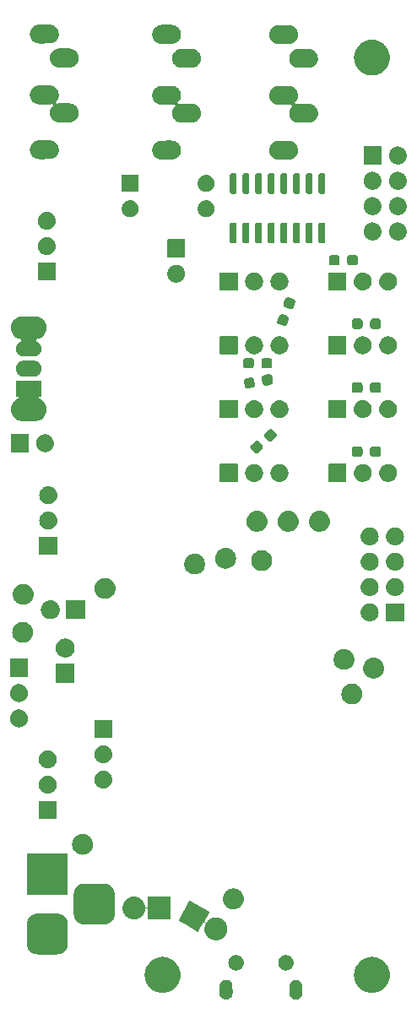
<source format=gbr>
G04 #@! TF.GenerationSoftware,KiCad,Pcbnew,8.0.3*
G04 #@! TF.CreationDate,2024-07-27T02:44:29-04:00*
G04 #@! TF.ProjectId,MEAP_Rev4,4d454150-5f52-4657-9634-2e6b69636164,rev?*
G04 #@! TF.SameCoordinates,Original*
G04 #@! TF.FileFunction,Soldermask,Bot*
G04 #@! TF.FilePolarity,Negative*
%FSLAX46Y46*%
G04 Gerber Fmt 4.6, Leading zero omitted, Abs format (unit mm)*
G04 Created by KiCad (PCBNEW 8.0.3) date 2024-07-27 02:44:29*
%MOMM*%
%LPD*%
G01*
G04 APERTURE LIST*
G04 APERTURE END LIST*
G36*
X40718974Y-112359032D02*
G01*
X40836878Y-112407869D01*
X40942989Y-112478770D01*
X41033229Y-112569010D01*
X41104130Y-112675121D01*
X41152967Y-112793025D01*
X41177864Y-112918191D01*
X41180999Y-113682000D01*
X41177864Y-113745809D01*
X41152967Y-113870975D01*
X41104130Y-113988879D01*
X41033229Y-114094990D01*
X40942989Y-114185230D01*
X40836878Y-114256131D01*
X40718974Y-114304968D01*
X40593808Y-114329865D01*
X40466190Y-114329865D01*
X40341024Y-114304968D01*
X40223120Y-114256131D01*
X40117009Y-114185230D01*
X40026769Y-114094990D01*
X39955868Y-113988879D01*
X39907031Y-113870975D01*
X39882134Y-113745809D01*
X39878999Y-112982000D01*
X39882134Y-112918191D01*
X39907031Y-112793025D01*
X39955868Y-112675121D01*
X40026769Y-112569010D01*
X40117009Y-112478770D01*
X40223120Y-112407869D01*
X40341024Y-112359032D01*
X40466190Y-112334135D01*
X40593808Y-112334135D01*
X40718974Y-112359032D01*
G37*
G36*
X47718974Y-112359032D02*
G01*
X47836878Y-112407869D01*
X47942989Y-112478770D01*
X48033229Y-112569010D01*
X48104130Y-112675121D01*
X48152967Y-112793025D01*
X48177864Y-112918191D01*
X48180999Y-113682000D01*
X48177864Y-113745809D01*
X48152967Y-113870975D01*
X48104130Y-113988879D01*
X48033229Y-114094990D01*
X47942989Y-114185230D01*
X47836878Y-114256131D01*
X47718974Y-114304968D01*
X47593808Y-114329865D01*
X47466190Y-114329865D01*
X47341024Y-114304968D01*
X47223120Y-114256131D01*
X47117009Y-114185230D01*
X47026769Y-114094990D01*
X46955868Y-113988879D01*
X46907031Y-113870975D01*
X46882134Y-113745809D01*
X46878999Y-112982000D01*
X46882134Y-112918191D01*
X46907031Y-112793025D01*
X46955868Y-112675121D01*
X47026769Y-112569010D01*
X47117009Y-112478770D01*
X47223120Y-112407869D01*
X47341024Y-112359032D01*
X47466190Y-112334135D01*
X47593808Y-112334135D01*
X47718974Y-112359032D01*
G37*
G36*
X34225951Y-110044036D02*
G01*
X34294589Y-110044036D01*
X34356570Y-110053378D01*
X34416269Y-110057648D01*
X34487044Y-110073044D01*
X34560760Y-110084155D01*
X34614924Y-110100862D01*
X34667305Y-110112257D01*
X34741110Y-110139785D01*
X34817979Y-110163496D01*
X34863658Y-110185493D01*
X34908030Y-110202044D01*
X34982770Y-110242855D01*
X35060500Y-110280288D01*
X35097412Y-110305454D01*
X35133522Y-110325172D01*
X35206907Y-110380107D01*
X35282905Y-110431922D01*
X35311220Y-110458194D01*
X35339192Y-110479134D01*
X35408708Y-110548650D01*
X35480226Y-110615009D01*
X35500540Y-110640482D01*
X35520865Y-110660807D01*
X35583896Y-110745007D01*
X35648056Y-110825461D01*
X35661317Y-110848429D01*
X35674827Y-110866477D01*
X35728719Y-110965173D01*
X35782645Y-111058575D01*
X35790119Y-111077618D01*
X35797955Y-111091969D01*
X35840138Y-111205066D01*
X35880987Y-111309146D01*
X35884184Y-111323157D01*
X35887742Y-111332694D01*
X35915789Y-111461626D01*
X35940884Y-111571575D01*
X35941502Y-111579830D01*
X35942351Y-111583730D01*
X35953985Y-111746395D01*
X35961000Y-111840000D01*
X35953984Y-111933612D01*
X35942351Y-112096269D01*
X35941502Y-112100168D01*
X35940884Y-112108425D01*
X35915784Y-112218393D01*
X35887742Y-112347305D01*
X35884185Y-112356840D01*
X35880987Y-112370854D01*
X35840131Y-112474952D01*
X35797955Y-112588030D01*
X35790120Y-112602377D01*
X35782645Y-112621425D01*
X35728709Y-112714843D01*
X35674827Y-112813522D01*
X35661319Y-112831565D01*
X35648056Y-112854539D01*
X35583884Y-112935007D01*
X35520865Y-113019192D01*
X35500544Y-113039512D01*
X35480226Y-113064991D01*
X35408694Y-113131362D01*
X35339192Y-113200865D01*
X35311225Y-113221800D01*
X35282905Y-113248078D01*
X35206892Y-113299902D01*
X35133522Y-113354827D01*
X35097420Y-113374540D01*
X35060500Y-113399712D01*
X34982755Y-113437151D01*
X34908030Y-113477955D01*
X34863667Y-113494501D01*
X34817979Y-113516504D01*
X34741094Y-113540219D01*
X34667305Y-113567742D01*
X34614935Y-113579134D01*
X34560760Y-113595845D01*
X34487029Y-113606958D01*
X34416269Y-113622351D01*
X34356582Y-113626619D01*
X34294589Y-113635964D01*
X34225937Y-113635964D01*
X34160000Y-113640680D01*
X34094062Y-113635964D01*
X34025411Y-113635964D01*
X33963418Y-113626620D01*
X33903730Y-113622351D01*
X33832967Y-113606957D01*
X33759240Y-113595845D01*
X33705066Y-113579134D01*
X33652694Y-113567742D01*
X33578899Y-113540217D01*
X33502021Y-113516504D01*
X33456336Y-113494503D01*
X33411969Y-113477955D01*
X33337236Y-113437147D01*
X33259500Y-113399712D01*
X33222583Y-113374542D01*
X33186477Y-113354827D01*
X33113095Y-113299894D01*
X33037095Y-113248078D01*
X33008778Y-113221803D01*
X32980807Y-113200865D01*
X32911291Y-113131349D01*
X32839774Y-113064991D01*
X32819459Y-113039517D01*
X32799134Y-113019192D01*
X32736099Y-112934986D01*
X32671944Y-112854539D01*
X32658683Y-112831571D01*
X32645172Y-112813522D01*
X32591272Y-112714812D01*
X32537355Y-112621425D01*
X32529882Y-112602384D01*
X32522044Y-112588030D01*
X32479848Y-112474901D01*
X32439013Y-112370854D01*
X32435816Y-112356847D01*
X32432257Y-112347305D01*
X32404193Y-112218300D01*
X32379116Y-112108425D01*
X32378497Y-112100175D01*
X32377648Y-112096269D01*
X32365993Y-111933319D01*
X32359000Y-111840000D01*
X32365992Y-111746687D01*
X32377648Y-111583730D01*
X32378497Y-111579823D01*
X32379116Y-111571575D01*
X32404189Y-111461720D01*
X32432257Y-111332694D01*
X32435816Y-111323150D01*
X32439013Y-111309146D01*
X32479840Y-111205118D01*
X32522044Y-111091969D01*
X32529883Y-111077612D01*
X32537355Y-111058575D01*
X32591262Y-110965205D01*
X32645172Y-110866477D01*
X32658686Y-110848424D01*
X32671944Y-110825461D01*
X32736086Y-110745028D01*
X32799134Y-110660807D01*
X32819463Y-110640477D01*
X32839774Y-110615009D01*
X32911277Y-110548663D01*
X32980807Y-110479134D01*
X33008783Y-110458190D01*
X33037095Y-110431922D01*
X33113080Y-110380115D01*
X33186477Y-110325172D01*
X33222591Y-110305452D01*
X33259500Y-110280288D01*
X33337220Y-110242859D01*
X33411969Y-110202044D01*
X33456345Y-110185492D01*
X33502021Y-110163496D01*
X33578884Y-110139787D01*
X33652694Y-110112257D01*
X33705077Y-110100861D01*
X33759240Y-110084155D01*
X33832952Y-110073044D01*
X33903730Y-110057648D01*
X33963430Y-110053378D01*
X34025411Y-110044036D01*
X34094048Y-110044036D01*
X34160000Y-110039319D01*
X34225951Y-110044036D01*
G37*
G36*
X55225951Y-110044036D02*
G01*
X55294589Y-110044036D01*
X55356570Y-110053378D01*
X55416269Y-110057648D01*
X55487044Y-110073044D01*
X55560760Y-110084155D01*
X55614924Y-110100862D01*
X55667305Y-110112257D01*
X55741110Y-110139785D01*
X55817979Y-110163496D01*
X55863658Y-110185493D01*
X55908030Y-110202044D01*
X55982770Y-110242855D01*
X56060500Y-110280288D01*
X56097412Y-110305454D01*
X56133522Y-110325172D01*
X56206907Y-110380107D01*
X56282905Y-110431922D01*
X56311220Y-110458194D01*
X56339192Y-110479134D01*
X56408708Y-110548650D01*
X56480226Y-110615009D01*
X56500540Y-110640482D01*
X56520865Y-110660807D01*
X56583896Y-110745007D01*
X56648056Y-110825461D01*
X56661317Y-110848429D01*
X56674827Y-110866477D01*
X56728719Y-110965173D01*
X56782645Y-111058575D01*
X56790119Y-111077618D01*
X56797955Y-111091969D01*
X56840138Y-111205066D01*
X56880987Y-111309146D01*
X56884184Y-111323157D01*
X56887742Y-111332694D01*
X56915789Y-111461626D01*
X56940884Y-111571575D01*
X56941502Y-111579830D01*
X56942351Y-111583730D01*
X56953985Y-111746395D01*
X56961000Y-111840000D01*
X56953984Y-111933612D01*
X56942351Y-112096269D01*
X56941502Y-112100168D01*
X56940884Y-112108425D01*
X56915784Y-112218393D01*
X56887742Y-112347305D01*
X56884185Y-112356840D01*
X56880987Y-112370854D01*
X56840131Y-112474952D01*
X56797955Y-112588030D01*
X56790120Y-112602377D01*
X56782645Y-112621425D01*
X56728709Y-112714843D01*
X56674827Y-112813522D01*
X56661319Y-112831565D01*
X56648056Y-112854539D01*
X56583884Y-112935007D01*
X56520865Y-113019192D01*
X56500544Y-113039512D01*
X56480226Y-113064991D01*
X56408694Y-113131362D01*
X56339192Y-113200865D01*
X56311225Y-113221800D01*
X56282905Y-113248078D01*
X56206892Y-113299902D01*
X56133522Y-113354827D01*
X56097420Y-113374540D01*
X56060500Y-113399712D01*
X55982755Y-113437151D01*
X55908030Y-113477955D01*
X55863667Y-113494501D01*
X55817979Y-113516504D01*
X55741094Y-113540219D01*
X55667305Y-113567742D01*
X55614935Y-113579134D01*
X55560760Y-113595845D01*
X55487029Y-113606958D01*
X55416269Y-113622351D01*
X55356582Y-113626619D01*
X55294589Y-113635964D01*
X55225937Y-113635964D01*
X55160000Y-113640680D01*
X55094062Y-113635964D01*
X55025411Y-113635964D01*
X54963418Y-113626620D01*
X54903730Y-113622351D01*
X54832967Y-113606957D01*
X54759240Y-113595845D01*
X54705066Y-113579134D01*
X54652694Y-113567742D01*
X54578899Y-113540217D01*
X54502021Y-113516504D01*
X54456336Y-113494503D01*
X54411969Y-113477955D01*
X54337236Y-113437147D01*
X54259500Y-113399712D01*
X54222583Y-113374542D01*
X54186477Y-113354827D01*
X54113095Y-113299894D01*
X54037095Y-113248078D01*
X54008778Y-113221803D01*
X53980807Y-113200865D01*
X53911291Y-113131349D01*
X53839774Y-113064991D01*
X53819459Y-113039517D01*
X53799134Y-113019192D01*
X53736099Y-112934986D01*
X53671944Y-112854539D01*
X53658683Y-112831571D01*
X53645172Y-112813522D01*
X53591272Y-112714812D01*
X53537355Y-112621425D01*
X53529882Y-112602384D01*
X53522044Y-112588030D01*
X53479848Y-112474901D01*
X53439013Y-112370854D01*
X53435816Y-112356847D01*
X53432257Y-112347305D01*
X53404193Y-112218300D01*
X53379116Y-112108425D01*
X53378497Y-112100175D01*
X53377648Y-112096269D01*
X53365993Y-111933319D01*
X53359000Y-111840000D01*
X53365992Y-111746687D01*
X53377648Y-111583730D01*
X53378497Y-111579823D01*
X53379116Y-111571575D01*
X53404189Y-111461720D01*
X53432257Y-111332694D01*
X53435816Y-111323150D01*
X53439013Y-111309146D01*
X53479840Y-111205118D01*
X53522044Y-111091969D01*
X53529883Y-111077612D01*
X53537355Y-111058575D01*
X53591262Y-110965205D01*
X53645172Y-110866477D01*
X53658686Y-110848424D01*
X53671944Y-110825461D01*
X53736086Y-110745028D01*
X53799134Y-110660807D01*
X53819463Y-110640477D01*
X53839774Y-110615009D01*
X53911277Y-110548663D01*
X53980807Y-110479134D01*
X54008783Y-110458190D01*
X54037095Y-110431922D01*
X54113080Y-110380115D01*
X54186477Y-110325172D01*
X54222591Y-110305452D01*
X54259500Y-110280288D01*
X54337220Y-110242859D01*
X54411969Y-110202044D01*
X54456345Y-110185492D01*
X54502021Y-110163496D01*
X54578884Y-110139787D01*
X54652694Y-110112257D01*
X54705077Y-110100861D01*
X54759240Y-110084155D01*
X54832952Y-110073044D01*
X54903730Y-110057648D01*
X54963430Y-110053378D01*
X55025411Y-110044036D01*
X55094048Y-110044036D01*
X55160000Y-110039319D01*
X55225951Y-110044036D01*
G37*
G36*
X41573807Y-109860936D02*
G01*
X41611038Y-109860936D01*
X41653037Y-109869863D01*
X41702675Y-109875456D01*
X41738768Y-109888085D01*
X41769586Y-109894636D01*
X41813996Y-109914408D01*
X41866693Y-109932848D01*
X41894122Y-109950082D01*
X41917654Y-109960560D01*
X41961535Y-109992442D01*
X42013827Y-110025299D01*
X42032604Y-110044076D01*
X42048783Y-110055831D01*
X42088784Y-110100256D01*
X42136700Y-110148172D01*
X42147719Y-110165709D01*
X42157241Y-110176284D01*
X42189806Y-110232689D01*
X42229151Y-110295306D01*
X42234064Y-110309348D01*
X42238280Y-110316650D01*
X42259868Y-110383092D01*
X42286543Y-110459324D01*
X42287554Y-110468299D01*
X42288368Y-110470804D01*
X42295745Y-110541001D01*
X42305999Y-110632000D01*
X42295745Y-110723005D01*
X42288368Y-110793195D01*
X42287554Y-110795698D01*
X42286543Y-110804676D01*
X42259864Y-110880920D01*
X42238280Y-110947349D01*
X42234065Y-110954648D01*
X42229151Y-110968694D01*
X42189798Y-111031322D01*
X42157241Y-111087715D01*
X42147721Y-111098286D01*
X42136700Y-111115828D01*
X42088775Y-111163752D01*
X42048783Y-111208168D01*
X42032608Y-111219919D01*
X42013827Y-111238701D01*
X41961525Y-111271564D01*
X41917654Y-111303439D01*
X41894127Y-111313913D01*
X41866693Y-111331152D01*
X41813986Y-111349594D01*
X41769586Y-111369363D01*
X41738774Y-111375912D01*
X41702675Y-111388544D01*
X41653034Y-111394137D01*
X41611038Y-111403064D01*
X41573807Y-111403064D01*
X41529999Y-111408000D01*
X41486191Y-111403064D01*
X41448960Y-111403064D01*
X41406962Y-111394137D01*
X41357323Y-111388544D01*
X41321224Y-111375912D01*
X41290411Y-111369363D01*
X41246007Y-111349593D01*
X41193305Y-111331152D01*
X41165872Y-111313915D01*
X41142343Y-111303439D01*
X41098465Y-111271559D01*
X41046171Y-111238701D01*
X41027392Y-111219922D01*
X41011214Y-111208168D01*
X40971212Y-111163742D01*
X40923298Y-111115828D01*
X40912278Y-111098290D01*
X40902756Y-111087715D01*
X40870186Y-111031302D01*
X40830847Y-110968694D01*
X40825933Y-110954652D01*
X40821717Y-110947349D01*
X40800119Y-110880880D01*
X40773455Y-110804676D01*
X40772444Y-110795703D01*
X40771629Y-110793195D01*
X40764238Y-110722873D01*
X40753999Y-110632000D01*
X40764237Y-110541133D01*
X40771629Y-110470804D01*
X40772444Y-110468295D01*
X40773455Y-110459324D01*
X40800115Y-110383132D01*
X40821717Y-110316650D01*
X40825934Y-110309344D01*
X40830847Y-110295306D01*
X40870179Y-110232708D01*
X40902756Y-110176284D01*
X40912280Y-110165706D01*
X40923298Y-110148172D01*
X40971202Y-110100267D01*
X41011213Y-110055832D01*
X41027394Y-110044075D01*
X41046171Y-110025299D01*
X41098458Y-109992444D01*
X41142345Y-109960559D01*
X41165878Y-109950081D01*
X41193305Y-109932848D01*
X41245996Y-109914410D01*
X41290411Y-109894636D01*
X41321230Y-109888085D01*
X41357323Y-109875456D01*
X41406959Y-109869863D01*
X41448960Y-109860936D01*
X41486191Y-109860936D01*
X41529999Y-109856000D01*
X41573807Y-109860936D01*
G37*
G36*
X46573807Y-109860936D02*
G01*
X46611038Y-109860936D01*
X46653037Y-109869863D01*
X46702675Y-109875456D01*
X46738768Y-109888085D01*
X46769586Y-109894636D01*
X46813996Y-109914408D01*
X46866693Y-109932848D01*
X46894122Y-109950082D01*
X46917654Y-109960560D01*
X46961535Y-109992442D01*
X47013827Y-110025299D01*
X47032604Y-110044076D01*
X47048783Y-110055831D01*
X47088784Y-110100256D01*
X47136700Y-110148172D01*
X47147719Y-110165709D01*
X47157241Y-110176284D01*
X47189806Y-110232689D01*
X47229151Y-110295306D01*
X47234064Y-110309348D01*
X47238280Y-110316650D01*
X47259868Y-110383092D01*
X47286543Y-110459324D01*
X47287554Y-110468299D01*
X47288368Y-110470804D01*
X47295745Y-110541001D01*
X47305999Y-110632000D01*
X47295745Y-110723005D01*
X47288368Y-110793195D01*
X47287554Y-110795698D01*
X47286543Y-110804676D01*
X47259864Y-110880920D01*
X47238280Y-110947349D01*
X47234065Y-110954648D01*
X47229151Y-110968694D01*
X47189798Y-111031322D01*
X47157241Y-111087715D01*
X47147721Y-111098286D01*
X47136700Y-111115828D01*
X47088775Y-111163752D01*
X47048783Y-111208168D01*
X47032608Y-111219919D01*
X47013827Y-111238701D01*
X46961525Y-111271564D01*
X46917654Y-111303439D01*
X46894127Y-111313913D01*
X46866693Y-111331152D01*
X46813986Y-111349594D01*
X46769586Y-111369363D01*
X46738774Y-111375912D01*
X46702675Y-111388544D01*
X46653034Y-111394137D01*
X46611038Y-111403064D01*
X46573807Y-111403064D01*
X46529999Y-111408000D01*
X46486191Y-111403064D01*
X46448960Y-111403064D01*
X46406962Y-111394137D01*
X46357323Y-111388544D01*
X46321224Y-111375912D01*
X46290411Y-111369363D01*
X46246007Y-111349593D01*
X46193305Y-111331152D01*
X46165872Y-111313915D01*
X46142343Y-111303439D01*
X46098465Y-111271559D01*
X46046171Y-111238701D01*
X46027392Y-111219922D01*
X46011214Y-111208168D01*
X45971212Y-111163742D01*
X45923298Y-111115828D01*
X45912278Y-111098290D01*
X45902756Y-111087715D01*
X45870186Y-111031302D01*
X45830847Y-110968694D01*
X45825933Y-110954652D01*
X45821717Y-110947349D01*
X45800119Y-110880880D01*
X45773455Y-110804676D01*
X45772444Y-110795703D01*
X45771629Y-110793195D01*
X45764238Y-110722873D01*
X45753999Y-110632000D01*
X45764237Y-110541133D01*
X45771629Y-110470804D01*
X45772444Y-110468295D01*
X45773455Y-110459324D01*
X45800115Y-110383132D01*
X45821717Y-110316650D01*
X45825934Y-110309344D01*
X45830847Y-110295306D01*
X45870179Y-110232708D01*
X45902756Y-110176284D01*
X45912280Y-110165706D01*
X45923298Y-110148172D01*
X45971202Y-110100267D01*
X46011213Y-110055832D01*
X46027394Y-110044075D01*
X46046171Y-110025299D01*
X46098458Y-109992444D01*
X46142345Y-109960559D01*
X46165878Y-109950081D01*
X46193305Y-109932848D01*
X46245996Y-109914410D01*
X46290411Y-109894636D01*
X46321230Y-109888085D01*
X46357323Y-109875456D01*
X46406959Y-109869863D01*
X46448960Y-109860936D01*
X46486191Y-109860936D01*
X46529999Y-109856000D01*
X46573807Y-109860936D01*
G37*
G36*
X23612838Y-105690018D02*
G01*
X23746210Y-105699275D01*
X23774587Y-105705949D01*
X23807540Y-105709195D01*
X23873641Y-105729246D01*
X23936330Y-105743991D01*
X23967243Y-105757640D01*
X24004700Y-105769003D01*
X24060382Y-105798765D01*
X24113660Y-105822290D01*
X24146567Y-105844832D01*
X24186404Y-105866125D01*
X24230598Y-105902394D01*
X24273582Y-105931839D01*
X24306102Y-105964359D01*
X24345669Y-105996831D01*
X24378140Y-106036397D01*
X24410660Y-106068917D01*
X24440103Y-106111899D01*
X24476375Y-106156096D01*
X24497669Y-106195934D01*
X24520209Y-106228839D01*
X24543731Y-106282111D01*
X24573497Y-106337800D01*
X24584860Y-106375260D01*
X24598508Y-106406169D01*
X24613249Y-106468847D01*
X24633305Y-106534960D01*
X24636551Y-106567917D01*
X24643224Y-106596289D01*
X24652478Y-106729629D01*
X24653500Y-106740000D01*
X24653500Y-108740000D01*
X24652478Y-108750373D01*
X24643224Y-108883710D01*
X24636551Y-108912080D01*
X24633305Y-108945040D01*
X24613248Y-109011156D01*
X24598508Y-109073830D01*
X24584861Y-109104736D01*
X24573497Y-109142200D01*
X24543728Y-109197892D01*
X24520209Y-109251160D01*
X24497671Y-109284060D01*
X24476375Y-109323904D01*
X24440099Y-109368105D01*
X24410660Y-109411082D01*
X24378145Y-109443596D01*
X24345669Y-109483169D01*
X24306096Y-109515645D01*
X24273582Y-109548160D01*
X24230605Y-109577599D01*
X24186404Y-109613875D01*
X24146560Y-109635171D01*
X24113660Y-109657709D01*
X24060392Y-109681228D01*
X24004700Y-109710997D01*
X23967236Y-109722361D01*
X23936330Y-109736008D01*
X23873656Y-109750748D01*
X23807540Y-109770805D01*
X23774580Y-109774051D01*
X23746210Y-109780724D01*
X23612873Y-109789978D01*
X23602500Y-109791000D01*
X21602500Y-109791000D01*
X21592129Y-109789978D01*
X21458789Y-109780724D01*
X21430417Y-109774051D01*
X21397460Y-109770805D01*
X21331347Y-109750749D01*
X21268669Y-109736008D01*
X21237760Y-109722360D01*
X21200300Y-109710997D01*
X21144611Y-109681231D01*
X21091339Y-109657709D01*
X21058434Y-109635169D01*
X21018596Y-109613875D01*
X20974399Y-109577603D01*
X20931417Y-109548160D01*
X20898897Y-109515640D01*
X20859331Y-109483169D01*
X20826859Y-109443602D01*
X20794339Y-109411082D01*
X20764894Y-109368098D01*
X20728625Y-109323904D01*
X20707332Y-109284067D01*
X20684790Y-109251160D01*
X20661265Y-109197882D01*
X20631503Y-109142200D01*
X20620140Y-109104743D01*
X20606491Y-109073830D01*
X20591746Y-109011141D01*
X20571695Y-108945040D01*
X20568449Y-108912087D01*
X20561775Y-108883710D01*
X20552518Y-108750338D01*
X20551500Y-108740000D01*
X20551500Y-106740000D01*
X20552518Y-106729663D01*
X20561775Y-106596289D01*
X20568449Y-106567910D01*
X20571695Y-106534960D01*
X20591745Y-106468861D01*
X20606491Y-106406169D01*
X20620141Y-106375253D01*
X20631503Y-106337800D01*
X20661262Y-106282122D01*
X20684790Y-106228839D01*
X20707334Y-106195928D01*
X20728625Y-106156096D01*
X20764890Y-106111906D01*
X20794339Y-106068917D01*
X20826863Y-106036392D01*
X20859331Y-105996831D01*
X20898892Y-105964363D01*
X20931417Y-105931839D01*
X20974406Y-105902390D01*
X21018596Y-105866125D01*
X21058428Y-105844834D01*
X21091339Y-105822290D01*
X21144622Y-105798762D01*
X21200300Y-105769003D01*
X21237753Y-105757641D01*
X21268669Y-105743991D01*
X21331361Y-105729245D01*
X21397460Y-105709195D01*
X21430410Y-105705949D01*
X21458789Y-105699275D01*
X21592163Y-105690018D01*
X21602500Y-105689000D01*
X23602500Y-105689000D01*
X23612838Y-105690018D01*
G37*
G36*
X36932872Y-104413205D02*
G01*
X36943537Y-104419362D01*
X36943538Y-104419363D01*
X38827462Y-105507046D01*
X38827465Y-105507048D01*
X38838128Y-105513205D01*
X38853089Y-105526325D01*
X38861890Y-105544172D01*
X38863192Y-105564029D01*
X38856795Y-105582872D01*
X38315528Y-106520373D01*
X38517368Y-106648961D01*
X38522028Y-106642305D01*
X38531105Y-106624077D01*
X38581771Y-106556983D01*
X38628352Y-106490460D01*
X38643283Y-106475528D01*
X38659106Y-106454576D01*
X38717149Y-106401662D01*
X38770165Y-106348647D01*
X38792329Y-106333127D01*
X38816073Y-106311482D01*
X38878013Y-106273129D01*
X38934442Y-106233618D01*
X38964354Y-106219669D01*
X38996660Y-106199667D01*
X39059251Y-106175419D01*
X39116204Y-106148862D01*
X39153824Y-106138781D01*
X39194719Y-106122939D01*
X39255009Y-106111668D01*
X39309921Y-106096955D01*
X39354655Y-106093041D01*
X39403504Y-106083910D01*
X39459033Y-106083910D01*
X39509705Y-106079477D01*
X39560377Y-106083910D01*
X39615906Y-106083910D01*
X39664755Y-106093041D01*
X39709488Y-106096955D01*
X39764396Y-106111667D01*
X39824691Y-106122939D01*
X39865587Y-106138782D01*
X39903205Y-106148862D01*
X39960154Y-106175417D01*
X40022750Y-106199667D01*
X40055055Y-106219669D01*
X40084968Y-106233618D01*
X40141393Y-106273127D01*
X40203337Y-106311482D01*
X40227083Y-106333130D01*
X40249244Y-106348647D01*
X40302248Y-106401651D01*
X40360304Y-106454576D01*
X40376129Y-106475532D01*
X40391057Y-106490460D01*
X40437627Y-106556969D01*
X40488305Y-106624077D01*
X40497382Y-106642307D01*
X40506086Y-106654737D01*
X40543135Y-106734191D01*
X40582981Y-106814211D01*
X40586944Y-106828139D01*
X40590842Y-106836499D01*
X40615414Y-106928204D01*
X40641107Y-107018504D01*
X40641897Y-107027039D01*
X40642749Y-107030216D01*
X40652152Y-107137707D01*
X40660705Y-107230000D01*
X40652152Y-107322299D01*
X40642749Y-107429783D01*
X40641898Y-107432958D01*
X40641107Y-107441496D01*
X40615410Y-107531811D01*
X40590842Y-107623500D01*
X40586944Y-107631857D01*
X40582981Y-107645789D01*
X40543132Y-107725815D01*
X40506086Y-107805263D01*
X40497383Y-107817691D01*
X40488305Y-107835923D01*
X40437622Y-107903037D01*
X40391057Y-107969539D01*
X40376132Y-107984463D01*
X40360304Y-108005424D01*
X40302237Y-108058358D01*
X40249244Y-108111352D01*
X40227088Y-108126865D01*
X40203337Y-108148518D01*
X40141380Y-108186879D01*
X40084968Y-108226381D01*
X40055062Y-108240325D01*
X40022750Y-108260333D01*
X39960141Y-108284587D01*
X39903205Y-108311137D01*
X39865595Y-108321214D01*
X39824691Y-108337061D01*
X39764384Y-108348334D01*
X39709488Y-108363044D01*
X39664765Y-108366956D01*
X39615906Y-108376090D01*
X39560365Y-108376090D01*
X39509705Y-108380522D01*
X39459045Y-108376090D01*
X39403504Y-108376090D01*
X39354645Y-108366956D01*
X39309921Y-108363044D01*
X39255022Y-108348333D01*
X39194719Y-108337061D01*
X39153816Y-108321215D01*
X39116204Y-108311137D01*
X39059262Y-108284585D01*
X38996660Y-108260333D01*
X38964350Y-108240327D01*
X38934441Y-108226381D01*
X38878020Y-108186874D01*
X38816073Y-108148518D01*
X38792324Y-108126868D01*
X38770165Y-108111352D01*
X38717161Y-108058348D01*
X38659106Y-108005424D01*
X38643280Y-107984467D01*
X38628352Y-107969539D01*
X38581774Y-107903019D01*
X38531105Y-107835923D01*
X38522029Y-107817696D01*
X38513323Y-107805263D01*
X38476261Y-107725783D01*
X38436429Y-107645789D01*
X38432466Y-107631863D01*
X38428567Y-107623500D01*
X38403982Y-107531751D01*
X38378303Y-107441496D01*
X38377512Y-107432964D01*
X38376660Y-107429783D01*
X38367239Y-107322106D01*
X38358705Y-107230000D01*
X38367239Y-107137900D01*
X38376660Y-107030216D01*
X38377512Y-107027034D01*
X38378303Y-107018504D01*
X38403970Y-106928290D01*
X38428567Y-106836496D01*
X38432469Y-106828126D01*
X38436429Y-106814211D01*
X38476231Y-106734278D01*
X38510339Y-106661132D01*
X38298060Y-106550628D01*
X37756795Y-107488128D01*
X37743675Y-107503089D01*
X37725828Y-107511890D01*
X37705971Y-107513192D01*
X37687128Y-107506795D01*
X36487537Y-106814211D01*
X35792537Y-106412953D01*
X35792535Y-106412951D01*
X35781872Y-106406795D01*
X35766911Y-106393675D01*
X35758110Y-106375828D01*
X35756808Y-106355971D01*
X35763205Y-106337128D01*
X35769362Y-106326463D01*
X35769363Y-106326461D01*
X36857046Y-104442537D01*
X36857050Y-104442531D01*
X36863205Y-104431872D01*
X36876325Y-104416911D01*
X36894172Y-104408110D01*
X36914029Y-104406808D01*
X36932872Y-104413205D01*
G37*
G36*
X28312838Y-102690018D02*
G01*
X28446210Y-102699275D01*
X28474587Y-102705949D01*
X28507540Y-102709195D01*
X28573641Y-102729246D01*
X28636330Y-102743991D01*
X28667243Y-102757640D01*
X28704700Y-102769003D01*
X28760382Y-102798765D01*
X28813660Y-102822290D01*
X28846567Y-102844832D01*
X28886404Y-102866125D01*
X28930598Y-102902394D01*
X28973582Y-102931839D01*
X29006102Y-102964359D01*
X29045669Y-102996831D01*
X29078140Y-103036397D01*
X29110660Y-103068917D01*
X29140103Y-103111899D01*
X29176375Y-103156096D01*
X29197669Y-103195934D01*
X29220209Y-103228839D01*
X29243731Y-103282111D01*
X29273497Y-103337800D01*
X29284860Y-103375260D01*
X29298508Y-103406169D01*
X29313249Y-103468847D01*
X29333305Y-103534960D01*
X29336551Y-103567917D01*
X29343224Y-103596289D01*
X29352478Y-103729629D01*
X29353500Y-103740000D01*
X29353500Y-105740000D01*
X29352478Y-105750373D01*
X29343224Y-105883710D01*
X29336551Y-105912080D01*
X29333305Y-105945040D01*
X29313248Y-106011156D01*
X29298508Y-106073830D01*
X29284861Y-106104736D01*
X29273497Y-106142200D01*
X29243728Y-106197892D01*
X29220209Y-106251160D01*
X29197671Y-106284060D01*
X29176375Y-106323904D01*
X29140099Y-106368105D01*
X29110660Y-106411082D01*
X29078145Y-106443596D01*
X29045669Y-106483169D01*
X29006096Y-106515645D01*
X28973582Y-106548160D01*
X28930605Y-106577599D01*
X28886404Y-106613875D01*
X28846560Y-106635171D01*
X28813660Y-106657709D01*
X28760392Y-106681228D01*
X28704700Y-106710997D01*
X28667236Y-106722361D01*
X28636330Y-106736008D01*
X28573656Y-106750748D01*
X28507540Y-106770805D01*
X28474580Y-106774051D01*
X28446210Y-106780724D01*
X28312873Y-106789978D01*
X28302500Y-106791000D01*
X26302500Y-106791000D01*
X26292129Y-106789978D01*
X26158789Y-106780724D01*
X26130417Y-106774051D01*
X26097460Y-106770805D01*
X26031347Y-106750749D01*
X25968669Y-106736008D01*
X25937760Y-106722360D01*
X25900300Y-106710997D01*
X25844611Y-106681231D01*
X25791339Y-106657709D01*
X25758434Y-106635169D01*
X25718596Y-106613875D01*
X25674399Y-106577603D01*
X25631417Y-106548160D01*
X25598897Y-106515640D01*
X25559331Y-106483169D01*
X25526859Y-106443602D01*
X25494339Y-106411082D01*
X25464894Y-106368098D01*
X25428625Y-106323904D01*
X25407332Y-106284067D01*
X25384790Y-106251160D01*
X25361265Y-106197882D01*
X25331503Y-106142200D01*
X25320140Y-106104743D01*
X25306491Y-106073830D01*
X25291746Y-106011141D01*
X25271695Y-105945040D01*
X25268449Y-105912087D01*
X25261775Y-105883710D01*
X25252518Y-105750338D01*
X25251500Y-105740000D01*
X25251500Y-103740000D01*
X25252518Y-103729663D01*
X25261775Y-103596289D01*
X25268449Y-103567910D01*
X25271695Y-103534960D01*
X25291745Y-103468861D01*
X25306491Y-103406169D01*
X25320141Y-103375253D01*
X25331503Y-103337800D01*
X25361262Y-103282122D01*
X25384790Y-103228839D01*
X25407334Y-103195928D01*
X25428625Y-103156096D01*
X25464890Y-103111906D01*
X25494339Y-103068917D01*
X25526863Y-103036392D01*
X25559331Y-102996831D01*
X25598892Y-102964363D01*
X25631417Y-102931839D01*
X25674406Y-102902390D01*
X25718596Y-102866125D01*
X25758428Y-102844834D01*
X25791339Y-102822290D01*
X25844622Y-102798762D01*
X25900300Y-102769003D01*
X25937753Y-102757641D01*
X25968669Y-102743991D01*
X26031361Y-102729245D01*
X26097460Y-102709195D01*
X26130410Y-102705949D01*
X26158789Y-102699275D01*
X26292163Y-102690018D01*
X26302500Y-102689000D01*
X28302500Y-102689000D01*
X28312838Y-102690018D01*
G37*
G36*
X34949517Y-103982882D02*
G01*
X34966062Y-103993938D01*
X34977118Y-104010483D01*
X34981000Y-104030000D01*
X34981000Y-106230000D01*
X34977118Y-106249517D01*
X34966062Y-106266062D01*
X34949517Y-106277118D01*
X34930000Y-106281000D01*
X32730000Y-106281000D01*
X32710483Y-106277118D01*
X32693938Y-106266062D01*
X32682882Y-106249517D01*
X32679000Y-106230000D01*
X32679000Y-105147472D01*
X32440346Y-105137053D01*
X32432440Y-105222367D01*
X32423044Y-105329783D01*
X32422193Y-105332958D01*
X32421402Y-105341496D01*
X32395705Y-105431811D01*
X32371137Y-105523500D01*
X32367239Y-105531857D01*
X32363276Y-105545789D01*
X32323427Y-105625815D01*
X32286381Y-105705263D01*
X32277678Y-105717691D01*
X32268600Y-105735923D01*
X32217917Y-105803037D01*
X32171352Y-105869539D01*
X32156427Y-105884463D01*
X32140599Y-105905424D01*
X32082532Y-105958358D01*
X32029539Y-106011352D01*
X32007383Y-106026865D01*
X31983632Y-106048518D01*
X31921675Y-106086879D01*
X31865263Y-106126381D01*
X31835357Y-106140325D01*
X31803045Y-106160333D01*
X31740436Y-106184587D01*
X31683500Y-106211137D01*
X31645890Y-106221214D01*
X31604986Y-106237061D01*
X31544679Y-106248334D01*
X31489783Y-106263044D01*
X31445060Y-106266956D01*
X31396201Y-106276090D01*
X31340660Y-106276090D01*
X31290000Y-106280522D01*
X31239340Y-106276090D01*
X31183799Y-106276090D01*
X31134940Y-106266956D01*
X31090216Y-106263044D01*
X31035317Y-106248333D01*
X30975014Y-106237061D01*
X30934111Y-106221215D01*
X30896499Y-106211137D01*
X30839557Y-106184585D01*
X30776955Y-106160333D01*
X30744645Y-106140327D01*
X30714736Y-106126381D01*
X30658315Y-106086874D01*
X30596368Y-106048518D01*
X30572619Y-106026868D01*
X30550460Y-106011352D01*
X30497456Y-105958348D01*
X30439401Y-105905424D01*
X30423575Y-105884467D01*
X30408647Y-105869539D01*
X30362069Y-105803019D01*
X30311400Y-105735923D01*
X30302324Y-105717696D01*
X30293618Y-105705263D01*
X30256556Y-105625783D01*
X30216724Y-105545789D01*
X30212761Y-105531863D01*
X30208862Y-105523500D01*
X30184277Y-105431751D01*
X30158598Y-105341496D01*
X30157807Y-105332964D01*
X30156955Y-105329783D01*
X30147534Y-105222106D01*
X30139000Y-105130000D01*
X30147534Y-105037900D01*
X30156955Y-104930216D01*
X30157807Y-104927034D01*
X30158598Y-104918504D01*
X30184273Y-104828264D01*
X30208862Y-104736499D01*
X30212762Y-104728134D01*
X30216724Y-104714211D01*
X30256553Y-104634222D01*
X30293618Y-104554737D01*
X30302324Y-104542302D01*
X30311400Y-104524077D01*
X30362063Y-104456987D01*
X30408647Y-104390460D01*
X30423578Y-104375528D01*
X30439401Y-104354576D01*
X30497444Y-104301662D01*
X30550460Y-104248647D01*
X30572624Y-104233127D01*
X30596368Y-104211482D01*
X30658308Y-104173129D01*
X30714737Y-104133618D01*
X30744649Y-104119669D01*
X30776955Y-104099667D01*
X30839546Y-104075419D01*
X30896499Y-104048862D01*
X30934119Y-104038781D01*
X30975014Y-104022939D01*
X31035304Y-104011668D01*
X31090216Y-103996955D01*
X31134950Y-103993041D01*
X31183799Y-103983910D01*
X31239328Y-103983910D01*
X31290000Y-103979477D01*
X31340672Y-103983910D01*
X31396201Y-103983910D01*
X31445050Y-103993041D01*
X31489783Y-103996955D01*
X31544691Y-104011667D01*
X31604986Y-104022939D01*
X31645882Y-104038782D01*
X31683500Y-104048862D01*
X31740449Y-104075417D01*
X31803045Y-104099667D01*
X31835350Y-104119669D01*
X31865263Y-104133618D01*
X31921688Y-104173127D01*
X31983632Y-104211482D01*
X32007378Y-104233130D01*
X32029539Y-104248647D01*
X32082543Y-104301651D01*
X32140599Y-104354576D01*
X32156424Y-104375532D01*
X32171352Y-104390460D01*
X32217922Y-104456969D01*
X32268600Y-104524077D01*
X32277677Y-104542307D01*
X32286381Y-104554737D01*
X32323430Y-104634191D01*
X32363276Y-104714211D01*
X32367239Y-104728139D01*
X32371137Y-104736499D01*
X32395709Y-104828204D01*
X32421402Y-104918504D01*
X32422192Y-104927039D01*
X32423044Y-104930216D01*
X32432443Y-105037658D01*
X32440346Y-105122944D01*
X32679000Y-105112526D01*
X32679000Y-104042310D01*
X32679000Y-104030000D01*
X32682882Y-104010483D01*
X32693938Y-103993938D01*
X32710483Y-103982882D01*
X32730000Y-103979000D01*
X34930000Y-103979000D01*
X34949517Y-103982882D01*
G37*
G36*
X41310938Y-103174017D02*
G01*
X41356923Y-103174017D01*
X41408139Y-103183590D01*
X41465040Y-103189195D01*
X41508261Y-103202306D01*
X41547474Y-103209636D01*
X41601785Y-103230676D01*
X41662200Y-103249003D01*
X41696720Y-103267454D01*
X41728232Y-103279662D01*
X41782977Y-103313559D01*
X41843904Y-103346125D01*
X41869506Y-103367136D01*
X41893048Y-103381713D01*
X41945212Y-103429267D01*
X42003169Y-103476831D01*
X42020342Y-103497757D01*
X42036301Y-103512305D01*
X42082629Y-103573653D01*
X42133875Y-103636096D01*
X42143783Y-103654634D01*
X42153122Y-103667000D01*
X42190274Y-103741613D01*
X42230997Y-103817800D01*
X42235340Y-103832117D01*
X42239528Y-103840528D01*
X42264267Y-103927476D01*
X42290805Y-104014960D01*
X42291676Y-104023811D01*
X42292577Y-104026975D01*
X42301938Y-104128002D01*
X42311000Y-104220000D01*
X42301938Y-104312005D01*
X42292577Y-104413024D01*
X42291676Y-104416187D01*
X42290805Y-104425040D01*
X42264262Y-104512538D01*
X42239528Y-104599471D01*
X42235341Y-104607879D01*
X42230997Y-104622200D01*
X42190267Y-104698399D01*
X42153122Y-104772999D01*
X42143785Y-104785362D01*
X42133875Y-104803904D01*
X42082620Y-104866357D01*
X42036301Y-104927694D01*
X42020345Y-104942238D01*
X42003169Y-104963169D01*
X41945201Y-105010741D01*
X41893048Y-105058286D01*
X41869511Y-105072859D01*
X41843904Y-105093875D01*
X41782965Y-105126447D01*
X41728232Y-105160337D01*
X41696726Y-105172542D01*
X41662200Y-105190997D01*
X41601773Y-105209327D01*
X41547474Y-105230363D01*
X41508268Y-105237691D01*
X41465040Y-105250805D01*
X41408136Y-105256409D01*
X41356923Y-105265983D01*
X41310938Y-105265983D01*
X41260000Y-105271000D01*
X41209062Y-105265983D01*
X41163077Y-105265983D01*
X41111863Y-105256409D01*
X41054960Y-105250805D01*
X41011732Y-105237692D01*
X40972525Y-105230363D01*
X40918221Y-105209325D01*
X40857800Y-105190997D01*
X40823275Y-105172543D01*
X40791767Y-105160337D01*
X40737027Y-105126443D01*
X40676096Y-105093875D01*
X40650491Y-105072861D01*
X40626951Y-105058286D01*
X40574788Y-105010733D01*
X40516831Y-104963169D01*
X40499656Y-104942242D01*
X40483698Y-104927694D01*
X40437367Y-104866342D01*
X40386125Y-104803904D01*
X40376216Y-104785366D01*
X40366877Y-104772999D01*
X40329717Y-104698372D01*
X40289003Y-104622200D01*
X40284660Y-104607884D01*
X40280471Y-104599471D01*
X40255721Y-104512485D01*
X40229195Y-104425040D01*
X40228323Y-104416192D01*
X40227422Y-104413024D01*
X40218044Y-104311833D01*
X40209000Y-104220000D01*
X40218044Y-104128173D01*
X40227422Y-104026975D01*
X40228323Y-104023805D01*
X40229195Y-104014960D01*
X40255716Y-103927529D01*
X40280471Y-103840528D01*
X40284661Y-103832112D01*
X40289003Y-103817800D01*
X40329710Y-103741641D01*
X40366877Y-103667000D01*
X40376218Y-103654629D01*
X40386125Y-103636096D01*
X40437357Y-103573668D01*
X40483698Y-103512305D01*
X40499660Y-103497753D01*
X40516831Y-103476831D01*
X40574777Y-103429275D01*
X40626951Y-103381713D01*
X40650496Y-103367134D01*
X40676096Y-103346125D01*
X40737015Y-103313563D01*
X40791767Y-103279662D01*
X40823282Y-103267452D01*
X40857800Y-103249003D01*
X40918209Y-103230677D01*
X40972525Y-103209636D01*
X41011739Y-103202305D01*
X41054960Y-103189195D01*
X41111860Y-103183590D01*
X41163077Y-103174017D01*
X41209062Y-103174017D01*
X41260000Y-103169000D01*
X41310938Y-103174017D01*
G37*
G36*
X24622017Y-99692882D02*
G01*
X24638562Y-99703938D01*
X24649618Y-99720483D01*
X24653500Y-99740000D01*
X24653500Y-103740000D01*
X24649618Y-103759517D01*
X24638562Y-103776062D01*
X24622017Y-103787118D01*
X24602500Y-103791000D01*
X20602500Y-103791000D01*
X20582983Y-103787118D01*
X20566438Y-103776062D01*
X20555382Y-103759517D01*
X20551500Y-103740000D01*
X20551500Y-99740000D01*
X20555382Y-99720483D01*
X20566438Y-99703938D01*
X20582983Y-99692882D01*
X20602500Y-99689000D01*
X24602500Y-99689000D01*
X24622017Y-99692882D01*
G37*
G36*
X26180938Y-97704017D02*
G01*
X26226923Y-97704017D01*
X26278139Y-97713590D01*
X26335040Y-97719195D01*
X26378261Y-97732306D01*
X26417474Y-97739636D01*
X26471785Y-97760676D01*
X26532200Y-97779003D01*
X26566720Y-97797454D01*
X26598232Y-97809662D01*
X26652977Y-97843559D01*
X26713904Y-97876125D01*
X26739506Y-97897136D01*
X26763048Y-97911713D01*
X26815212Y-97959267D01*
X26873169Y-98006831D01*
X26890342Y-98027757D01*
X26906301Y-98042305D01*
X26952629Y-98103653D01*
X27003875Y-98166096D01*
X27013783Y-98184634D01*
X27023122Y-98197000D01*
X27060274Y-98271613D01*
X27100997Y-98347800D01*
X27105340Y-98362117D01*
X27109528Y-98370528D01*
X27134267Y-98457476D01*
X27160805Y-98544960D01*
X27161676Y-98553811D01*
X27162577Y-98556975D01*
X27171938Y-98658002D01*
X27181000Y-98750000D01*
X27171938Y-98842005D01*
X27162577Y-98943024D01*
X27161676Y-98946187D01*
X27160805Y-98955040D01*
X27134262Y-99042538D01*
X27109528Y-99129471D01*
X27105341Y-99137879D01*
X27100997Y-99152200D01*
X27060267Y-99228399D01*
X27023122Y-99302999D01*
X27013785Y-99315362D01*
X27003875Y-99333904D01*
X26952620Y-99396357D01*
X26906301Y-99457694D01*
X26890345Y-99472238D01*
X26873169Y-99493169D01*
X26815201Y-99540741D01*
X26763048Y-99588286D01*
X26739511Y-99602859D01*
X26713904Y-99623875D01*
X26652965Y-99656447D01*
X26598232Y-99690337D01*
X26566726Y-99702542D01*
X26532200Y-99720997D01*
X26471773Y-99739327D01*
X26417474Y-99760363D01*
X26378268Y-99767691D01*
X26335040Y-99780805D01*
X26278136Y-99786409D01*
X26226923Y-99795983D01*
X26180938Y-99795983D01*
X26130000Y-99801000D01*
X26079062Y-99795983D01*
X26033077Y-99795983D01*
X25981863Y-99786409D01*
X25924960Y-99780805D01*
X25881732Y-99767692D01*
X25842525Y-99760363D01*
X25788221Y-99739325D01*
X25727800Y-99720997D01*
X25693275Y-99702543D01*
X25661767Y-99690337D01*
X25607027Y-99656443D01*
X25546096Y-99623875D01*
X25520491Y-99602861D01*
X25496951Y-99588286D01*
X25444788Y-99540733D01*
X25386831Y-99493169D01*
X25369656Y-99472242D01*
X25353698Y-99457694D01*
X25307367Y-99396342D01*
X25256125Y-99333904D01*
X25246216Y-99315366D01*
X25236877Y-99302999D01*
X25199717Y-99228372D01*
X25159003Y-99152200D01*
X25154660Y-99137884D01*
X25150471Y-99129471D01*
X25125721Y-99042485D01*
X25099195Y-98955040D01*
X25098323Y-98946192D01*
X25097422Y-98943024D01*
X25088044Y-98841833D01*
X25079000Y-98750000D01*
X25088044Y-98658173D01*
X25097422Y-98556975D01*
X25098323Y-98553805D01*
X25099195Y-98544960D01*
X25125716Y-98457529D01*
X25150471Y-98370528D01*
X25154661Y-98362112D01*
X25159003Y-98347800D01*
X25199710Y-98271641D01*
X25236877Y-98197000D01*
X25246218Y-98184629D01*
X25256125Y-98166096D01*
X25307357Y-98103668D01*
X25353698Y-98042305D01*
X25369660Y-98027753D01*
X25386831Y-98006831D01*
X25444777Y-97959275D01*
X25496951Y-97911713D01*
X25520496Y-97897134D01*
X25546096Y-97876125D01*
X25607015Y-97843563D01*
X25661767Y-97809662D01*
X25693282Y-97797452D01*
X25727800Y-97779003D01*
X25788209Y-97760677D01*
X25842525Y-97739636D01*
X25881739Y-97732305D01*
X25924960Y-97719195D01*
X25981860Y-97713590D01*
X26033077Y-97704017D01*
X26079062Y-97704017D01*
X26130000Y-97699000D01*
X26180938Y-97704017D01*
G37*
G36*
X23509517Y-94412882D02*
G01*
X23526062Y-94423938D01*
X23537118Y-94440483D01*
X23541000Y-94460000D01*
X23541000Y-96160000D01*
X23537118Y-96179517D01*
X23526062Y-96196062D01*
X23509517Y-96207118D01*
X23490000Y-96211000D01*
X21790000Y-96211000D01*
X21770483Y-96207118D01*
X21753938Y-96196062D01*
X21742882Y-96179517D01*
X21739000Y-96160000D01*
X21739000Y-94460000D01*
X21742882Y-94440483D01*
X21753938Y-94423938D01*
X21770483Y-94412882D01*
X21790000Y-94409000D01*
X23490000Y-94409000D01*
X23509517Y-94412882D01*
G37*
G36*
X22683983Y-91873936D02*
G01*
X22734180Y-91873936D01*
X22777524Y-91883149D01*
X22815659Y-91886905D01*
X22863566Y-91901437D01*
X22918424Y-91913098D01*
X22953530Y-91928728D01*
X22984566Y-91938143D01*
X23033884Y-91964504D01*
X23090500Y-91989711D01*
X23116822Y-92008835D01*
X23140232Y-92021348D01*
X23187988Y-92060540D01*
X23242887Y-92100427D01*
X23260711Y-92120223D01*
X23276675Y-92133324D01*
X23319572Y-92185594D01*
X23368924Y-92240405D01*
X23379292Y-92258363D01*
X23388651Y-92269767D01*
X23423273Y-92334542D01*
X23463104Y-92403530D01*
X23467685Y-92417630D01*
X23471856Y-92425433D01*
X23494852Y-92501242D01*
X23521311Y-92582672D01*
X23522242Y-92591532D01*
X23523094Y-92594340D01*
X23531384Y-92678513D01*
X23541000Y-92770000D01*
X23531383Y-92861494D01*
X23523094Y-92945659D01*
X23522242Y-92948466D01*
X23521311Y-92957328D01*
X23494848Y-93038771D01*
X23471856Y-93114566D01*
X23467686Y-93122366D01*
X23463104Y-93136470D01*
X23423266Y-93205470D01*
X23388651Y-93270232D01*
X23379294Y-93281633D01*
X23368924Y-93299595D01*
X23319563Y-93354415D01*
X23276675Y-93406675D01*
X23260714Y-93419773D01*
X23242887Y-93439573D01*
X23187977Y-93479467D01*
X23140232Y-93518651D01*
X23116827Y-93531161D01*
X23090500Y-93550289D01*
X23033873Y-93575500D01*
X22984566Y-93601856D01*
X22953537Y-93611268D01*
X22918424Y-93626902D01*
X22863555Y-93638564D01*
X22815659Y-93653094D01*
X22777532Y-93656849D01*
X22734180Y-93666064D01*
X22683973Y-93666064D01*
X22640000Y-93670395D01*
X22596027Y-93666064D01*
X22545820Y-93666064D01*
X22502467Y-93656849D01*
X22464340Y-93653094D01*
X22416441Y-93638563D01*
X22361576Y-93626902D01*
X22326464Y-93611269D01*
X22295433Y-93601856D01*
X22246120Y-93575498D01*
X22189500Y-93550289D01*
X22163175Y-93531163D01*
X22139767Y-93518651D01*
X22092013Y-93479460D01*
X22037113Y-93439573D01*
X22019287Y-93419776D01*
X22003324Y-93406675D01*
X21960425Y-93354402D01*
X21911076Y-93299595D01*
X21900708Y-93281637D01*
X21891348Y-93270232D01*
X21856719Y-93205447D01*
X21816896Y-93136470D01*
X21812315Y-93122371D01*
X21808143Y-93114566D01*
X21785136Y-93038725D01*
X21758689Y-92957328D01*
X21757758Y-92948471D01*
X21756905Y-92945659D01*
X21748600Y-92861342D01*
X21739000Y-92770000D01*
X21748599Y-92678664D01*
X21756905Y-92594340D01*
X21757758Y-92591527D01*
X21758689Y-92582672D01*
X21785132Y-92501288D01*
X21808143Y-92425433D01*
X21812315Y-92417626D01*
X21816896Y-92403530D01*
X21856712Y-92334565D01*
X21891348Y-92269767D01*
X21900710Y-92258359D01*
X21911076Y-92240405D01*
X21960416Y-92185607D01*
X22003324Y-92133324D01*
X22019291Y-92120219D01*
X22037113Y-92100427D01*
X22092002Y-92060546D01*
X22139767Y-92021348D01*
X22163180Y-92008833D01*
X22189500Y-91989711D01*
X22246109Y-91964506D01*
X22295433Y-91938143D01*
X22326471Y-91928727D01*
X22361576Y-91913098D01*
X22416430Y-91901438D01*
X22464340Y-91886905D01*
X22502476Y-91883148D01*
X22545820Y-91873936D01*
X22596016Y-91873936D01*
X22640000Y-91869604D01*
X22683983Y-91873936D01*
G37*
G36*
X28253983Y-91363936D02*
G01*
X28304180Y-91363936D01*
X28347524Y-91373149D01*
X28385659Y-91376905D01*
X28433566Y-91391437D01*
X28488424Y-91403098D01*
X28523530Y-91418728D01*
X28554566Y-91428143D01*
X28603884Y-91454504D01*
X28660500Y-91479711D01*
X28686822Y-91498835D01*
X28710232Y-91511348D01*
X28757988Y-91550540D01*
X28812887Y-91590427D01*
X28830711Y-91610223D01*
X28846675Y-91623324D01*
X28889572Y-91675594D01*
X28938924Y-91730405D01*
X28949292Y-91748363D01*
X28958651Y-91759767D01*
X28993273Y-91824542D01*
X29033104Y-91893530D01*
X29037685Y-91907630D01*
X29041856Y-91915433D01*
X29064852Y-91991242D01*
X29091311Y-92072672D01*
X29092242Y-92081532D01*
X29093094Y-92084340D01*
X29101384Y-92168513D01*
X29111000Y-92260000D01*
X29101383Y-92351494D01*
X29093094Y-92435659D01*
X29092242Y-92438466D01*
X29091311Y-92447328D01*
X29064848Y-92528771D01*
X29041856Y-92604566D01*
X29037686Y-92612366D01*
X29033104Y-92626470D01*
X28993266Y-92695470D01*
X28958651Y-92760232D01*
X28949294Y-92771633D01*
X28938924Y-92789595D01*
X28889563Y-92844415D01*
X28846675Y-92896675D01*
X28830714Y-92909773D01*
X28812887Y-92929573D01*
X28757977Y-92969467D01*
X28710232Y-93008651D01*
X28686827Y-93021161D01*
X28660500Y-93040289D01*
X28603873Y-93065500D01*
X28554566Y-93091856D01*
X28523537Y-93101268D01*
X28488424Y-93116902D01*
X28433555Y-93128564D01*
X28385659Y-93143094D01*
X28347532Y-93146849D01*
X28304180Y-93156064D01*
X28253973Y-93156064D01*
X28210000Y-93160395D01*
X28166027Y-93156064D01*
X28115820Y-93156064D01*
X28072467Y-93146849D01*
X28034340Y-93143094D01*
X27986441Y-93128563D01*
X27931576Y-93116902D01*
X27896464Y-93101269D01*
X27865433Y-93091856D01*
X27816120Y-93065498D01*
X27759500Y-93040289D01*
X27733175Y-93021163D01*
X27709767Y-93008651D01*
X27662013Y-92969460D01*
X27607113Y-92929573D01*
X27589287Y-92909776D01*
X27573324Y-92896675D01*
X27530425Y-92844402D01*
X27481076Y-92789595D01*
X27470708Y-92771637D01*
X27461348Y-92760232D01*
X27426719Y-92695447D01*
X27386896Y-92626470D01*
X27382315Y-92612371D01*
X27378143Y-92604566D01*
X27355136Y-92528725D01*
X27328689Y-92447328D01*
X27327758Y-92438471D01*
X27326905Y-92435659D01*
X27318600Y-92351342D01*
X27309000Y-92260000D01*
X27318599Y-92168664D01*
X27326905Y-92084340D01*
X27327758Y-92081527D01*
X27328689Y-92072672D01*
X27355132Y-91991288D01*
X27378143Y-91915433D01*
X27382315Y-91907626D01*
X27386896Y-91893530D01*
X27426712Y-91824565D01*
X27461348Y-91759767D01*
X27470710Y-91748359D01*
X27481076Y-91730405D01*
X27530416Y-91675607D01*
X27573324Y-91623324D01*
X27589291Y-91610219D01*
X27607113Y-91590427D01*
X27662002Y-91550546D01*
X27709767Y-91511348D01*
X27733180Y-91498833D01*
X27759500Y-91479711D01*
X27816109Y-91454506D01*
X27865433Y-91428143D01*
X27896471Y-91418727D01*
X27931576Y-91403098D01*
X27986430Y-91391438D01*
X28034340Y-91376905D01*
X28072476Y-91373148D01*
X28115820Y-91363936D01*
X28166016Y-91363936D01*
X28210000Y-91359604D01*
X28253983Y-91363936D01*
G37*
G36*
X22683983Y-89333936D02*
G01*
X22734180Y-89333936D01*
X22777524Y-89343149D01*
X22815659Y-89346905D01*
X22863566Y-89361437D01*
X22918424Y-89373098D01*
X22953530Y-89388728D01*
X22984566Y-89398143D01*
X23033884Y-89424504D01*
X23090500Y-89449711D01*
X23116822Y-89468835D01*
X23140232Y-89481348D01*
X23187988Y-89520540D01*
X23242887Y-89560427D01*
X23260711Y-89580223D01*
X23276675Y-89593324D01*
X23319572Y-89645594D01*
X23368924Y-89700405D01*
X23379292Y-89718363D01*
X23388651Y-89729767D01*
X23423273Y-89794542D01*
X23463104Y-89863530D01*
X23467685Y-89877630D01*
X23471856Y-89885433D01*
X23494852Y-89961242D01*
X23521311Y-90042672D01*
X23522242Y-90051532D01*
X23523094Y-90054340D01*
X23531384Y-90138513D01*
X23541000Y-90230000D01*
X23531383Y-90321494D01*
X23523094Y-90405659D01*
X23522242Y-90408466D01*
X23521311Y-90417328D01*
X23494848Y-90498771D01*
X23471856Y-90574566D01*
X23467686Y-90582366D01*
X23463104Y-90596470D01*
X23423266Y-90665470D01*
X23388651Y-90730232D01*
X23379294Y-90741633D01*
X23368924Y-90759595D01*
X23319563Y-90814415D01*
X23276675Y-90866675D01*
X23260714Y-90879773D01*
X23242887Y-90899573D01*
X23187977Y-90939467D01*
X23140232Y-90978651D01*
X23116827Y-90991161D01*
X23090500Y-91010289D01*
X23033873Y-91035500D01*
X22984566Y-91061856D01*
X22953537Y-91071268D01*
X22918424Y-91086902D01*
X22863555Y-91098564D01*
X22815659Y-91113094D01*
X22777532Y-91116849D01*
X22734180Y-91126064D01*
X22683973Y-91126064D01*
X22640000Y-91130395D01*
X22596027Y-91126064D01*
X22545820Y-91126064D01*
X22502467Y-91116849D01*
X22464340Y-91113094D01*
X22416441Y-91098563D01*
X22361576Y-91086902D01*
X22326464Y-91071269D01*
X22295433Y-91061856D01*
X22246120Y-91035498D01*
X22189500Y-91010289D01*
X22163175Y-90991163D01*
X22139767Y-90978651D01*
X22092013Y-90939460D01*
X22037113Y-90899573D01*
X22019287Y-90879776D01*
X22003324Y-90866675D01*
X21960425Y-90814402D01*
X21911076Y-90759595D01*
X21900708Y-90741637D01*
X21891348Y-90730232D01*
X21856719Y-90665447D01*
X21816896Y-90596470D01*
X21812315Y-90582371D01*
X21808143Y-90574566D01*
X21785136Y-90498725D01*
X21758689Y-90417328D01*
X21757758Y-90408471D01*
X21756905Y-90405659D01*
X21748600Y-90321342D01*
X21739000Y-90230000D01*
X21748599Y-90138664D01*
X21756905Y-90054340D01*
X21757758Y-90051527D01*
X21758689Y-90042672D01*
X21785132Y-89961288D01*
X21808143Y-89885433D01*
X21812315Y-89877626D01*
X21816896Y-89863530D01*
X21856712Y-89794565D01*
X21891348Y-89729767D01*
X21900710Y-89718359D01*
X21911076Y-89700405D01*
X21960416Y-89645607D01*
X22003324Y-89593324D01*
X22019291Y-89580219D01*
X22037113Y-89560427D01*
X22092002Y-89520546D01*
X22139767Y-89481348D01*
X22163180Y-89468833D01*
X22189500Y-89449711D01*
X22246109Y-89424506D01*
X22295433Y-89398143D01*
X22326471Y-89388727D01*
X22361576Y-89373098D01*
X22416430Y-89361438D01*
X22464340Y-89346905D01*
X22502476Y-89343148D01*
X22545820Y-89333936D01*
X22596016Y-89333936D01*
X22640000Y-89329604D01*
X22683983Y-89333936D01*
G37*
G36*
X28253983Y-88823936D02*
G01*
X28304180Y-88823936D01*
X28347524Y-88833149D01*
X28385659Y-88836905D01*
X28433566Y-88851437D01*
X28488424Y-88863098D01*
X28523530Y-88878728D01*
X28554566Y-88888143D01*
X28603884Y-88914504D01*
X28660500Y-88939711D01*
X28686822Y-88958835D01*
X28710232Y-88971348D01*
X28757988Y-89010540D01*
X28812887Y-89050427D01*
X28830711Y-89070223D01*
X28846675Y-89083324D01*
X28889572Y-89135594D01*
X28938924Y-89190405D01*
X28949292Y-89208363D01*
X28958651Y-89219767D01*
X28993273Y-89284542D01*
X29033104Y-89353530D01*
X29037685Y-89367630D01*
X29041856Y-89375433D01*
X29064852Y-89451242D01*
X29091311Y-89532672D01*
X29092242Y-89541532D01*
X29093094Y-89544340D01*
X29101384Y-89628513D01*
X29111000Y-89720000D01*
X29101383Y-89811494D01*
X29093094Y-89895659D01*
X29092242Y-89898466D01*
X29091311Y-89907328D01*
X29064848Y-89988771D01*
X29041856Y-90064566D01*
X29037686Y-90072366D01*
X29033104Y-90086470D01*
X28993266Y-90155470D01*
X28958651Y-90220232D01*
X28949294Y-90231633D01*
X28938924Y-90249595D01*
X28889563Y-90304415D01*
X28846675Y-90356675D01*
X28830714Y-90369773D01*
X28812887Y-90389573D01*
X28757977Y-90429467D01*
X28710232Y-90468651D01*
X28686827Y-90481161D01*
X28660500Y-90500289D01*
X28603873Y-90525500D01*
X28554566Y-90551856D01*
X28523537Y-90561268D01*
X28488424Y-90576902D01*
X28433555Y-90588564D01*
X28385659Y-90603094D01*
X28347532Y-90606849D01*
X28304180Y-90616064D01*
X28253973Y-90616064D01*
X28210000Y-90620395D01*
X28166027Y-90616064D01*
X28115820Y-90616064D01*
X28072467Y-90606849D01*
X28034340Y-90603094D01*
X27986441Y-90588563D01*
X27931576Y-90576902D01*
X27896464Y-90561269D01*
X27865433Y-90551856D01*
X27816120Y-90525498D01*
X27759500Y-90500289D01*
X27733175Y-90481163D01*
X27709767Y-90468651D01*
X27662013Y-90429460D01*
X27607113Y-90389573D01*
X27589287Y-90369776D01*
X27573324Y-90356675D01*
X27530425Y-90304402D01*
X27481076Y-90249595D01*
X27470708Y-90231637D01*
X27461348Y-90220232D01*
X27426719Y-90155447D01*
X27386896Y-90086470D01*
X27382315Y-90072371D01*
X27378143Y-90064566D01*
X27355136Y-89988725D01*
X27328689Y-89907328D01*
X27327758Y-89898471D01*
X27326905Y-89895659D01*
X27318600Y-89811342D01*
X27309000Y-89720000D01*
X27318599Y-89628664D01*
X27326905Y-89544340D01*
X27327758Y-89541527D01*
X27328689Y-89532672D01*
X27355132Y-89451288D01*
X27378143Y-89375433D01*
X27382315Y-89367626D01*
X27386896Y-89353530D01*
X27426712Y-89284565D01*
X27461348Y-89219767D01*
X27470710Y-89208359D01*
X27481076Y-89190405D01*
X27530416Y-89135607D01*
X27573324Y-89083324D01*
X27589291Y-89070219D01*
X27607113Y-89050427D01*
X27662002Y-89010546D01*
X27709767Y-88971348D01*
X27733180Y-88958833D01*
X27759500Y-88939711D01*
X27816109Y-88914506D01*
X27865433Y-88888143D01*
X27896471Y-88878727D01*
X27931576Y-88863098D01*
X27986430Y-88851438D01*
X28034340Y-88836905D01*
X28072476Y-88833148D01*
X28115820Y-88823936D01*
X28166016Y-88823936D01*
X28210000Y-88819604D01*
X28253983Y-88823936D01*
G37*
G36*
X29079517Y-86282882D02*
G01*
X29096062Y-86293938D01*
X29107118Y-86310483D01*
X29111000Y-86330000D01*
X29111000Y-88030000D01*
X29107118Y-88049517D01*
X29096062Y-88066062D01*
X29079517Y-88077118D01*
X29060000Y-88081000D01*
X27360000Y-88081000D01*
X27340483Y-88077118D01*
X27323938Y-88066062D01*
X27312882Y-88049517D01*
X27309000Y-88030000D01*
X27309000Y-86330000D01*
X27312882Y-86310483D01*
X27323938Y-86293938D01*
X27340483Y-86282882D01*
X27360000Y-86279000D01*
X29060000Y-86279000D01*
X29079517Y-86282882D01*
G37*
G36*
X19793983Y-85223936D02*
G01*
X19844180Y-85223936D01*
X19887524Y-85233149D01*
X19925659Y-85236905D01*
X19973566Y-85251437D01*
X20028424Y-85263098D01*
X20063530Y-85278728D01*
X20094566Y-85288143D01*
X20143884Y-85314504D01*
X20200500Y-85339711D01*
X20226822Y-85358835D01*
X20250232Y-85371348D01*
X20297988Y-85410540D01*
X20352887Y-85450427D01*
X20370711Y-85470223D01*
X20386675Y-85483324D01*
X20429572Y-85535594D01*
X20478924Y-85590405D01*
X20489292Y-85608363D01*
X20498651Y-85619767D01*
X20533273Y-85684542D01*
X20573104Y-85753530D01*
X20577685Y-85767630D01*
X20581856Y-85775433D01*
X20604852Y-85851242D01*
X20631311Y-85932672D01*
X20632242Y-85941532D01*
X20633094Y-85944340D01*
X20641384Y-86028513D01*
X20651000Y-86120000D01*
X20641383Y-86211494D01*
X20633094Y-86295659D01*
X20632242Y-86298466D01*
X20631311Y-86307328D01*
X20604848Y-86388771D01*
X20581856Y-86464566D01*
X20577686Y-86472366D01*
X20573104Y-86486470D01*
X20533266Y-86555470D01*
X20498651Y-86620232D01*
X20489294Y-86631633D01*
X20478924Y-86649595D01*
X20429563Y-86704415D01*
X20386675Y-86756675D01*
X20370714Y-86769773D01*
X20352887Y-86789573D01*
X20297977Y-86829467D01*
X20250232Y-86868651D01*
X20226827Y-86881161D01*
X20200500Y-86900289D01*
X20143873Y-86925500D01*
X20094566Y-86951856D01*
X20063537Y-86961268D01*
X20028424Y-86976902D01*
X19973555Y-86988564D01*
X19925659Y-87003094D01*
X19887532Y-87006849D01*
X19844180Y-87016064D01*
X19793973Y-87016064D01*
X19750000Y-87020395D01*
X19706027Y-87016064D01*
X19655820Y-87016064D01*
X19612467Y-87006849D01*
X19574340Y-87003094D01*
X19526441Y-86988563D01*
X19471576Y-86976902D01*
X19436464Y-86961269D01*
X19405433Y-86951856D01*
X19356120Y-86925498D01*
X19299500Y-86900289D01*
X19273175Y-86881163D01*
X19249767Y-86868651D01*
X19202013Y-86829460D01*
X19147113Y-86789573D01*
X19129287Y-86769776D01*
X19113324Y-86756675D01*
X19070425Y-86704402D01*
X19021076Y-86649595D01*
X19010708Y-86631637D01*
X19001348Y-86620232D01*
X18966719Y-86555447D01*
X18926896Y-86486470D01*
X18922315Y-86472371D01*
X18918143Y-86464566D01*
X18895136Y-86388725D01*
X18868689Y-86307328D01*
X18867758Y-86298471D01*
X18866905Y-86295659D01*
X18858600Y-86211342D01*
X18849000Y-86120000D01*
X18858599Y-86028664D01*
X18866905Y-85944340D01*
X18867758Y-85941527D01*
X18868689Y-85932672D01*
X18895132Y-85851288D01*
X18918143Y-85775433D01*
X18922315Y-85767626D01*
X18926896Y-85753530D01*
X18966712Y-85684565D01*
X19001348Y-85619767D01*
X19010710Y-85608359D01*
X19021076Y-85590405D01*
X19070416Y-85535607D01*
X19113324Y-85483324D01*
X19129291Y-85470219D01*
X19147113Y-85450427D01*
X19202002Y-85410546D01*
X19249767Y-85371348D01*
X19273180Y-85358833D01*
X19299500Y-85339711D01*
X19356109Y-85314506D01*
X19405433Y-85288143D01*
X19436471Y-85278727D01*
X19471576Y-85263098D01*
X19526430Y-85251438D01*
X19574340Y-85236905D01*
X19612476Y-85233148D01*
X19655820Y-85223936D01*
X19706016Y-85223936D01*
X19750000Y-85219604D01*
X19793983Y-85223936D01*
G37*
G36*
X53190938Y-82614017D02*
G01*
X53236923Y-82614017D01*
X53288139Y-82623590D01*
X53345040Y-82629195D01*
X53388261Y-82642306D01*
X53427474Y-82649636D01*
X53481785Y-82670676D01*
X53542200Y-82689003D01*
X53576720Y-82707454D01*
X53608232Y-82719662D01*
X53662977Y-82753559D01*
X53723904Y-82786125D01*
X53749506Y-82807136D01*
X53773048Y-82821713D01*
X53825212Y-82869267D01*
X53883169Y-82916831D01*
X53900342Y-82937757D01*
X53916301Y-82952305D01*
X53962629Y-83013653D01*
X54013875Y-83076096D01*
X54023783Y-83094634D01*
X54033122Y-83107000D01*
X54070274Y-83181613D01*
X54110997Y-83257800D01*
X54115340Y-83272117D01*
X54119528Y-83280528D01*
X54144267Y-83367476D01*
X54170805Y-83454960D01*
X54171676Y-83463811D01*
X54172577Y-83466975D01*
X54181938Y-83568002D01*
X54191000Y-83660000D01*
X54181938Y-83752005D01*
X54172577Y-83853024D01*
X54171676Y-83856187D01*
X54170805Y-83865040D01*
X54144262Y-83952538D01*
X54119528Y-84039471D01*
X54115341Y-84047879D01*
X54110997Y-84062200D01*
X54070267Y-84138399D01*
X54033122Y-84212999D01*
X54023785Y-84225362D01*
X54013875Y-84243904D01*
X53962620Y-84306357D01*
X53916301Y-84367694D01*
X53900345Y-84382238D01*
X53883169Y-84403169D01*
X53825201Y-84450741D01*
X53773048Y-84498286D01*
X53749511Y-84512859D01*
X53723904Y-84533875D01*
X53662965Y-84566447D01*
X53608232Y-84600337D01*
X53576726Y-84612542D01*
X53542200Y-84630997D01*
X53481773Y-84649327D01*
X53427474Y-84670363D01*
X53388268Y-84677691D01*
X53345040Y-84690805D01*
X53288136Y-84696409D01*
X53236923Y-84705983D01*
X53190938Y-84705983D01*
X53140000Y-84711000D01*
X53089062Y-84705983D01*
X53043077Y-84705983D01*
X52991863Y-84696409D01*
X52934960Y-84690805D01*
X52891732Y-84677692D01*
X52852525Y-84670363D01*
X52798221Y-84649325D01*
X52737800Y-84630997D01*
X52703275Y-84612543D01*
X52671767Y-84600337D01*
X52617027Y-84566443D01*
X52556096Y-84533875D01*
X52530491Y-84512861D01*
X52506951Y-84498286D01*
X52454788Y-84450733D01*
X52396831Y-84403169D01*
X52379656Y-84382242D01*
X52363698Y-84367694D01*
X52317367Y-84306342D01*
X52266125Y-84243904D01*
X52256216Y-84225366D01*
X52246877Y-84212999D01*
X52209717Y-84138372D01*
X52169003Y-84062200D01*
X52164660Y-84047884D01*
X52160471Y-84039471D01*
X52135721Y-83952485D01*
X52109195Y-83865040D01*
X52108323Y-83856192D01*
X52107422Y-83853024D01*
X52098044Y-83751833D01*
X52089000Y-83660000D01*
X52098044Y-83568173D01*
X52107422Y-83466975D01*
X52108323Y-83463805D01*
X52109195Y-83454960D01*
X52135716Y-83367529D01*
X52160471Y-83280528D01*
X52164661Y-83272112D01*
X52169003Y-83257800D01*
X52209710Y-83181641D01*
X52246877Y-83107000D01*
X52256218Y-83094629D01*
X52266125Y-83076096D01*
X52317357Y-83013668D01*
X52363698Y-82952305D01*
X52379660Y-82937753D01*
X52396831Y-82916831D01*
X52454777Y-82869275D01*
X52506951Y-82821713D01*
X52530496Y-82807134D01*
X52556096Y-82786125D01*
X52617015Y-82753563D01*
X52671767Y-82719662D01*
X52703282Y-82707452D01*
X52737800Y-82689003D01*
X52798209Y-82670677D01*
X52852525Y-82649636D01*
X52891739Y-82642305D01*
X52934960Y-82629195D01*
X52991860Y-82623590D01*
X53043077Y-82614017D01*
X53089062Y-82614017D01*
X53140000Y-82609000D01*
X53190938Y-82614017D01*
G37*
G36*
X19793983Y-82683936D02*
G01*
X19844180Y-82683936D01*
X19887524Y-82693149D01*
X19925659Y-82696905D01*
X19973566Y-82711437D01*
X20028424Y-82723098D01*
X20063530Y-82738728D01*
X20094566Y-82748143D01*
X20143884Y-82774504D01*
X20200500Y-82799711D01*
X20226822Y-82818835D01*
X20250232Y-82831348D01*
X20297988Y-82870540D01*
X20352887Y-82910427D01*
X20370711Y-82930223D01*
X20386675Y-82943324D01*
X20429572Y-82995594D01*
X20478924Y-83050405D01*
X20489292Y-83068363D01*
X20498651Y-83079767D01*
X20533273Y-83144542D01*
X20573104Y-83213530D01*
X20577685Y-83227630D01*
X20581856Y-83235433D01*
X20604852Y-83311242D01*
X20631311Y-83392672D01*
X20632242Y-83401532D01*
X20633094Y-83404340D01*
X20641384Y-83488513D01*
X20651000Y-83580000D01*
X20641383Y-83671494D01*
X20633094Y-83755659D01*
X20632242Y-83758466D01*
X20631311Y-83767328D01*
X20604848Y-83848771D01*
X20581856Y-83924566D01*
X20577686Y-83932366D01*
X20573104Y-83946470D01*
X20533266Y-84015470D01*
X20498651Y-84080232D01*
X20489294Y-84091633D01*
X20478924Y-84109595D01*
X20429563Y-84164415D01*
X20386675Y-84216675D01*
X20370714Y-84229773D01*
X20352887Y-84249573D01*
X20297977Y-84289467D01*
X20250232Y-84328651D01*
X20226827Y-84341161D01*
X20200500Y-84360289D01*
X20143873Y-84385500D01*
X20094566Y-84411856D01*
X20063537Y-84421268D01*
X20028424Y-84436902D01*
X19973555Y-84448564D01*
X19925659Y-84463094D01*
X19887532Y-84466849D01*
X19844180Y-84476064D01*
X19793973Y-84476064D01*
X19750000Y-84480395D01*
X19706027Y-84476064D01*
X19655820Y-84476064D01*
X19612467Y-84466849D01*
X19574340Y-84463094D01*
X19526441Y-84448563D01*
X19471576Y-84436902D01*
X19436464Y-84421269D01*
X19405433Y-84411856D01*
X19356120Y-84385498D01*
X19299500Y-84360289D01*
X19273175Y-84341163D01*
X19249767Y-84328651D01*
X19202013Y-84289460D01*
X19147113Y-84249573D01*
X19129287Y-84229776D01*
X19113324Y-84216675D01*
X19070425Y-84164402D01*
X19021076Y-84109595D01*
X19010708Y-84091637D01*
X19001348Y-84080232D01*
X18966719Y-84015447D01*
X18926896Y-83946470D01*
X18922315Y-83932371D01*
X18918143Y-83924566D01*
X18895136Y-83848725D01*
X18868689Y-83767328D01*
X18867758Y-83758471D01*
X18866905Y-83755659D01*
X18858600Y-83671342D01*
X18849000Y-83580000D01*
X18858599Y-83488664D01*
X18866905Y-83404340D01*
X18867758Y-83401527D01*
X18868689Y-83392672D01*
X18895132Y-83311288D01*
X18918143Y-83235433D01*
X18922315Y-83227626D01*
X18926896Y-83213530D01*
X18966712Y-83144565D01*
X19001348Y-83079767D01*
X19010710Y-83068359D01*
X19021076Y-83050405D01*
X19070416Y-82995607D01*
X19113324Y-82943324D01*
X19129291Y-82930219D01*
X19147113Y-82910427D01*
X19202002Y-82870546D01*
X19249767Y-82831348D01*
X19273180Y-82818833D01*
X19299500Y-82799711D01*
X19356109Y-82774506D01*
X19405433Y-82748143D01*
X19436471Y-82738727D01*
X19471576Y-82723098D01*
X19526430Y-82711438D01*
X19574340Y-82696905D01*
X19612476Y-82693148D01*
X19655820Y-82683936D01*
X19706016Y-82683936D01*
X19750000Y-82679604D01*
X19793983Y-82683936D01*
G37*
G36*
X25309517Y-80652882D02*
G01*
X25326062Y-80663938D01*
X25337118Y-80680483D01*
X25341000Y-80700000D01*
X25341000Y-82500000D01*
X25337118Y-82519517D01*
X25326062Y-82536062D01*
X25309517Y-82547118D01*
X25290000Y-82551000D01*
X23490000Y-82551000D01*
X23470483Y-82547118D01*
X23453938Y-82536062D01*
X23442882Y-82519517D01*
X23439000Y-82500000D01*
X23439000Y-80700000D01*
X23442882Y-80680483D01*
X23453938Y-80663938D01*
X23470483Y-80652882D01*
X23490000Y-80649000D01*
X25290000Y-80649000D01*
X25309517Y-80652882D01*
G37*
G36*
X55370938Y-80024017D02*
G01*
X55416923Y-80024017D01*
X55468139Y-80033590D01*
X55525040Y-80039195D01*
X55568261Y-80052306D01*
X55607474Y-80059636D01*
X55661785Y-80080676D01*
X55722200Y-80099003D01*
X55756720Y-80117454D01*
X55788232Y-80129662D01*
X55842977Y-80163559D01*
X55903904Y-80196125D01*
X55929506Y-80217136D01*
X55953048Y-80231713D01*
X56005212Y-80279267D01*
X56063169Y-80326831D01*
X56080342Y-80347757D01*
X56096301Y-80362305D01*
X56142629Y-80423653D01*
X56193875Y-80486096D01*
X56203783Y-80504634D01*
X56213122Y-80517000D01*
X56250274Y-80591613D01*
X56290997Y-80667800D01*
X56295340Y-80682117D01*
X56299528Y-80690528D01*
X56324267Y-80777476D01*
X56350805Y-80864960D01*
X56351676Y-80873811D01*
X56352577Y-80876975D01*
X56361938Y-80978002D01*
X56371000Y-81070000D01*
X56361938Y-81162005D01*
X56352577Y-81263024D01*
X56351676Y-81266187D01*
X56350805Y-81275040D01*
X56324262Y-81362538D01*
X56299528Y-81449471D01*
X56295341Y-81457879D01*
X56290997Y-81472200D01*
X56250267Y-81548399D01*
X56213122Y-81622999D01*
X56203785Y-81635362D01*
X56193875Y-81653904D01*
X56142620Y-81716357D01*
X56096301Y-81777694D01*
X56080345Y-81792238D01*
X56063169Y-81813169D01*
X56005201Y-81860741D01*
X55953048Y-81908286D01*
X55929511Y-81922859D01*
X55903904Y-81943875D01*
X55842965Y-81976447D01*
X55788232Y-82010337D01*
X55756726Y-82022542D01*
X55722200Y-82040997D01*
X55661773Y-82059327D01*
X55607474Y-82080363D01*
X55568268Y-82087691D01*
X55525040Y-82100805D01*
X55468136Y-82106409D01*
X55416923Y-82115983D01*
X55370938Y-82115983D01*
X55320000Y-82121000D01*
X55269062Y-82115983D01*
X55223077Y-82115983D01*
X55171863Y-82106409D01*
X55114960Y-82100805D01*
X55071732Y-82087692D01*
X55032525Y-82080363D01*
X54978221Y-82059325D01*
X54917800Y-82040997D01*
X54883275Y-82022543D01*
X54851767Y-82010337D01*
X54797027Y-81976443D01*
X54736096Y-81943875D01*
X54710491Y-81922861D01*
X54686951Y-81908286D01*
X54634788Y-81860733D01*
X54576831Y-81813169D01*
X54559656Y-81792242D01*
X54543698Y-81777694D01*
X54497367Y-81716342D01*
X54446125Y-81653904D01*
X54436216Y-81635366D01*
X54426877Y-81622999D01*
X54389717Y-81548372D01*
X54349003Y-81472200D01*
X54344660Y-81457884D01*
X54340471Y-81449471D01*
X54315721Y-81362485D01*
X54289195Y-81275040D01*
X54288323Y-81266192D01*
X54287422Y-81263024D01*
X54278044Y-81161833D01*
X54269000Y-81070000D01*
X54278044Y-80978173D01*
X54287422Y-80876975D01*
X54288323Y-80873805D01*
X54289195Y-80864960D01*
X54315716Y-80777529D01*
X54340471Y-80690528D01*
X54344661Y-80682112D01*
X54349003Y-80667800D01*
X54389710Y-80591641D01*
X54426877Y-80517000D01*
X54436218Y-80504629D01*
X54446125Y-80486096D01*
X54497357Y-80423668D01*
X54543698Y-80362305D01*
X54559660Y-80347753D01*
X54576831Y-80326831D01*
X54634777Y-80279275D01*
X54686951Y-80231713D01*
X54710496Y-80217134D01*
X54736096Y-80196125D01*
X54797015Y-80163563D01*
X54851767Y-80129662D01*
X54883282Y-80117452D01*
X54917800Y-80099003D01*
X54978209Y-80080677D01*
X55032525Y-80059636D01*
X55071739Y-80052305D01*
X55114960Y-80039195D01*
X55171860Y-80033590D01*
X55223077Y-80024017D01*
X55269062Y-80024017D01*
X55320000Y-80019000D01*
X55370938Y-80024017D01*
G37*
G36*
X20619517Y-80142882D02*
G01*
X20636062Y-80153938D01*
X20647118Y-80170483D01*
X20651000Y-80190000D01*
X20651000Y-81890000D01*
X20647118Y-81909517D01*
X20636062Y-81926062D01*
X20619517Y-81937118D01*
X20600000Y-81941000D01*
X18900000Y-81941000D01*
X18880483Y-81937118D01*
X18863938Y-81926062D01*
X18852882Y-81909517D01*
X18849000Y-81890000D01*
X18849000Y-80190000D01*
X18852882Y-80170483D01*
X18863938Y-80153938D01*
X18880483Y-80142882D01*
X18900000Y-80139000D01*
X20600000Y-80139000D01*
X20619517Y-80142882D01*
G37*
G36*
X52400938Y-79154017D02*
G01*
X52446923Y-79154017D01*
X52498139Y-79163590D01*
X52555040Y-79169195D01*
X52598261Y-79182306D01*
X52637474Y-79189636D01*
X52691785Y-79210676D01*
X52752200Y-79229003D01*
X52786720Y-79247454D01*
X52818232Y-79259662D01*
X52872977Y-79293559D01*
X52933904Y-79326125D01*
X52959506Y-79347136D01*
X52983048Y-79361713D01*
X53035212Y-79409267D01*
X53093169Y-79456831D01*
X53110342Y-79477757D01*
X53126301Y-79492305D01*
X53172629Y-79553653D01*
X53223875Y-79616096D01*
X53233783Y-79634634D01*
X53243122Y-79647000D01*
X53280274Y-79721613D01*
X53320997Y-79797800D01*
X53325340Y-79812117D01*
X53329528Y-79820528D01*
X53354267Y-79907476D01*
X53380805Y-79994960D01*
X53381676Y-80003811D01*
X53382577Y-80006975D01*
X53391938Y-80108002D01*
X53401000Y-80200000D01*
X53391938Y-80292005D01*
X53382577Y-80393024D01*
X53381676Y-80396187D01*
X53380805Y-80405040D01*
X53354262Y-80492538D01*
X53329528Y-80579471D01*
X53325341Y-80587879D01*
X53320997Y-80602200D01*
X53280267Y-80678399D01*
X53243122Y-80752999D01*
X53233785Y-80765362D01*
X53223875Y-80783904D01*
X53172620Y-80846357D01*
X53126301Y-80907694D01*
X53110345Y-80922238D01*
X53093169Y-80943169D01*
X53035201Y-80990741D01*
X52983048Y-81038286D01*
X52959511Y-81052859D01*
X52933904Y-81073875D01*
X52872965Y-81106447D01*
X52818232Y-81140337D01*
X52786726Y-81152542D01*
X52752200Y-81170997D01*
X52691773Y-81189327D01*
X52637474Y-81210363D01*
X52598268Y-81217691D01*
X52555040Y-81230805D01*
X52498136Y-81236409D01*
X52446923Y-81245983D01*
X52400938Y-81245983D01*
X52350000Y-81251000D01*
X52299062Y-81245983D01*
X52253077Y-81245983D01*
X52201863Y-81236409D01*
X52144960Y-81230805D01*
X52101732Y-81217692D01*
X52062525Y-81210363D01*
X52008221Y-81189325D01*
X51947800Y-81170997D01*
X51913275Y-81152543D01*
X51881767Y-81140337D01*
X51827027Y-81106443D01*
X51766096Y-81073875D01*
X51740491Y-81052861D01*
X51716951Y-81038286D01*
X51664788Y-80990733D01*
X51606831Y-80943169D01*
X51589656Y-80922242D01*
X51573698Y-80907694D01*
X51527367Y-80846342D01*
X51476125Y-80783904D01*
X51466216Y-80765366D01*
X51456877Y-80752999D01*
X51419717Y-80678372D01*
X51379003Y-80602200D01*
X51374660Y-80587884D01*
X51370471Y-80579471D01*
X51345721Y-80492485D01*
X51319195Y-80405040D01*
X51318323Y-80396192D01*
X51317422Y-80393024D01*
X51308044Y-80291833D01*
X51299000Y-80200000D01*
X51308044Y-80108173D01*
X51317422Y-80006975D01*
X51318323Y-80003805D01*
X51319195Y-79994960D01*
X51345716Y-79907529D01*
X51370471Y-79820528D01*
X51374661Y-79812112D01*
X51379003Y-79797800D01*
X51419710Y-79721641D01*
X51456877Y-79647000D01*
X51466218Y-79634629D01*
X51476125Y-79616096D01*
X51527357Y-79553668D01*
X51573698Y-79492305D01*
X51589660Y-79477753D01*
X51606831Y-79456831D01*
X51664777Y-79409275D01*
X51716951Y-79361713D01*
X51740496Y-79347134D01*
X51766096Y-79326125D01*
X51827015Y-79293563D01*
X51881767Y-79259662D01*
X51913282Y-79247452D01*
X51947800Y-79229003D01*
X52008209Y-79210677D01*
X52062525Y-79189636D01*
X52101739Y-79182305D01*
X52144960Y-79169195D01*
X52201860Y-79163590D01*
X52253077Y-79154017D01*
X52299062Y-79154017D01*
X52350000Y-79149000D01*
X52400938Y-79154017D01*
G37*
G36*
X24436604Y-78113590D02*
G01*
X24477696Y-78113590D01*
X24523456Y-78122144D01*
X24575531Y-78127273D01*
X24615091Y-78139273D01*
X24650111Y-78145820D01*
X24698617Y-78164611D01*
X24753932Y-78181391D01*
X24785534Y-78198282D01*
X24813656Y-78209177D01*
X24862513Y-78239428D01*
X24918347Y-78269272D01*
X24941809Y-78288526D01*
X24962784Y-78301514D01*
X25009256Y-78343879D01*
X25062459Y-78387541D01*
X25078224Y-78406751D01*
X25092400Y-78419674D01*
X25133557Y-78474174D01*
X25180728Y-78531653D01*
X25189848Y-78548717D01*
X25198099Y-78559642D01*
X25230925Y-78625566D01*
X25268609Y-78696068D01*
X25272628Y-78709316D01*
X25276282Y-78716655D01*
X25297864Y-78792507D01*
X25322727Y-78874469D01*
X25323543Y-78882762D01*
X25324280Y-78885350D01*
X25331937Y-78967982D01*
X25341000Y-79060000D01*
X25331936Y-79152026D01*
X25324280Y-79234649D01*
X25323544Y-79237235D01*
X25322727Y-79245531D01*
X25297859Y-79327507D01*
X25276282Y-79403344D01*
X25272628Y-79410680D01*
X25268609Y-79423932D01*
X25230917Y-79494447D01*
X25198099Y-79560357D01*
X25189850Y-79571279D01*
X25180728Y-79588347D01*
X25133547Y-79645836D01*
X25092400Y-79700325D01*
X25078227Y-79713244D01*
X25062459Y-79732459D01*
X25009245Y-79776129D01*
X24962784Y-79818485D01*
X24941814Y-79831469D01*
X24918347Y-79850728D01*
X24862502Y-79880577D01*
X24813656Y-79910822D01*
X24785541Y-79921713D01*
X24753932Y-79938609D01*
X24698605Y-79955392D01*
X24650111Y-79974179D01*
X24615098Y-79980724D01*
X24575531Y-79992727D01*
X24523453Y-79997856D01*
X24477696Y-80006410D01*
X24436604Y-80006410D01*
X24390000Y-80011000D01*
X24343396Y-80006410D01*
X24302304Y-80006410D01*
X24256545Y-79997856D01*
X24204469Y-79992727D01*
X24164902Y-79980724D01*
X24129888Y-79974179D01*
X24081389Y-79955390D01*
X24026068Y-79938609D01*
X23994461Y-79921714D01*
X23966343Y-79910822D01*
X23917490Y-79880573D01*
X23861653Y-79850728D01*
X23838188Y-79831471D01*
X23817215Y-79818485D01*
X23770744Y-79776121D01*
X23717541Y-79732459D01*
X23701775Y-79713248D01*
X23687599Y-79700325D01*
X23646439Y-79645821D01*
X23599272Y-79588347D01*
X23590151Y-79571284D01*
X23581900Y-79560357D01*
X23549067Y-79494420D01*
X23511391Y-79423932D01*
X23507372Y-79410685D01*
X23503717Y-79403344D01*
X23482124Y-79327454D01*
X23457273Y-79245531D01*
X23456456Y-79237241D01*
X23455719Y-79234649D01*
X23448046Y-79151854D01*
X23439000Y-79060000D01*
X23448045Y-78968153D01*
X23455719Y-78885350D01*
X23456456Y-78882757D01*
X23457273Y-78874469D01*
X23482119Y-78792560D01*
X23503717Y-78716655D01*
X23507373Y-78709311D01*
X23511391Y-78696068D01*
X23549060Y-78625593D01*
X23581900Y-78559642D01*
X23590153Y-78548712D01*
X23599272Y-78531653D01*
X23646430Y-78474190D01*
X23687599Y-78419674D01*
X23701778Y-78406747D01*
X23717541Y-78387541D01*
X23770733Y-78343887D01*
X23817215Y-78301514D01*
X23838193Y-78288524D01*
X23861653Y-78269272D01*
X23917478Y-78239432D01*
X23966343Y-78209177D01*
X23994467Y-78198281D01*
X24026068Y-78181391D01*
X24081377Y-78164612D01*
X24129888Y-78145820D01*
X24164909Y-78139273D01*
X24204469Y-78127273D01*
X24256542Y-78122144D01*
X24302304Y-78113590D01*
X24343396Y-78113590D01*
X24390000Y-78109000D01*
X24436604Y-78113590D01*
G37*
G36*
X20180938Y-76434017D02*
G01*
X20226923Y-76434017D01*
X20278139Y-76443590D01*
X20335040Y-76449195D01*
X20378261Y-76462306D01*
X20417474Y-76469636D01*
X20471785Y-76490676D01*
X20532200Y-76509003D01*
X20566720Y-76527454D01*
X20598232Y-76539662D01*
X20652977Y-76573559D01*
X20713904Y-76606125D01*
X20739506Y-76627136D01*
X20763048Y-76641713D01*
X20815212Y-76689267D01*
X20873169Y-76736831D01*
X20890342Y-76757757D01*
X20906301Y-76772305D01*
X20952629Y-76833653D01*
X21003875Y-76896096D01*
X21013783Y-76914634D01*
X21023122Y-76927000D01*
X21060274Y-77001613D01*
X21100997Y-77077800D01*
X21105340Y-77092117D01*
X21109528Y-77100528D01*
X21134267Y-77187476D01*
X21160805Y-77274960D01*
X21161676Y-77283811D01*
X21162577Y-77286975D01*
X21171938Y-77388002D01*
X21181000Y-77480000D01*
X21171938Y-77572005D01*
X21162577Y-77673024D01*
X21161676Y-77676187D01*
X21160805Y-77685040D01*
X21134262Y-77772538D01*
X21109528Y-77859471D01*
X21105341Y-77867879D01*
X21100997Y-77882200D01*
X21060267Y-77958399D01*
X21023122Y-78032999D01*
X21013785Y-78045362D01*
X21003875Y-78063904D01*
X20952620Y-78126357D01*
X20906301Y-78187694D01*
X20890345Y-78202238D01*
X20873169Y-78223169D01*
X20815201Y-78270741D01*
X20763048Y-78318286D01*
X20739511Y-78332859D01*
X20713904Y-78353875D01*
X20652965Y-78386447D01*
X20598232Y-78420337D01*
X20566726Y-78432542D01*
X20532200Y-78450997D01*
X20471773Y-78469327D01*
X20417474Y-78490363D01*
X20378268Y-78497691D01*
X20335040Y-78510805D01*
X20278136Y-78516409D01*
X20226923Y-78525983D01*
X20180938Y-78525983D01*
X20130000Y-78531000D01*
X20079062Y-78525983D01*
X20033077Y-78525983D01*
X19981863Y-78516409D01*
X19924960Y-78510805D01*
X19881732Y-78497692D01*
X19842525Y-78490363D01*
X19788221Y-78469325D01*
X19727800Y-78450997D01*
X19693275Y-78432543D01*
X19661767Y-78420337D01*
X19607027Y-78386443D01*
X19546096Y-78353875D01*
X19520491Y-78332861D01*
X19496951Y-78318286D01*
X19444788Y-78270733D01*
X19386831Y-78223169D01*
X19369656Y-78202242D01*
X19353698Y-78187694D01*
X19307367Y-78126342D01*
X19256125Y-78063904D01*
X19246216Y-78045366D01*
X19236877Y-78032999D01*
X19199717Y-77958372D01*
X19159003Y-77882200D01*
X19154660Y-77867884D01*
X19150471Y-77859471D01*
X19125721Y-77772485D01*
X19099195Y-77685040D01*
X19098323Y-77676192D01*
X19097422Y-77673024D01*
X19088044Y-77571833D01*
X19079000Y-77480000D01*
X19088044Y-77388173D01*
X19097422Y-77286975D01*
X19098323Y-77283805D01*
X19099195Y-77274960D01*
X19125716Y-77187529D01*
X19150471Y-77100528D01*
X19154661Y-77092112D01*
X19159003Y-77077800D01*
X19199710Y-77001641D01*
X19236877Y-76927000D01*
X19246218Y-76914629D01*
X19256125Y-76896096D01*
X19307357Y-76833668D01*
X19353698Y-76772305D01*
X19369660Y-76757753D01*
X19386831Y-76736831D01*
X19444777Y-76689275D01*
X19496951Y-76641713D01*
X19520496Y-76627134D01*
X19546096Y-76606125D01*
X19607015Y-76573563D01*
X19661767Y-76539662D01*
X19693282Y-76527452D01*
X19727800Y-76509003D01*
X19788209Y-76490677D01*
X19842525Y-76469636D01*
X19881739Y-76462305D01*
X19924960Y-76449195D01*
X19981860Y-76443590D01*
X20033077Y-76434017D01*
X20079062Y-76434017D01*
X20130000Y-76429000D01*
X20180938Y-76434017D01*
G37*
G36*
X58339516Y-74592880D02*
G01*
X58356061Y-74603936D01*
X58367117Y-74620481D01*
X58370999Y-74639998D01*
X58370999Y-76339998D01*
X58367117Y-76359515D01*
X58356061Y-76376060D01*
X58339516Y-76387116D01*
X58319999Y-76390998D01*
X56619999Y-76390998D01*
X56600482Y-76387116D01*
X56583937Y-76376060D01*
X56572881Y-76359515D01*
X56568999Y-76339998D01*
X56568999Y-74639998D01*
X56572881Y-74620481D01*
X56583937Y-74603936D01*
X56600482Y-74592880D01*
X56619999Y-74588998D01*
X58319999Y-74588998D01*
X58339516Y-74592880D01*
G37*
G36*
X54973982Y-74593934D02*
G01*
X55024179Y-74593934D01*
X55067523Y-74603147D01*
X55105658Y-74606903D01*
X55153565Y-74621435D01*
X55208423Y-74633096D01*
X55243529Y-74648726D01*
X55274565Y-74658141D01*
X55323883Y-74684502D01*
X55380499Y-74709709D01*
X55406821Y-74728833D01*
X55430231Y-74741346D01*
X55477987Y-74780538D01*
X55532886Y-74820425D01*
X55550710Y-74840221D01*
X55566674Y-74853322D01*
X55609571Y-74905592D01*
X55658923Y-74960403D01*
X55669291Y-74978361D01*
X55678650Y-74989765D01*
X55713272Y-75054540D01*
X55753103Y-75123528D01*
X55757684Y-75137628D01*
X55761855Y-75145431D01*
X55784851Y-75221240D01*
X55811310Y-75302670D01*
X55812241Y-75311530D01*
X55813093Y-75314338D01*
X55821383Y-75398511D01*
X55830999Y-75489998D01*
X55821382Y-75581492D01*
X55813093Y-75665657D01*
X55812241Y-75668464D01*
X55811310Y-75677326D01*
X55784847Y-75758769D01*
X55761855Y-75834564D01*
X55757685Y-75842364D01*
X55753103Y-75856468D01*
X55713265Y-75925468D01*
X55678650Y-75990230D01*
X55669293Y-76001631D01*
X55658923Y-76019593D01*
X55609562Y-76074413D01*
X55566674Y-76126673D01*
X55550713Y-76139771D01*
X55532886Y-76159571D01*
X55477976Y-76199465D01*
X55430231Y-76238649D01*
X55406826Y-76251159D01*
X55380499Y-76270287D01*
X55323872Y-76295498D01*
X55274565Y-76321854D01*
X55243536Y-76331266D01*
X55208423Y-76346900D01*
X55153554Y-76358562D01*
X55105658Y-76373092D01*
X55067531Y-76376847D01*
X55024179Y-76386062D01*
X54973972Y-76386062D01*
X54929999Y-76390393D01*
X54886026Y-76386062D01*
X54835819Y-76386062D01*
X54792466Y-76376847D01*
X54754339Y-76373092D01*
X54706440Y-76358561D01*
X54651575Y-76346900D01*
X54616463Y-76331267D01*
X54585432Y-76321854D01*
X54536119Y-76295496D01*
X54479499Y-76270287D01*
X54453174Y-76251161D01*
X54429766Y-76238649D01*
X54382012Y-76199458D01*
X54327112Y-76159571D01*
X54309286Y-76139774D01*
X54293323Y-76126673D01*
X54250424Y-76074400D01*
X54201075Y-76019593D01*
X54190707Y-76001635D01*
X54181347Y-75990230D01*
X54146718Y-75925445D01*
X54106895Y-75856468D01*
X54102314Y-75842369D01*
X54098142Y-75834564D01*
X54075135Y-75758723D01*
X54048688Y-75677326D01*
X54047757Y-75668469D01*
X54046904Y-75665657D01*
X54038599Y-75581340D01*
X54028999Y-75489998D01*
X54038598Y-75398662D01*
X54046904Y-75314338D01*
X54047757Y-75311525D01*
X54048688Y-75302670D01*
X54075131Y-75221286D01*
X54098142Y-75145431D01*
X54102314Y-75137624D01*
X54106895Y-75123528D01*
X54146711Y-75054563D01*
X54181347Y-74989765D01*
X54190709Y-74978357D01*
X54201075Y-74960403D01*
X54250415Y-74905605D01*
X54293323Y-74853322D01*
X54309290Y-74840217D01*
X54327112Y-74820425D01*
X54382001Y-74780544D01*
X54429766Y-74741346D01*
X54453179Y-74728831D01*
X54479499Y-74709709D01*
X54536108Y-74684504D01*
X54585432Y-74658141D01*
X54616470Y-74648725D01*
X54651575Y-74633096D01*
X54706429Y-74621436D01*
X54754339Y-74606903D01*
X54792475Y-74603146D01*
X54835819Y-74593934D01*
X54886015Y-74593934D01*
X54929999Y-74589602D01*
X54973982Y-74593934D01*
G37*
G36*
X22946604Y-74273590D02*
G01*
X22987696Y-74273590D01*
X23033456Y-74282144D01*
X23085531Y-74287273D01*
X23125091Y-74299273D01*
X23160111Y-74305820D01*
X23208617Y-74324611D01*
X23263932Y-74341391D01*
X23295534Y-74358282D01*
X23323656Y-74369177D01*
X23372513Y-74399428D01*
X23428347Y-74429272D01*
X23451809Y-74448526D01*
X23472784Y-74461514D01*
X23519256Y-74503879D01*
X23572459Y-74547541D01*
X23588224Y-74566751D01*
X23602400Y-74579674D01*
X23643557Y-74634174D01*
X23690728Y-74691653D01*
X23699848Y-74708717D01*
X23708099Y-74719642D01*
X23740925Y-74785566D01*
X23778609Y-74856068D01*
X23782628Y-74869316D01*
X23786282Y-74876655D01*
X23807864Y-74952507D01*
X23832727Y-75034469D01*
X23833543Y-75042762D01*
X23834280Y-75045350D01*
X23841937Y-75127982D01*
X23851000Y-75220000D01*
X23841936Y-75312026D01*
X23834280Y-75394649D01*
X23833544Y-75397235D01*
X23832727Y-75405531D01*
X23807859Y-75487507D01*
X23786282Y-75563344D01*
X23782628Y-75570680D01*
X23778609Y-75583932D01*
X23740917Y-75654447D01*
X23708099Y-75720357D01*
X23699850Y-75731279D01*
X23690728Y-75748347D01*
X23643547Y-75805836D01*
X23602400Y-75860325D01*
X23588227Y-75873244D01*
X23572459Y-75892459D01*
X23519245Y-75936129D01*
X23472784Y-75978485D01*
X23451814Y-75991469D01*
X23428347Y-76010728D01*
X23372502Y-76040577D01*
X23323656Y-76070822D01*
X23295541Y-76081713D01*
X23263932Y-76098609D01*
X23208605Y-76115392D01*
X23160111Y-76134179D01*
X23125098Y-76140724D01*
X23085531Y-76152727D01*
X23033453Y-76157856D01*
X22987696Y-76166410D01*
X22946604Y-76166410D01*
X22900000Y-76171000D01*
X22853396Y-76166410D01*
X22812304Y-76166410D01*
X22766545Y-76157856D01*
X22714469Y-76152727D01*
X22674902Y-76140724D01*
X22639888Y-76134179D01*
X22591389Y-76115390D01*
X22536068Y-76098609D01*
X22504461Y-76081714D01*
X22476343Y-76070822D01*
X22427490Y-76040573D01*
X22371653Y-76010728D01*
X22348188Y-75991471D01*
X22327215Y-75978485D01*
X22280744Y-75936121D01*
X22227541Y-75892459D01*
X22211775Y-75873248D01*
X22197599Y-75860325D01*
X22156439Y-75805821D01*
X22109272Y-75748347D01*
X22100151Y-75731284D01*
X22091900Y-75720357D01*
X22059067Y-75654420D01*
X22021391Y-75583932D01*
X22017372Y-75570685D01*
X22013717Y-75563344D01*
X21992124Y-75487454D01*
X21967273Y-75405531D01*
X21966456Y-75397241D01*
X21965719Y-75394649D01*
X21958046Y-75311854D01*
X21949000Y-75220000D01*
X21958045Y-75128153D01*
X21965719Y-75045350D01*
X21966456Y-75042757D01*
X21967273Y-75034469D01*
X21992119Y-74952560D01*
X22013717Y-74876655D01*
X22017373Y-74869311D01*
X22021391Y-74856068D01*
X22059060Y-74785593D01*
X22091900Y-74719642D01*
X22100153Y-74708712D01*
X22109272Y-74691653D01*
X22156430Y-74634190D01*
X22197599Y-74579674D01*
X22211778Y-74566747D01*
X22227541Y-74547541D01*
X22280733Y-74503887D01*
X22327215Y-74461514D01*
X22348193Y-74448524D01*
X22371653Y-74429272D01*
X22427478Y-74399432D01*
X22476343Y-74369177D01*
X22504467Y-74358281D01*
X22536068Y-74341391D01*
X22591377Y-74324612D01*
X22639888Y-74305820D01*
X22674909Y-74299273D01*
X22714469Y-74287273D01*
X22766542Y-74282144D01*
X22812304Y-74273590D01*
X22853396Y-74273590D01*
X22900000Y-74269000D01*
X22946604Y-74273590D01*
G37*
G36*
X26359517Y-74272882D02*
G01*
X26376062Y-74283938D01*
X26387118Y-74300483D01*
X26391000Y-74320000D01*
X26391000Y-76120000D01*
X26387118Y-76139517D01*
X26376062Y-76156062D01*
X26359517Y-76167118D01*
X26340000Y-76171000D01*
X24540000Y-76171000D01*
X24520483Y-76167118D01*
X24503938Y-76156062D01*
X24492882Y-76139517D01*
X24489000Y-76120000D01*
X24489000Y-74320000D01*
X24492882Y-74300483D01*
X24503938Y-74283938D01*
X24520483Y-74272882D01*
X24540000Y-74269000D01*
X26340000Y-74269000D01*
X26359517Y-74272882D01*
G37*
G36*
X20230938Y-72624017D02*
G01*
X20276923Y-72624017D01*
X20328139Y-72633590D01*
X20385040Y-72639195D01*
X20428261Y-72652306D01*
X20467474Y-72659636D01*
X20521785Y-72680676D01*
X20582200Y-72699003D01*
X20616720Y-72717454D01*
X20648232Y-72729662D01*
X20702977Y-72763559D01*
X20763904Y-72796125D01*
X20789506Y-72817136D01*
X20813048Y-72831713D01*
X20865212Y-72879267D01*
X20923169Y-72926831D01*
X20940342Y-72947757D01*
X20956301Y-72962305D01*
X21002629Y-73023653D01*
X21053875Y-73086096D01*
X21063783Y-73104634D01*
X21073122Y-73117000D01*
X21110274Y-73191613D01*
X21150997Y-73267800D01*
X21155340Y-73282117D01*
X21159528Y-73290528D01*
X21184267Y-73377476D01*
X21210805Y-73464960D01*
X21211676Y-73473811D01*
X21212577Y-73476975D01*
X21221938Y-73578002D01*
X21231000Y-73670000D01*
X21221938Y-73762005D01*
X21212577Y-73863024D01*
X21211676Y-73866187D01*
X21210805Y-73875040D01*
X21184262Y-73962538D01*
X21159528Y-74049471D01*
X21155341Y-74057879D01*
X21150997Y-74072200D01*
X21110267Y-74148399D01*
X21073122Y-74222999D01*
X21063785Y-74235362D01*
X21053875Y-74253904D01*
X21002620Y-74316357D01*
X20956301Y-74377694D01*
X20940345Y-74392238D01*
X20923169Y-74413169D01*
X20865201Y-74460741D01*
X20813048Y-74508286D01*
X20789511Y-74522859D01*
X20763904Y-74543875D01*
X20702965Y-74576447D01*
X20648232Y-74610337D01*
X20616726Y-74622542D01*
X20582200Y-74640997D01*
X20521773Y-74659327D01*
X20467474Y-74680363D01*
X20428268Y-74687691D01*
X20385040Y-74700805D01*
X20328136Y-74706409D01*
X20276923Y-74715983D01*
X20230938Y-74715983D01*
X20180000Y-74721000D01*
X20129062Y-74715983D01*
X20083077Y-74715983D01*
X20031863Y-74706409D01*
X19974960Y-74700805D01*
X19931732Y-74687692D01*
X19892525Y-74680363D01*
X19838221Y-74659325D01*
X19777800Y-74640997D01*
X19743275Y-74622543D01*
X19711767Y-74610337D01*
X19657027Y-74576443D01*
X19596096Y-74543875D01*
X19570491Y-74522861D01*
X19546951Y-74508286D01*
X19494788Y-74460733D01*
X19436831Y-74413169D01*
X19419656Y-74392242D01*
X19403698Y-74377694D01*
X19357367Y-74316342D01*
X19306125Y-74253904D01*
X19296216Y-74235366D01*
X19286877Y-74222999D01*
X19249717Y-74148372D01*
X19209003Y-74072200D01*
X19204660Y-74057884D01*
X19200471Y-74049471D01*
X19175721Y-73962485D01*
X19149195Y-73875040D01*
X19148323Y-73866192D01*
X19147422Y-73863024D01*
X19138044Y-73761833D01*
X19129000Y-73670000D01*
X19138044Y-73578173D01*
X19147422Y-73476975D01*
X19148323Y-73473805D01*
X19149195Y-73464960D01*
X19175716Y-73377529D01*
X19200471Y-73290528D01*
X19204661Y-73282112D01*
X19209003Y-73267800D01*
X19249710Y-73191641D01*
X19286877Y-73117000D01*
X19296218Y-73104629D01*
X19306125Y-73086096D01*
X19357357Y-73023668D01*
X19403698Y-72962305D01*
X19419660Y-72947753D01*
X19436831Y-72926831D01*
X19494777Y-72879275D01*
X19546951Y-72831713D01*
X19570496Y-72817134D01*
X19596096Y-72796125D01*
X19657015Y-72763563D01*
X19711767Y-72729662D01*
X19743282Y-72717452D01*
X19777800Y-72699003D01*
X19838209Y-72680677D01*
X19892525Y-72659636D01*
X19931739Y-72652305D01*
X19974960Y-72639195D01*
X20031860Y-72633590D01*
X20083077Y-72624017D01*
X20129062Y-72624017D01*
X20180000Y-72619000D01*
X20230938Y-72624017D01*
G37*
G36*
X28430938Y-72034017D02*
G01*
X28476923Y-72034017D01*
X28528139Y-72043590D01*
X28585040Y-72049195D01*
X28628261Y-72062306D01*
X28667474Y-72069636D01*
X28721785Y-72090676D01*
X28782200Y-72109003D01*
X28816720Y-72127454D01*
X28848232Y-72139662D01*
X28902977Y-72173559D01*
X28963904Y-72206125D01*
X28989506Y-72227136D01*
X29013048Y-72241713D01*
X29065212Y-72289267D01*
X29123169Y-72336831D01*
X29140342Y-72357757D01*
X29156301Y-72372305D01*
X29202629Y-72433653D01*
X29253875Y-72496096D01*
X29263783Y-72514634D01*
X29273122Y-72527000D01*
X29310274Y-72601613D01*
X29350997Y-72677800D01*
X29355340Y-72692117D01*
X29359528Y-72700528D01*
X29384267Y-72787476D01*
X29410805Y-72874960D01*
X29411676Y-72883811D01*
X29412577Y-72886975D01*
X29421938Y-72988002D01*
X29431000Y-73080000D01*
X29421938Y-73172005D01*
X29412577Y-73273024D01*
X29411676Y-73276187D01*
X29410805Y-73285040D01*
X29384262Y-73372538D01*
X29359528Y-73459471D01*
X29355341Y-73467879D01*
X29350997Y-73482200D01*
X29310267Y-73558399D01*
X29273122Y-73632999D01*
X29263785Y-73645362D01*
X29253875Y-73663904D01*
X29202620Y-73726357D01*
X29156301Y-73787694D01*
X29140345Y-73802238D01*
X29123169Y-73823169D01*
X29065201Y-73870741D01*
X29013048Y-73918286D01*
X28989511Y-73932859D01*
X28963904Y-73953875D01*
X28902965Y-73986447D01*
X28848232Y-74020337D01*
X28816726Y-74032542D01*
X28782200Y-74050997D01*
X28721773Y-74069327D01*
X28667474Y-74090363D01*
X28628268Y-74097691D01*
X28585040Y-74110805D01*
X28528136Y-74116409D01*
X28476923Y-74125983D01*
X28430938Y-74125983D01*
X28380000Y-74131000D01*
X28329062Y-74125983D01*
X28283077Y-74125983D01*
X28231863Y-74116409D01*
X28174960Y-74110805D01*
X28131732Y-74097692D01*
X28092525Y-74090363D01*
X28038221Y-74069325D01*
X27977800Y-74050997D01*
X27943275Y-74032543D01*
X27911767Y-74020337D01*
X27857027Y-73986443D01*
X27796096Y-73953875D01*
X27770491Y-73932861D01*
X27746951Y-73918286D01*
X27694788Y-73870733D01*
X27636831Y-73823169D01*
X27619656Y-73802242D01*
X27603698Y-73787694D01*
X27557367Y-73726342D01*
X27506125Y-73663904D01*
X27496216Y-73645366D01*
X27486877Y-73632999D01*
X27449717Y-73558372D01*
X27409003Y-73482200D01*
X27404660Y-73467884D01*
X27400471Y-73459471D01*
X27375721Y-73372485D01*
X27349195Y-73285040D01*
X27348323Y-73276192D01*
X27347422Y-73273024D01*
X27338044Y-73171833D01*
X27329000Y-73080000D01*
X27338044Y-72988173D01*
X27347422Y-72886975D01*
X27348323Y-72883805D01*
X27349195Y-72874960D01*
X27375716Y-72787529D01*
X27400471Y-72700528D01*
X27404661Y-72692112D01*
X27409003Y-72677800D01*
X27449710Y-72601641D01*
X27486877Y-72527000D01*
X27496218Y-72514629D01*
X27506125Y-72496096D01*
X27557357Y-72433668D01*
X27603698Y-72372305D01*
X27619660Y-72357753D01*
X27636831Y-72336831D01*
X27694777Y-72289275D01*
X27746951Y-72241713D01*
X27770496Y-72227134D01*
X27796096Y-72206125D01*
X27857015Y-72173563D01*
X27911767Y-72139662D01*
X27943282Y-72127452D01*
X27977800Y-72109003D01*
X28038209Y-72090677D01*
X28092525Y-72069636D01*
X28131739Y-72062305D01*
X28174960Y-72049195D01*
X28231860Y-72043590D01*
X28283077Y-72034017D01*
X28329062Y-72034017D01*
X28380000Y-72029000D01*
X28430938Y-72034017D01*
G37*
G36*
X54973984Y-72053935D02*
G01*
X55024181Y-72053935D01*
X55067525Y-72063148D01*
X55105660Y-72066904D01*
X55153567Y-72081436D01*
X55208425Y-72093097D01*
X55243531Y-72108727D01*
X55274567Y-72118142D01*
X55323885Y-72144503D01*
X55380501Y-72169710D01*
X55406823Y-72188834D01*
X55430233Y-72201347D01*
X55477989Y-72240539D01*
X55532888Y-72280426D01*
X55550712Y-72300222D01*
X55566676Y-72313323D01*
X55609573Y-72365593D01*
X55658925Y-72420404D01*
X55669293Y-72438362D01*
X55678652Y-72449766D01*
X55713274Y-72514541D01*
X55753105Y-72583529D01*
X55757686Y-72597629D01*
X55761857Y-72605432D01*
X55784853Y-72681241D01*
X55811312Y-72762671D01*
X55812243Y-72771531D01*
X55813095Y-72774339D01*
X55821386Y-72858519D01*
X55831001Y-72949999D01*
X55821383Y-73041500D01*
X55813095Y-73125658D01*
X55812243Y-73128465D01*
X55811312Y-73137327D01*
X55784849Y-73218770D01*
X55761857Y-73294565D01*
X55757687Y-73302365D01*
X55753105Y-73316469D01*
X55713267Y-73385469D01*
X55678652Y-73450231D01*
X55669295Y-73461632D01*
X55658925Y-73479594D01*
X55609564Y-73534414D01*
X55566676Y-73586674D01*
X55550715Y-73599772D01*
X55532888Y-73619572D01*
X55477978Y-73659466D01*
X55430233Y-73698650D01*
X55406828Y-73711160D01*
X55380501Y-73730288D01*
X55323874Y-73755499D01*
X55274567Y-73781855D01*
X55243538Y-73791267D01*
X55208425Y-73806901D01*
X55153556Y-73818563D01*
X55105660Y-73833093D01*
X55067533Y-73836848D01*
X55024181Y-73846063D01*
X54973974Y-73846063D01*
X54930001Y-73850394D01*
X54886028Y-73846063D01*
X54835821Y-73846063D01*
X54792468Y-73836848D01*
X54754341Y-73833093D01*
X54706442Y-73818562D01*
X54651577Y-73806901D01*
X54616465Y-73791268D01*
X54585434Y-73781855D01*
X54536121Y-73755497D01*
X54479501Y-73730288D01*
X54453176Y-73711162D01*
X54429768Y-73698650D01*
X54382014Y-73659459D01*
X54327114Y-73619572D01*
X54309288Y-73599775D01*
X54293325Y-73586674D01*
X54250426Y-73534401D01*
X54201077Y-73479594D01*
X54190709Y-73461636D01*
X54181349Y-73450231D01*
X54146720Y-73385446D01*
X54106897Y-73316469D01*
X54102316Y-73302370D01*
X54098144Y-73294565D01*
X54075137Y-73218724D01*
X54048690Y-73137327D01*
X54047759Y-73128470D01*
X54046906Y-73125658D01*
X54038609Y-73041421D01*
X54029001Y-72949999D01*
X54038607Y-72858598D01*
X54046906Y-72774339D01*
X54047759Y-72771526D01*
X54048690Y-72762671D01*
X54075133Y-72681287D01*
X54098144Y-72605432D01*
X54102316Y-72597625D01*
X54106897Y-72583529D01*
X54146713Y-72514564D01*
X54181349Y-72449766D01*
X54190711Y-72438358D01*
X54201077Y-72420404D01*
X54250417Y-72365606D01*
X54293325Y-72313323D01*
X54309292Y-72300218D01*
X54327114Y-72280426D01*
X54382003Y-72240545D01*
X54429768Y-72201347D01*
X54453181Y-72188832D01*
X54479501Y-72169710D01*
X54536110Y-72144505D01*
X54585434Y-72118142D01*
X54616472Y-72108726D01*
X54651577Y-72093097D01*
X54706431Y-72081437D01*
X54754341Y-72066904D01*
X54792477Y-72063147D01*
X54835821Y-72053935D01*
X54886017Y-72053935D01*
X54930001Y-72049603D01*
X54973984Y-72053935D01*
G37*
G36*
X57513982Y-72053934D02*
G01*
X57564179Y-72053934D01*
X57607523Y-72063147D01*
X57645658Y-72066903D01*
X57693565Y-72081435D01*
X57748423Y-72093096D01*
X57783529Y-72108726D01*
X57814565Y-72118141D01*
X57863883Y-72144502D01*
X57920499Y-72169709D01*
X57946821Y-72188833D01*
X57970231Y-72201346D01*
X58017987Y-72240538D01*
X58072886Y-72280425D01*
X58090710Y-72300221D01*
X58106674Y-72313322D01*
X58149571Y-72365592D01*
X58198923Y-72420403D01*
X58209291Y-72438361D01*
X58218650Y-72449765D01*
X58253272Y-72514540D01*
X58293103Y-72583528D01*
X58297684Y-72597628D01*
X58301855Y-72605431D01*
X58324851Y-72681240D01*
X58351310Y-72762670D01*
X58352241Y-72771530D01*
X58353093Y-72774338D01*
X58361383Y-72858511D01*
X58370999Y-72949998D01*
X58361382Y-73041492D01*
X58353093Y-73125657D01*
X58352241Y-73128464D01*
X58351310Y-73137326D01*
X58324847Y-73218769D01*
X58301855Y-73294564D01*
X58297685Y-73302364D01*
X58293103Y-73316468D01*
X58253265Y-73385468D01*
X58218650Y-73450230D01*
X58209293Y-73461631D01*
X58198923Y-73479593D01*
X58149562Y-73534413D01*
X58106674Y-73586673D01*
X58090713Y-73599771D01*
X58072886Y-73619571D01*
X58017976Y-73659465D01*
X57970231Y-73698649D01*
X57946826Y-73711159D01*
X57920499Y-73730287D01*
X57863872Y-73755498D01*
X57814565Y-73781854D01*
X57783536Y-73791266D01*
X57748423Y-73806900D01*
X57693554Y-73818562D01*
X57645658Y-73833092D01*
X57607531Y-73836847D01*
X57564179Y-73846062D01*
X57513972Y-73846062D01*
X57469999Y-73850393D01*
X57426026Y-73846062D01*
X57375819Y-73846062D01*
X57332466Y-73836847D01*
X57294339Y-73833092D01*
X57246440Y-73818561D01*
X57191575Y-73806900D01*
X57156463Y-73791267D01*
X57125432Y-73781854D01*
X57076119Y-73755496D01*
X57019499Y-73730287D01*
X56993174Y-73711161D01*
X56969766Y-73698649D01*
X56922012Y-73659458D01*
X56867112Y-73619571D01*
X56849286Y-73599774D01*
X56833323Y-73586673D01*
X56790424Y-73534400D01*
X56741075Y-73479593D01*
X56730707Y-73461635D01*
X56721347Y-73450230D01*
X56686718Y-73385445D01*
X56646895Y-73316468D01*
X56642314Y-73302369D01*
X56638142Y-73294564D01*
X56615135Y-73218723D01*
X56588688Y-73137326D01*
X56587757Y-73128469D01*
X56586904Y-73125657D01*
X56578599Y-73041340D01*
X56568999Y-72949998D01*
X56578598Y-72858662D01*
X56586904Y-72774338D01*
X56587757Y-72771525D01*
X56588688Y-72762670D01*
X56615131Y-72681286D01*
X56638142Y-72605431D01*
X56642314Y-72597624D01*
X56646895Y-72583528D01*
X56686711Y-72514563D01*
X56721347Y-72449765D01*
X56730709Y-72438357D01*
X56741075Y-72420403D01*
X56790415Y-72365605D01*
X56833323Y-72313322D01*
X56849290Y-72300217D01*
X56867112Y-72280425D01*
X56922001Y-72240544D01*
X56969766Y-72201346D01*
X56993179Y-72188831D01*
X57019499Y-72169709D01*
X57076108Y-72144504D01*
X57125432Y-72118141D01*
X57156470Y-72108725D01*
X57191575Y-72093096D01*
X57246429Y-72081436D01*
X57294339Y-72066903D01*
X57332475Y-72063146D01*
X57375819Y-72053934D01*
X57426015Y-72053934D01*
X57469999Y-72049602D01*
X57513982Y-72053934D01*
G37*
G36*
X37430938Y-69584017D02*
G01*
X37476923Y-69584017D01*
X37528139Y-69593590D01*
X37585040Y-69599195D01*
X37628261Y-69612306D01*
X37667474Y-69619636D01*
X37721785Y-69640676D01*
X37782200Y-69659003D01*
X37816720Y-69677454D01*
X37848232Y-69689662D01*
X37902977Y-69723559D01*
X37963904Y-69756125D01*
X37989506Y-69777136D01*
X38013048Y-69791713D01*
X38065212Y-69839267D01*
X38123169Y-69886831D01*
X38140342Y-69907757D01*
X38156301Y-69922305D01*
X38202629Y-69983653D01*
X38253875Y-70046096D01*
X38263783Y-70064634D01*
X38273122Y-70077000D01*
X38310274Y-70151613D01*
X38350997Y-70227800D01*
X38355340Y-70242117D01*
X38359528Y-70250528D01*
X38384267Y-70337476D01*
X38410805Y-70424960D01*
X38411676Y-70433811D01*
X38412577Y-70436975D01*
X38421938Y-70538002D01*
X38431000Y-70630000D01*
X38421938Y-70722005D01*
X38412577Y-70823024D01*
X38411676Y-70826187D01*
X38410805Y-70835040D01*
X38384262Y-70922538D01*
X38359528Y-71009471D01*
X38355341Y-71017879D01*
X38350997Y-71032200D01*
X38310267Y-71108399D01*
X38273122Y-71182999D01*
X38263785Y-71195362D01*
X38253875Y-71213904D01*
X38202620Y-71276357D01*
X38156301Y-71337694D01*
X38140345Y-71352238D01*
X38123169Y-71373169D01*
X38065201Y-71420741D01*
X38013048Y-71468286D01*
X37989511Y-71482859D01*
X37963904Y-71503875D01*
X37902965Y-71536447D01*
X37848232Y-71570337D01*
X37816726Y-71582542D01*
X37782200Y-71600997D01*
X37721773Y-71619327D01*
X37667474Y-71640363D01*
X37628268Y-71647691D01*
X37585040Y-71660805D01*
X37528136Y-71666409D01*
X37476923Y-71675983D01*
X37430938Y-71675983D01*
X37380000Y-71681000D01*
X37329062Y-71675983D01*
X37283077Y-71675983D01*
X37231863Y-71666409D01*
X37174960Y-71660805D01*
X37131732Y-71647692D01*
X37092525Y-71640363D01*
X37038221Y-71619325D01*
X36977800Y-71600997D01*
X36943275Y-71582543D01*
X36911767Y-71570337D01*
X36857027Y-71536443D01*
X36796096Y-71503875D01*
X36770491Y-71482861D01*
X36746951Y-71468286D01*
X36694788Y-71420733D01*
X36636831Y-71373169D01*
X36619656Y-71352242D01*
X36603698Y-71337694D01*
X36557367Y-71276342D01*
X36506125Y-71213904D01*
X36496216Y-71195366D01*
X36486877Y-71182999D01*
X36449717Y-71108372D01*
X36409003Y-71032200D01*
X36404660Y-71017884D01*
X36400471Y-71009471D01*
X36375721Y-70922485D01*
X36349195Y-70835040D01*
X36348323Y-70826192D01*
X36347422Y-70823024D01*
X36338044Y-70721833D01*
X36329000Y-70630000D01*
X36338044Y-70538173D01*
X36347422Y-70436975D01*
X36348323Y-70433805D01*
X36349195Y-70424960D01*
X36375716Y-70337529D01*
X36400471Y-70250528D01*
X36404661Y-70242112D01*
X36409003Y-70227800D01*
X36449710Y-70151641D01*
X36486877Y-70077000D01*
X36496218Y-70064629D01*
X36506125Y-70046096D01*
X36557357Y-69983668D01*
X36603698Y-69922305D01*
X36619660Y-69907753D01*
X36636831Y-69886831D01*
X36694777Y-69839275D01*
X36746951Y-69791713D01*
X36770496Y-69777134D01*
X36796096Y-69756125D01*
X36857015Y-69723563D01*
X36911767Y-69689662D01*
X36943282Y-69677452D01*
X36977800Y-69659003D01*
X37038209Y-69640677D01*
X37092525Y-69619636D01*
X37131739Y-69612305D01*
X37174960Y-69599195D01*
X37231860Y-69593590D01*
X37283077Y-69584017D01*
X37329062Y-69584017D01*
X37380000Y-69579000D01*
X37430938Y-69584017D01*
G37*
G36*
X44150938Y-69244017D02*
G01*
X44196923Y-69244017D01*
X44248139Y-69253590D01*
X44305040Y-69259195D01*
X44348261Y-69272306D01*
X44387474Y-69279636D01*
X44441785Y-69300676D01*
X44502200Y-69319003D01*
X44536720Y-69337454D01*
X44568232Y-69349662D01*
X44622977Y-69383559D01*
X44683904Y-69416125D01*
X44709506Y-69437136D01*
X44733048Y-69451713D01*
X44785212Y-69499267D01*
X44843169Y-69546831D01*
X44860342Y-69567757D01*
X44876301Y-69582305D01*
X44922629Y-69643653D01*
X44973875Y-69706096D01*
X44983783Y-69724634D01*
X44993122Y-69737000D01*
X45030274Y-69811613D01*
X45070997Y-69887800D01*
X45075340Y-69902117D01*
X45079528Y-69910528D01*
X45104267Y-69997476D01*
X45130805Y-70084960D01*
X45131676Y-70093811D01*
X45132577Y-70096975D01*
X45141938Y-70198002D01*
X45151000Y-70290000D01*
X45141938Y-70382005D01*
X45132577Y-70483024D01*
X45131676Y-70486187D01*
X45130805Y-70495040D01*
X45104262Y-70582538D01*
X45079528Y-70669471D01*
X45075341Y-70677879D01*
X45070997Y-70692200D01*
X45030267Y-70768399D01*
X44993122Y-70842999D01*
X44983785Y-70855362D01*
X44973875Y-70873904D01*
X44922620Y-70936357D01*
X44876301Y-70997694D01*
X44860345Y-71012238D01*
X44843169Y-71033169D01*
X44785201Y-71080741D01*
X44733048Y-71128286D01*
X44709511Y-71142859D01*
X44683904Y-71163875D01*
X44622965Y-71196447D01*
X44568232Y-71230337D01*
X44536726Y-71242542D01*
X44502200Y-71260997D01*
X44441773Y-71279327D01*
X44387474Y-71300363D01*
X44348268Y-71307691D01*
X44305040Y-71320805D01*
X44248136Y-71326409D01*
X44196923Y-71335983D01*
X44150938Y-71335983D01*
X44100000Y-71341000D01*
X44049062Y-71335983D01*
X44003077Y-71335983D01*
X43951863Y-71326409D01*
X43894960Y-71320805D01*
X43851732Y-71307692D01*
X43812525Y-71300363D01*
X43758221Y-71279325D01*
X43697800Y-71260997D01*
X43663275Y-71242543D01*
X43631767Y-71230337D01*
X43577027Y-71196443D01*
X43516096Y-71163875D01*
X43490491Y-71142861D01*
X43466951Y-71128286D01*
X43414788Y-71080733D01*
X43356831Y-71033169D01*
X43339656Y-71012242D01*
X43323698Y-70997694D01*
X43277367Y-70936342D01*
X43226125Y-70873904D01*
X43216216Y-70855366D01*
X43206877Y-70842999D01*
X43169717Y-70768372D01*
X43129003Y-70692200D01*
X43124660Y-70677884D01*
X43120471Y-70669471D01*
X43095721Y-70582485D01*
X43069195Y-70495040D01*
X43068323Y-70486192D01*
X43067422Y-70483024D01*
X43058044Y-70381833D01*
X43049000Y-70290000D01*
X43058044Y-70198173D01*
X43067422Y-70096975D01*
X43068323Y-70093805D01*
X43069195Y-70084960D01*
X43095716Y-69997529D01*
X43120471Y-69910528D01*
X43124661Y-69902112D01*
X43129003Y-69887800D01*
X43169710Y-69811641D01*
X43206877Y-69737000D01*
X43216218Y-69724629D01*
X43226125Y-69706096D01*
X43277357Y-69643668D01*
X43323698Y-69582305D01*
X43339660Y-69567753D01*
X43356831Y-69546831D01*
X43414777Y-69499275D01*
X43466951Y-69451713D01*
X43490496Y-69437134D01*
X43516096Y-69416125D01*
X43577015Y-69383563D01*
X43631767Y-69349662D01*
X43663282Y-69337452D01*
X43697800Y-69319003D01*
X43758209Y-69300677D01*
X43812525Y-69279636D01*
X43851739Y-69272305D01*
X43894960Y-69259195D01*
X43951860Y-69253590D01*
X44003077Y-69244017D01*
X44049062Y-69244017D01*
X44100000Y-69239000D01*
X44150938Y-69244017D01*
G37*
G36*
X54973983Y-69513936D02*
G01*
X55024180Y-69513936D01*
X55067524Y-69523149D01*
X55105659Y-69526905D01*
X55153566Y-69541437D01*
X55208424Y-69553098D01*
X55243530Y-69568728D01*
X55274566Y-69578143D01*
X55323884Y-69604504D01*
X55380500Y-69629711D01*
X55406822Y-69648835D01*
X55430232Y-69661348D01*
X55477988Y-69700540D01*
X55532887Y-69740427D01*
X55550711Y-69760223D01*
X55566675Y-69773324D01*
X55609572Y-69825594D01*
X55658924Y-69880405D01*
X55669292Y-69898363D01*
X55678651Y-69909767D01*
X55713273Y-69974542D01*
X55753104Y-70043530D01*
X55757685Y-70057630D01*
X55761856Y-70065433D01*
X55784852Y-70141242D01*
X55811311Y-70222672D01*
X55812242Y-70231532D01*
X55813094Y-70234340D01*
X55821385Y-70318520D01*
X55831000Y-70410000D01*
X55821382Y-70501501D01*
X55813094Y-70585659D01*
X55812242Y-70588466D01*
X55811311Y-70597328D01*
X55784848Y-70678771D01*
X55761856Y-70754566D01*
X55757686Y-70762366D01*
X55753104Y-70776470D01*
X55713266Y-70845470D01*
X55678651Y-70910232D01*
X55669294Y-70921633D01*
X55658924Y-70939595D01*
X55609563Y-70994415D01*
X55566675Y-71046675D01*
X55550714Y-71059773D01*
X55532887Y-71079573D01*
X55477977Y-71119467D01*
X55430232Y-71158651D01*
X55406827Y-71171161D01*
X55380500Y-71190289D01*
X55323873Y-71215500D01*
X55274566Y-71241856D01*
X55243537Y-71251268D01*
X55208424Y-71266902D01*
X55153555Y-71278564D01*
X55105659Y-71293094D01*
X55067532Y-71296849D01*
X55024180Y-71306064D01*
X54973973Y-71306064D01*
X54930000Y-71310395D01*
X54886027Y-71306064D01*
X54835820Y-71306064D01*
X54792467Y-71296849D01*
X54754340Y-71293094D01*
X54706441Y-71278563D01*
X54651576Y-71266902D01*
X54616464Y-71251269D01*
X54585433Y-71241856D01*
X54536120Y-71215498D01*
X54479500Y-71190289D01*
X54453175Y-71171163D01*
X54429767Y-71158651D01*
X54382013Y-71119460D01*
X54327113Y-71079573D01*
X54309287Y-71059776D01*
X54293324Y-71046675D01*
X54250425Y-70994402D01*
X54201076Y-70939595D01*
X54190708Y-70921637D01*
X54181348Y-70910232D01*
X54146719Y-70845447D01*
X54106896Y-70776470D01*
X54102315Y-70762371D01*
X54098143Y-70754566D01*
X54075136Y-70678725D01*
X54048689Y-70597328D01*
X54047758Y-70588471D01*
X54046905Y-70585659D01*
X54038608Y-70501422D01*
X54029000Y-70410000D01*
X54038606Y-70318599D01*
X54046905Y-70234340D01*
X54047758Y-70231527D01*
X54048689Y-70222672D01*
X54075132Y-70141288D01*
X54098143Y-70065433D01*
X54102315Y-70057626D01*
X54106896Y-70043530D01*
X54146712Y-69974565D01*
X54181348Y-69909767D01*
X54190710Y-69898359D01*
X54201076Y-69880405D01*
X54250416Y-69825607D01*
X54293324Y-69773324D01*
X54309291Y-69760219D01*
X54327113Y-69740427D01*
X54382002Y-69700546D01*
X54429767Y-69661348D01*
X54453180Y-69648833D01*
X54479500Y-69629711D01*
X54536109Y-69604506D01*
X54585433Y-69578143D01*
X54616471Y-69568727D01*
X54651576Y-69553098D01*
X54706430Y-69541438D01*
X54754340Y-69526905D01*
X54792476Y-69523148D01*
X54835820Y-69513936D01*
X54886016Y-69513936D01*
X54930000Y-69509604D01*
X54973983Y-69513936D01*
G37*
G36*
X57513979Y-69513935D02*
G01*
X57564176Y-69513935D01*
X57607520Y-69523148D01*
X57645655Y-69526904D01*
X57693562Y-69541436D01*
X57748420Y-69553097D01*
X57783526Y-69568727D01*
X57814562Y-69578142D01*
X57863880Y-69604503D01*
X57920496Y-69629710D01*
X57946818Y-69648834D01*
X57970228Y-69661347D01*
X58017984Y-69700539D01*
X58072883Y-69740426D01*
X58090707Y-69760222D01*
X58106671Y-69773323D01*
X58149568Y-69825593D01*
X58198920Y-69880404D01*
X58209288Y-69898362D01*
X58218647Y-69909766D01*
X58253269Y-69974541D01*
X58293100Y-70043529D01*
X58297681Y-70057629D01*
X58301852Y-70065432D01*
X58324848Y-70141241D01*
X58351307Y-70222671D01*
X58352238Y-70231531D01*
X58353090Y-70234339D01*
X58361380Y-70318512D01*
X58370996Y-70409999D01*
X58361379Y-70501493D01*
X58353090Y-70585658D01*
X58352238Y-70588465D01*
X58351307Y-70597327D01*
X58324844Y-70678770D01*
X58301852Y-70754565D01*
X58297682Y-70762365D01*
X58293100Y-70776469D01*
X58253262Y-70845469D01*
X58218647Y-70910231D01*
X58209290Y-70921632D01*
X58198920Y-70939594D01*
X58149559Y-70994414D01*
X58106671Y-71046674D01*
X58090710Y-71059772D01*
X58072883Y-71079572D01*
X58017973Y-71119466D01*
X57970228Y-71158650D01*
X57946823Y-71171160D01*
X57920496Y-71190288D01*
X57863869Y-71215499D01*
X57814562Y-71241855D01*
X57783533Y-71251267D01*
X57748420Y-71266901D01*
X57693551Y-71278563D01*
X57645655Y-71293093D01*
X57607528Y-71296848D01*
X57564176Y-71306063D01*
X57513969Y-71306063D01*
X57469996Y-71310394D01*
X57426023Y-71306063D01*
X57375816Y-71306063D01*
X57332463Y-71296848D01*
X57294336Y-71293093D01*
X57246437Y-71278562D01*
X57191572Y-71266901D01*
X57156460Y-71251268D01*
X57125429Y-71241855D01*
X57076116Y-71215497D01*
X57019496Y-71190288D01*
X56993171Y-71171162D01*
X56969763Y-71158650D01*
X56922009Y-71119459D01*
X56867109Y-71079572D01*
X56849283Y-71059775D01*
X56833320Y-71046674D01*
X56790421Y-70994401D01*
X56741072Y-70939594D01*
X56730704Y-70921636D01*
X56721344Y-70910231D01*
X56686715Y-70845446D01*
X56646892Y-70776469D01*
X56642311Y-70762370D01*
X56638139Y-70754565D01*
X56615132Y-70678724D01*
X56588685Y-70597327D01*
X56587754Y-70588470D01*
X56586901Y-70585658D01*
X56578596Y-70501341D01*
X56568996Y-70409999D01*
X56578595Y-70318663D01*
X56586901Y-70234339D01*
X56587754Y-70231526D01*
X56588685Y-70222671D01*
X56615128Y-70141287D01*
X56638139Y-70065432D01*
X56642311Y-70057625D01*
X56646892Y-70043529D01*
X56686708Y-69974564D01*
X56721344Y-69909766D01*
X56730706Y-69898358D01*
X56741072Y-69880404D01*
X56790412Y-69825606D01*
X56833320Y-69773323D01*
X56849287Y-69760218D01*
X56867109Y-69740426D01*
X56921998Y-69700545D01*
X56969763Y-69661347D01*
X56993176Y-69648832D01*
X57019496Y-69629710D01*
X57076105Y-69604505D01*
X57125429Y-69578142D01*
X57156467Y-69568726D01*
X57191572Y-69553097D01*
X57246426Y-69541437D01*
X57294336Y-69526904D01*
X57332472Y-69523147D01*
X57375816Y-69513935D01*
X57426012Y-69513935D01*
X57469996Y-69509603D01*
X57513979Y-69513935D01*
G37*
G36*
X40530938Y-69014017D02*
G01*
X40576923Y-69014017D01*
X40628139Y-69023590D01*
X40685040Y-69029195D01*
X40728261Y-69042306D01*
X40767474Y-69049636D01*
X40821785Y-69070676D01*
X40882200Y-69089003D01*
X40916720Y-69107454D01*
X40948232Y-69119662D01*
X41002977Y-69153559D01*
X41063904Y-69186125D01*
X41089506Y-69207136D01*
X41113048Y-69221713D01*
X41165212Y-69269267D01*
X41223169Y-69316831D01*
X41240342Y-69337757D01*
X41256301Y-69352305D01*
X41302629Y-69413653D01*
X41353875Y-69476096D01*
X41363783Y-69494634D01*
X41373122Y-69507000D01*
X41410274Y-69581613D01*
X41450997Y-69657800D01*
X41455340Y-69672117D01*
X41459528Y-69680528D01*
X41484267Y-69767476D01*
X41510805Y-69854960D01*
X41511676Y-69863811D01*
X41512577Y-69866975D01*
X41521938Y-69968002D01*
X41531000Y-70060000D01*
X41521938Y-70152005D01*
X41512577Y-70253024D01*
X41511676Y-70256187D01*
X41510805Y-70265040D01*
X41484262Y-70352538D01*
X41459528Y-70439471D01*
X41455341Y-70447879D01*
X41450997Y-70462200D01*
X41410267Y-70538399D01*
X41373122Y-70612999D01*
X41363785Y-70625362D01*
X41353875Y-70643904D01*
X41302620Y-70706357D01*
X41256301Y-70767694D01*
X41240345Y-70782238D01*
X41223169Y-70803169D01*
X41165201Y-70850741D01*
X41113048Y-70898286D01*
X41089511Y-70912859D01*
X41063904Y-70933875D01*
X41002965Y-70966447D01*
X40948232Y-71000337D01*
X40916726Y-71012542D01*
X40882200Y-71030997D01*
X40821773Y-71049327D01*
X40767474Y-71070363D01*
X40728268Y-71077691D01*
X40685040Y-71090805D01*
X40628136Y-71096409D01*
X40576923Y-71105983D01*
X40530938Y-71105983D01*
X40480000Y-71111000D01*
X40429062Y-71105983D01*
X40383077Y-71105983D01*
X40331863Y-71096409D01*
X40274960Y-71090805D01*
X40231732Y-71077692D01*
X40192525Y-71070363D01*
X40138221Y-71049325D01*
X40077800Y-71030997D01*
X40043275Y-71012543D01*
X40011767Y-71000337D01*
X39957027Y-70966443D01*
X39896096Y-70933875D01*
X39870491Y-70912861D01*
X39846951Y-70898286D01*
X39794788Y-70850733D01*
X39736831Y-70803169D01*
X39719656Y-70782242D01*
X39703698Y-70767694D01*
X39657367Y-70706342D01*
X39606125Y-70643904D01*
X39596216Y-70625366D01*
X39586877Y-70612999D01*
X39549717Y-70538372D01*
X39509003Y-70462200D01*
X39504660Y-70447884D01*
X39500471Y-70439471D01*
X39475721Y-70352485D01*
X39449195Y-70265040D01*
X39448323Y-70256192D01*
X39447422Y-70253024D01*
X39438044Y-70151833D01*
X39429000Y-70060000D01*
X39438044Y-69968173D01*
X39447422Y-69866975D01*
X39448323Y-69863805D01*
X39449195Y-69854960D01*
X39475716Y-69767529D01*
X39500471Y-69680528D01*
X39504661Y-69672112D01*
X39509003Y-69657800D01*
X39549710Y-69581641D01*
X39586877Y-69507000D01*
X39596218Y-69494629D01*
X39606125Y-69476096D01*
X39657357Y-69413668D01*
X39703698Y-69352305D01*
X39719660Y-69337753D01*
X39736831Y-69316831D01*
X39794777Y-69269275D01*
X39846951Y-69221713D01*
X39870496Y-69207134D01*
X39896096Y-69186125D01*
X39957015Y-69153563D01*
X40011767Y-69119662D01*
X40043282Y-69107452D01*
X40077800Y-69089003D01*
X40138209Y-69070677D01*
X40192525Y-69049636D01*
X40231739Y-69042305D01*
X40274960Y-69029195D01*
X40331860Y-69023590D01*
X40383077Y-69014017D01*
X40429062Y-69014017D01*
X40480000Y-69009000D01*
X40530938Y-69014017D01*
G37*
G36*
X23559517Y-67912882D02*
G01*
X23576062Y-67923938D01*
X23587118Y-67940483D01*
X23591000Y-67960000D01*
X23591000Y-69660000D01*
X23587118Y-69679517D01*
X23576062Y-69696062D01*
X23559517Y-69707118D01*
X23540000Y-69711000D01*
X21840000Y-69711000D01*
X21820483Y-69707118D01*
X21803938Y-69696062D01*
X21792882Y-69679517D01*
X21789000Y-69660000D01*
X21789000Y-67960000D01*
X21792882Y-67940483D01*
X21803938Y-67923938D01*
X21820483Y-67912882D01*
X21840000Y-67909000D01*
X23540000Y-67909000D01*
X23559517Y-67912882D01*
G37*
G36*
X54973981Y-66973935D02*
G01*
X55024178Y-66973935D01*
X55067522Y-66983148D01*
X55105657Y-66986904D01*
X55153564Y-67001436D01*
X55208422Y-67013097D01*
X55243528Y-67028727D01*
X55274564Y-67038142D01*
X55323882Y-67064503D01*
X55380498Y-67089710D01*
X55406820Y-67108834D01*
X55430230Y-67121347D01*
X55477986Y-67160539D01*
X55532885Y-67200426D01*
X55550709Y-67220222D01*
X55566673Y-67233323D01*
X55609570Y-67285593D01*
X55658922Y-67340404D01*
X55669290Y-67358362D01*
X55678649Y-67369766D01*
X55713271Y-67434541D01*
X55753102Y-67503529D01*
X55757683Y-67517629D01*
X55761854Y-67525432D01*
X55784850Y-67601241D01*
X55811309Y-67682671D01*
X55812240Y-67691531D01*
X55813092Y-67694339D01*
X55821383Y-67778519D01*
X55830998Y-67869999D01*
X55821380Y-67961500D01*
X55813092Y-68045658D01*
X55812240Y-68048465D01*
X55811309Y-68057327D01*
X55784846Y-68138770D01*
X55761854Y-68214565D01*
X55757684Y-68222365D01*
X55753102Y-68236469D01*
X55713264Y-68305469D01*
X55678649Y-68370231D01*
X55669292Y-68381632D01*
X55658922Y-68399594D01*
X55609561Y-68454414D01*
X55566673Y-68506674D01*
X55550712Y-68519772D01*
X55532885Y-68539572D01*
X55477975Y-68579466D01*
X55430230Y-68618650D01*
X55406825Y-68631160D01*
X55380498Y-68650288D01*
X55323871Y-68675499D01*
X55274564Y-68701855D01*
X55243535Y-68711267D01*
X55208422Y-68726901D01*
X55153553Y-68738563D01*
X55105657Y-68753093D01*
X55067530Y-68756848D01*
X55024178Y-68766063D01*
X54973971Y-68766063D01*
X54929998Y-68770394D01*
X54886025Y-68766063D01*
X54835818Y-68766063D01*
X54792465Y-68756848D01*
X54754338Y-68753093D01*
X54706439Y-68738562D01*
X54651574Y-68726901D01*
X54616462Y-68711268D01*
X54585431Y-68701855D01*
X54536118Y-68675497D01*
X54479498Y-68650288D01*
X54453173Y-68631162D01*
X54429765Y-68618650D01*
X54382011Y-68579459D01*
X54327111Y-68539572D01*
X54309285Y-68519775D01*
X54293322Y-68506674D01*
X54250423Y-68454401D01*
X54201074Y-68399594D01*
X54190706Y-68381636D01*
X54181346Y-68370231D01*
X54146717Y-68305446D01*
X54106894Y-68236469D01*
X54102313Y-68222370D01*
X54098141Y-68214565D01*
X54075134Y-68138724D01*
X54048687Y-68057327D01*
X54047756Y-68048470D01*
X54046903Y-68045658D01*
X54038606Y-67961421D01*
X54028998Y-67869999D01*
X54038604Y-67778598D01*
X54046903Y-67694339D01*
X54047756Y-67691526D01*
X54048687Y-67682671D01*
X54075130Y-67601287D01*
X54098141Y-67525432D01*
X54102313Y-67517625D01*
X54106894Y-67503529D01*
X54146710Y-67434564D01*
X54181346Y-67369766D01*
X54190708Y-67358358D01*
X54201074Y-67340404D01*
X54250414Y-67285606D01*
X54293322Y-67233323D01*
X54309289Y-67220218D01*
X54327111Y-67200426D01*
X54382000Y-67160545D01*
X54429765Y-67121347D01*
X54453178Y-67108832D01*
X54479498Y-67089710D01*
X54536107Y-67064505D01*
X54585431Y-67038142D01*
X54616469Y-67028726D01*
X54651574Y-67013097D01*
X54706428Y-67001437D01*
X54754338Y-66986904D01*
X54792474Y-66983147D01*
X54835818Y-66973935D01*
X54886014Y-66973935D01*
X54929998Y-66969603D01*
X54973981Y-66973935D01*
G37*
G36*
X57513982Y-66973934D02*
G01*
X57564179Y-66973934D01*
X57607523Y-66983147D01*
X57645658Y-66986903D01*
X57693565Y-67001435D01*
X57748423Y-67013096D01*
X57783529Y-67028726D01*
X57814565Y-67038141D01*
X57863883Y-67064502D01*
X57920499Y-67089709D01*
X57946821Y-67108833D01*
X57970231Y-67121346D01*
X58017987Y-67160538D01*
X58072886Y-67200425D01*
X58090710Y-67220221D01*
X58106674Y-67233322D01*
X58149571Y-67285592D01*
X58198923Y-67340403D01*
X58209291Y-67358361D01*
X58218650Y-67369765D01*
X58253272Y-67434540D01*
X58293103Y-67503528D01*
X58297684Y-67517628D01*
X58301855Y-67525431D01*
X58324851Y-67601240D01*
X58351310Y-67682670D01*
X58352241Y-67691530D01*
X58353093Y-67694338D01*
X58361383Y-67778511D01*
X58370999Y-67869998D01*
X58361382Y-67961492D01*
X58353093Y-68045657D01*
X58352241Y-68048464D01*
X58351310Y-68057326D01*
X58324847Y-68138769D01*
X58301855Y-68214564D01*
X58297685Y-68222364D01*
X58293103Y-68236468D01*
X58253265Y-68305468D01*
X58218650Y-68370230D01*
X58209293Y-68381631D01*
X58198923Y-68399593D01*
X58149562Y-68454413D01*
X58106674Y-68506673D01*
X58090713Y-68519771D01*
X58072886Y-68539571D01*
X58017976Y-68579465D01*
X57970231Y-68618649D01*
X57946826Y-68631159D01*
X57920499Y-68650287D01*
X57863872Y-68675498D01*
X57814565Y-68701854D01*
X57783536Y-68711266D01*
X57748423Y-68726900D01*
X57693554Y-68738562D01*
X57645658Y-68753092D01*
X57607531Y-68756847D01*
X57564179Y-68766062D01*
X57513972Y-68766062D01*
X57469999Y-68770393D01*
X57426026Y-68766062D01*
X57375819Y-68766062D01*
X57332466Y-68756847D01*
X57294339Y-68753092D01*
X57246440Y-68738561D01*
X57191575Y-68726900D01*
X57156463Y-68711267D01*
X57125432Y-68701854D01*
X57076119Y-68675496D01*
X57019499Y-68650287D01*
X56993174Y-68631161D01*
X56969766Y-68618649D01*
X56922012Y-68579458D01*
X56867112Y-68539571D01*
X56849286Y-68519774D01*
X56833323Y-68506673D01*
X56790424Y-68454400D01*
X56741075Y-68399593D01*
X56730707Y-68381635D01*
X56721347Y-68370230D01*
X56686718Y-68305445D01*
X56646895Y-68236468D01*
X56642314Y-68222369D01*
X56638142Y-68214564D01*
X56615135Y-68138723D01*
X56588688Y-68057326D01*
X56587757Y-68048469D01*
X56586904Y-68045657D01*
X56578599Y-67961340D01*
X56568999Y-67869998D01*
X56578598Y-67778662D01*
X56586904Y-67694338D01*
X56587757Y-67691525D01*
X56588688Y-67682670D01*
X56615131Y-67601286D01*
X56638142Y-67525431D01*
X56642314Y-67517624D01*
X56646895Y-67503528D01*
X56686711Y-67434563D01*
X56721347Y-67369765D01*
X56730709Y-67358357D01*
X56741075Y-67340403D01*
X56790415Y-67285605D01*
X56833323Y-67233322D01*
X56849290Y-67220217D01*
X56867112Y-67200425D01*
X56922001Y-67160544D01*
X56969766Y-67121346D01*
X56993179Y-67108831D01*
X57019499Y-67089709D01*
X57076108Y-67064504D01*
X57125432Y-67038141D01*
X57156470Y-67028725D01*
X57191575Y-67013096D01*
X57246429Y-67001436D01*
X57294339Y-66986903D01*
X57332475Y-66983146D01*
X57375819Y-66973934D01*
X57426015Y-66973934D01*
X57469999Y-66969602D01*
X57513982Y-66973934D01*
G37*
G36*
X43670938Y-65304017D02*
G01*
X43716923Y-65304017D01*
X43768139Y-65313590D01*
X43825040Y-65319195D01*
X43868261Y-65332306D01*
X43907474Y-65339636D01*
X43961785Y-65360676D01*
X44022200Y-65379003D01*
X44056720Y-65397454D01*
X44088232Y-65409662D01*
X44142977Y-65443559D01*
X44203904Y-65476125D01*
X44229506Y-65497136D01*
X44253048Y-65511713D01*
X44305212Y-65559267D01*
X44363169Y-65606831D01*
X44380342Y-65627757D01*
X44396301Y-65642305D01*
X44442629Y-65703653D01*
X44493875Y-65766096D01*
X44503783Y-65784634D01*
X44513122Y-65797000D01*
X44550274Y-65871613D01*
X44590997Y-65947800D01*
X44595340Y-65962117D01*
X44599528Y-65970528D01*
X44624267Y-66057476D01*
X44650805Y-66144960D01*
X44651676Y-66153811D01*
X44652577Y-66156975D01*
X44661938Y-66258002D01*
X44671000Y-66350000D01*
X44661938Y-66442005D01*
X44652577Y-66543024D01*
X44651676Y-66546187D01*
X44650805Y-66555040D01*
X44624262Y-66642538D01*
X44599528Y-66729471D01*
X44595341Y-66737879D01*
X44590997Y-66752200D01*
X44550267Y-66828399D01*
X44513122Y-66902999D01*
X44503785Y-66915362D01*
X44493875Y-66933904D01*
X44442620Y-66996357D01*
X44396301Y-67057694D01*
X44380345Y-67072238D01*
X44363169Y-67093169D01*
X44305201Y-67140741D01*
X44253048Y-67188286D01*
X44229511Y-67202859D01*
X44203904Y-67223875D01*
X44142965Y-67256447D01*
X44088232Y-67290337D01*
X44056726Y-67302542D01*
X44022200Y-67320997D01*
X43961773Y-67339327D01*
X43907474Y-67360363D01*
X43868268Y-67367691D01*
X43825040Y-67380805D01*
X43768136Y-67386409D01*
X43716923Y-67395983D01*
X43670938Y-67395983D01*
X43620000Y-67401000D01*
X43569062Y-67395983D01*
X43523077Y-67395983D01*
X43471863Y-67386409D01*
X43414960Y-67380805D01*
X43371732Y-67367692D01*
X43332525Y-67360363D01*
X43278221Y-67339325D01*
X43217800Y-67320997D01*
X43183275Y-67302543D01*
X43151767Y-67290337D01*
X43097027Y-67256443D01*
X43036096Y-67223875D01*
X43010491Y-67202861D01*
X42986951Y-67188286D01*
X42934788Y-67140733D01*
X42876831Y-67093169D01*
X42859656Y-67072242D01*
X42843698Y-67057694D01*
X42797367Y-66996342D01*
X42746125Y-66933904D01*
X42736216Y-66915366D01*
X42726877Y-66902999D01*
X42689717Y-66828372D01*
X42649003Y-66752200D01*
X42644660Y-66737884D01*
X42640471Y-66729471D01*
X42615721Y-66642485D01*
X42589195Y-66555040D01*
X42588323Y-66546192D01*
X42587422Y-66543024D01*
X42578044Y-66441833D01*
X42569000Y-66350000D01*
X42578044Y-66258173D01*
X42587422Y-66156975D01*
X42588323Y-66153805D01*
X42589195Y-66144960D01*
X42615716Y-66057529D01*
X42640471Y-65970528D01*
X42644661Y-65962112D01*
X42649003Y-65947800D01*
X42689710Y-65871641D01*
X42726877Y-65797000D01*
X42736218Y-65784629D01*
X42746125Y-65766096D01*
X42797357Y-65703668D01*
X42843698Y-65642305D01*
X42859660Y-65627753D01*
X42876831Y-65606831D01*
X42934777Y-65559275D01*
X42986951Y-65511713D01*
X43010496Y-65497134D01*
X43036096Y-65476125D01*
X43097015Y-65443563D01*
X43151767Y-65409662D01*
X43183282Y-65397452D01*
X43217800Y-65379003D01*
X43278209Y-65360677D01*
X43332525Y-65339636D01*
X43371739Y-65332305D01*
X43414960Y-65319195D01*
X43471860Y-65313590D01*
X43523077Y-65304017D01*
X43569062Y-65304017D01*
X43620000Y-65299000D01*
X43670938Y-65304017D01*
G37*
G36*
X46805938Y-65304017D02*
G01*
X46851923Y-65304017D01*
X46903139Y-65313590D01*
X46960040Y-65319195D01*
X47003261Y-65332306D01*
X47042474Y-65339636D01*
X47096785Y-65360676D01*
X47157200Y-65379003D01*
X47191720Y-65397454D01*
X47223232Y-65409662D01*
X47277977Y-65443559D01*
X47338904Y-65476125D01*
X47364506Y-65497136D01*
X47388048Y-65511713D01*
X47440212Y-65559267D01*
X47498169Y-65606831D01*
X47515342Y-65627757D01*
X47531301Y-65642305D01*
X47577629Y-65703653D01*
X47628875Y-65766096D01*
X47638783Y-65784634D01*
X47648122Y-65797000D01*
X47685274Y-65871613D01*
X47725997Y-65947800D01*
X47730340Y-65962117D01*
X47734528Y-65970528D01*
X47759267Y-66057476D01*
X47785805Y-66144960D01*
X47786676Y-66153811D01*
X47787577Y-66156975D01*
X47796938Y-66258002D01*
X47806000Y-66350000D01*
X47796938Y-66442005D01*
X47787577Y-66543024D01*
X47786676Y-66546187D01*
X47785805Y-66555040D01*
X47759262Y-66642538D01*
X47734528Y-66729471D01*
X47730341Y-66737879D01*
X47725997Y-66752200D01*
X47685267Y-66828399D01*
X47648122Y-66902999D01*
X47638785Y-66915362D01*
X47628875Y-66933904D01*
X47577620Y-66996357D01*
X47531301Y-67057694D01*
X47515345Y-67072238D01*
X47498169Y-67093169D01*
X47440201Y-67140741D01*
X47388048Y-67188286D01*
X47364511Y-67202859D01*
X47338904Y-67223875D01*
X47277965Y-67256447D01*
X47223232Y-67290337D01*
X47191726Y-67302542D01*
X47157200Y-67320997D01*
X47096773Y-67339327D01*
X47042474Y-67360363D01*
X47003268Y-67367691D01*
X46960040Y-67380805D01*
X46903136Y-67386409D01*
X46851923Y-67395983D01*
X46805938Y-67395983D01*
X46755000Y-67401000D01*
X46704062Y-67395983D01*
X46658077Y-67395983D01*
X46606863Y-67386409D01*
X46549960Y-67380805D01*
X46506732Y-67367692D01*
X46467525Y-67360363D01*
X46413221Y-67339325D01*
X46352800Y-67320997D01*
X46318275Y-67302543D01*
X46286767Y-67290337D01*
X46232027Y-67256443D01*
X46171096Y-67223875D01*
X46145491Y-67202861D01*
X46121951Y-67188286D01*
X46069788Y-67140733D01*
X46011831Y-67093169D01*
X45994656Y-67072242D01*
X45978698Y-67057694D01*
X45932367Y-66996342D01*
X45881125Y-66933904D01*
X45871216Y-66915366D01*
X45861877Y-66902999D01*
X45824717Y-66828372D01*
X45784003Y-66752200D01*
X45779660Y-66737884D01*
X45775471Y-66729471D01*
X45750721Y-66642485D01*
X45724195Y-66555040D01*
X45723323Y-66546192D01*
X45722422Y-66543024D01*
X45713044Y-66441833D01*
X45704000Y-66350000D01*
X45713044Y-66258173D01*
X45722422Y-66156975D01*
X45723323Y-66153805D01*
X45724195Y-66144960D01*
X45750716Y-66057529D01*
X45775471Y-65970528D01*
X45779661Y-65962112D01*
X45784003Y-65947800D01*
X45824710Y-65871641D01*
X45861877Y-65797000D01*
X45871218Y-65784629D01*
X45881125Y-65766096D01*
X45932357Y-65703668D01*
X45978698Y-65642305D01*
X45994660Y-65627753D01*
X46011831Y-65606831D01*
X46069777Y-65559275D01*
X46121951Y-65511713D01*
X46145496Y-65497134D01*
X46171096Y-65476125D01*
X46232015Y-65443563D01*
X46286767Y-65409662D01*
X46318282Y-65397452D01*
X46352800Y-65379003D01*
X46413209Y-65360677D01*
X46467525Y-65339636D01*
X46506739Y-65332305D01*
X46549960Y-65319195D01*
X46606860Y-65313590D01*
X46658077Y-65304017D01*
X46704062Y-65304017D01*
X46755000Y-65299000D01*
X46805938Y-65304017D01*
G37*
G36*
X49940938Y-65304017D02*
G01*
X49986923Y-65304017D01*
X50038139Y-65313590D01*
X50095040Y-65319195D01*
X50138261Y-65332306D01*
X50177474Y-65339636D01*
X50231785Y-65360676D01*
X50292200Y-65379003D01*
X50326720Y-65397454D01*
X50358232Y-65409662D01*
X50412977Y-65443559D01*
X50473904Y-65476125D01*
X50499506Y-65497136D01*
X50523048Y-65511713D01*
X50575212Y-65559267D01*
X50633169Y-65606831D01*
X50650342Y-65627757D01*
X50666301Y-65642305D01*
X50712629Y-65703653D01*
X50763875Y-65766096D01*
X50773783Y-65784634D01*
X50783122Y-65797000D01*
X50820274Y-65871613D01*
X50860997Y-65947800D01*
X50865340Y-65962117D01*
X50869528Y-65970528D01*
X50894267Y-66057476D01*
X50920805Y-66144960D01*
X50921676Y-66153811D01*
X50922577Y-66156975D01*
X50931938Y-66258002D01*
X50941000Y-66350000D01*
X50931938Y-66442005D01*
X50922577Y-66543024D01*
X50921676Y-66546187D01*
X50920805Y-66555040D01*
X50894262Y-66642538D01*
X50869528Y-66729471D01*
X50865341Y-66737879D01*
X50860997Y-66752200D01*
X50820267Y-66828399D01*
X50783122Y-66902999D01*
X50773785Y-66915362D01*
X50763875Y-66933904D01*
X50712620Y-66996357D01*
X50666301Y-67057694D01*
X50650345Y-67072238D01*
X50633169Y-67093169D01*
X50575201Y-67140741D01*
X50523048Y-67188286D01*
X50499511Y-67202859D01*
X50473904Y-67223875D01*
X50412965Y-67256447D01*
X50358232Y-67290337D01*
X50326726Y-67302542D01*
X50292200Y-67320997D01*
X50231773Y-67339327D01*
X50177474Y-67360363D01*
X50138268Y-67367691D01*
X50095040Y-67380805D01*
X50038136Y-67386409D01*
X49986923Y-67395983D01*
X49940938Y-67395983D01*
X49890000Y-67401000D01*
X49839062Y-67395983D01*
X49793077Y-67395983D01*
X49741863Y-67386409D01*
X49684960Y-67380805D01*
X49641732Y-67367692D01*
X49602525Y-67360363D01*
X49548221Y-67339325D01*
X49487800Y-67320997D01*
X49453275Y-67302543D01*
X49421767Y-67290337D01*
X49367027Y-67256443D01*
X49306096Y-67223875D01*
X49280491Y-67202861D01*
X49256951Y-67188286D01*
X49204788Y-67140733D01*
X49146831Y-67093169D01*
X49129656Y-67072242D01*
X49113698Y-67057694D01*
X49067367Y-66996342D01*
X49016125Y-66933904D01*
X49006216Y-66915366D01*
X48996877Y-66902999D01*
X48959717Y-66828372D01*
X48919003Y-66752200D01*
X48914660Y-66737884D01*
X48910471Y-66729471D01*
X48885721Y-66642485D01*
X48859195Y-66555040D01*
X48858323Y-66546192D01*
X48857422Y-66543024D01*
X48848044Y-66441833D01*
X48839000Y-66350000D01*
X48848044Y-66258173D01*
X48857422Y-66156975D01*
X48858323Y-66153805D01*
X48859195Y-66144960D01*
X48885716Y-66057529D01*
X48910471Y-65970528D01*
X48914661Y-65962112D01*
X48919003Y-65947800D01*
X48959710Y-65871641D01*
X48996877Y-65797000D01*
X49006218Y-65784629D01*
X49016125Y-65766096D01*
X49067357Y-65703668D01*
X49113698Y-65642305D01*
X49129660Y-65627753D01*
X49146831Y-65606831D01*
X49204777Y-65559275D01*
X49256951Y-65511713D01*
X49280496Y-65497134D01*
X49306096Y-65476125D01*
X49367015Y-65443563D01*
X49421767Y-65409662D01*
X49453282Y-65397452D01*
X49487800Y-65379003D01*
X49548209Y-65360677D01*
X49602525Y-65339636D01*
X49641739Y-65332305D01*
X49684960Y-65319195D01*
X49741860Y-65313590D01*
X49793077Y-65304017D01*
X49839062Y-65304017D01*
X49890000Y-65299000D01*
X49940938Y-65304017D01*
G37*
G36*
X22733983Y-65373936D02*
G01*
X22784180Y-65373936D01*
X22827524Y-65383149D01*
X22865659Y-65386905D01*
X22913566Y-65401437D01*
X22968424Y-65413098D01*
X23003530Y-65428728D01*
X23034566Y-65438143D01*
X23083884Y-65464504D01*
X23140500Y-65489711D01*
X23166822Y-65508835D01*
X23190232Y-65521348D01*
X23237988Y-65560540D01*
X23292887Y-65600427D01*
X23310711Y-65620223D01*
X23326675Y-65633324D01*
X23369572Y-65685594D01*
X23418924Y-65740405D01*
X23429292Y-65758363D01*
X23438651Y-65769767D01*
X23473273Y-65834542D01*
X23513104Y-65903530D01*
X23517685Y-65917630D01*
X23521856Y-65925433D01*
X23544852Y-66001242D01*
X23571311Y-66082672D01*
X23572242Y-66091532D01*
X23573094Y-66094340D01*
X23581384Y-66178513D01*
X23591000Y-66270000D01*
X23581383Y-66361494D01*
X23573094Y-66445659D01*
X23572242Y-66448466D01*
X23571311Y-66457328D01*
X23544848Y-66538771D01*
X23521856Y-66614566D01*
X23517686Y-66622366D01*
X23513104Y-66636470D01*
X23473266Y-66705470D01*
X23438651Y-66770232D01*
X23429294Y-66781633D01*
X23418924Y-66799595D01*
X23369563Y-66854415D01*
X23326675Y-66906675D01*
X23310714Y-66919773D01*
X23292887Y-66939573D01*
X23237977Y-66979467D01*
X23190232Y-67018651D01*
X23166827Y-67031161D01*
X23140500Y-67050289D01*
X23083873Y-67075500D01*
X23034566Y-67101856D01*
X23003537Y-67111268D01*
X22968424Y-67126902D01*
X22913555Y-67138564D01*
X22865659Y-67153094D01*
X22827532Y-67156849D01*
X22784180Y-67166064D01*
X22733973Y-67166064D01*
X22690000Y-67170395D01*
X22646027Y-67166064D01*
X22595820Y-67166064D01*
X22552467Y-67156849D01*
X22514340Y-67153094D01*
X22466441Y-67138563D01*
X22411576Y-67126902D01*
X22376464Y-67111269D01*
X22345433Y-67101856D01*
X22296120Y-67075498D01*
X22239500Y-67050289D01*
X22213175Y-67031163D01*
X22189767Y-67018651D01*
X22142013Y-66979460D01*
X22087113Y-66939573D01*
X22069287Y-66919776D01*
X22053324Y-66906675D01*
X22010425Y-66854402D01*
X21961076Y-66799595D01*
X21950708Y-66781637D01*
X21941348Y-66770232D01*
X21906719Y-66705447D01*
X21866896Y-66636470D01*
X21862315Y-66622371D01*
X21858143Y-66614566D01*
X21835136Y-66538725D01*
X21808689Y-66457328D01*
X21807758Y-66448471D01*
X21806905Y-66445659D01*
X21798600Y-66361342D01*
X21789000Y-66270000D01*
X21798599Y-66178664D01*
X21806905Y-66094340D01*
X21807758Y-66091527D01*
X21808689Y-66082672D01*
X21835132Y-66001288D01*
X21858143Y-65925433D01*
X21862315Y-65917626D01*
X21866896Y-65903530D01*
X21906712Y-65834565D01*
X21941348Y-65769767D01*
X21950710Y-65758359D01*
X21961076Y-65740405D01*
X22010416Y-65685607D01*
X22053324Y-65633324D01*
X22069291Y-65620219D01*
X22087113Y-65600427D01*
X22142002Y-65560546D01*
X22189767Y-65521348D01*
X22213180Y-65508833D01*
X22239500Y-65489711D01*
X22296109Y-65464506D01*
X22345433Y-65438143D01*
X22376471Y-65428727D01*
X22411576Y-65413098D01*
X22466430Y-65401438D01*
X22514340Y-65386905D01*
X22552476Y-65383148D01*
X22595820Y-65373936D01*
X22646016Y-65373936D01*
X22690000Y-65369604D01*
X22733983Y-65373936D01*
G37*
G36*
X22733980Y-62833937D02*
G01*
X22784177Y-62833937D01*
X22827521Y-62843150D01*
X22865656Y-62846906D01*
X22913563Y-62861438D01*
X22968421Y-62873099D01*
X23003527Y-62888729D01*
X23034563Y-62898144D01*
X23083881Y-62924505D01*
X23140497Y-62949712D01*
X23166819Y-62968836D01*
X23190229Y-62981349D01*
X23237985Y-63020541D01*
X23292884Y-63060428D01*
X23310708Y-63080224D01*
X23326672Y-63093325D01*
X23369569Y-63145595D01*
X23418921Y-63200406D01*
X23429289Y-63218364D01*
X23438648Y-63229768D01*
X23473270Y-63294543D01*
X23513101Y-63363531D01*
X23517682Y-63377631D01*
X23521853Y-63385434D01*
X23544849Y-63461243D01*
X23571308Y-63542673D01*
X23572239Y-63551533D01*
X23573091Y-63554341D01*
X23581381Y-63638514D01*
X23590997Y-63730001D01*
X23581380Y-63821495D01*
X23573091Y-63905660D01*
X23572239Y-63908467D01*
X23571308Y-63917329D01*
X23544845Y-63998772D01*
X23521853Y-64074567D01*
X23517683Y-64082367D01*
X23513101Y-64096471D01*
X23473263Y-64165471D01*
X23438648Y-64230233D01*
X23429291Y-64241634D01*
X23418921Y-64259596D01*
X23369560Y-64314416D01*
X23326672Y-64366676D01*
X23310711Y-64379774D01*
X23292884Y-64399574D01*
X23237974Y-64439468D01*
X23190229Y-64478652D01*
X23166824Y-64491162D01*
X23140497Y-64510290D01*
X23083870Y-64535501D01*
X23034563Y-64561857D01*
X23003534Y-64571269D01*
X22968421Y-64586903D01*
X22913552Y-64598565D01*
X22865656Y-64613095D01*
X22827529Y-64616850D01*
X22784177Y-64626065D01*
X22733970Y-64626065D01*
X22689997Y-64630396D01*
X22646024Y-64626065D01*
X22595817Y-64626065D01*
X22552464Y-64616850D01*
X22514337Y-64613095D01*
X22466438Y-64598564D01*
X22411573Y-64586903D01*
X22376461Y-64571270D01*
X22345430Y-64561857D01*
X22296117Y-64535499D01*
X22239497Y-64510290D01*
X22213172Y-64491164D01*
X22189764Y-64478652D01*
X22142010Y-64439461D01*
X22087110Y-64399574D01*
X22069284Y-64379777D01*
X22053321Y-64366676D01*
X22010422Y-64314403D01*
X21961073Y-64259596D01*
X21950705Y-64241638D01*
X21941345Y-64230233D01*
X21906716Y-64165448D01*
X21866893Y-64096471D01*
X21862312Y-64082372D01*
X21858140Y-64074567D01*
X21835133Y-63998726D01*
X21808686Y-63917329D01*
X21807755Y-63908472D01*
X21806902Y-63905660D01*
X21798597Y-63821343D01*
X21788997Y-63730001D01*
X21798596Y-63638665D01*
X21806902Y-63554341D01*
X21807755Y-63551528D01*
X21808686Y-63542673D01*
X21835129Y-63461289D01*
X21858140Y-63385434D01*
X21862312Y-63377627D01*
X21866893Y-63363531D01*
X21906709Y-63294566D01*
X21941345Y-63229768D01*
X21950707Y-63218360D01*
X21961073Y-63200406D01*
X22010413Y-63145608D01*
X22053321Y-63093325D01*
X22069288Y-63080220D01*
X22087110Y-63060428D01*
X22141999Y-63020547D01*
X22189764Y-62981349D01*
X22213177Y-62968834D01*
X22239497Y-62949712D01*
X22296106Y-62924507D01*
X22345430Y-62898144D01*
X22376468Y-62888728D01*
X22411573Y-62873099D01*
X22466427Y-62861439D01*
X22514337Y-62846906D01*
X22552473Y-62843149D01*
X22595817Y-62833937D01*
X22646013Y-62833937D01*
X22689997Y-62829605D01*
X22733980Y-62833937D01*
G37*
G36*
X41669517Y-60602882D02*
G01*
X41686062Y-60613938D01*
X41697118Y-60630483D01*
X41701000Y-60650000D01*
X41701000Y-62350000D01*
X41697118Y-62369517D01*
X41686062Y-62386062D01*
X41669517Y-62397118D01*
X41650000Y-62401000D01*
X39950000Y-62401000D01*
X39930483Y-62397118D01*
X39913938Y-62386062D01*
X39902882Y-62369517D01*
X39899000Y-62350000D01*
X39899000Y-60650000D01*
X39902882Y-60630483D01*
X39913938Y-60613938D01*
X39930483Y-60602882D01*
X39950000Y-60599000D01*
X41650000Y-60599000D01*
X41669517Y-60602882D01*
G37*
G36*
X52569517Y-60602882D02*
G01*
X52586062Y-60613938D01*
X52597118Y-60630483D01*
X52601000Y-60650000D01*
X52601000Y-62350000D01*
X52597118Y-62369517D01*
X52586062Y-62386062D01*
X52569517Y-62397118D01*
X52550000Y-62401000D01*
X50850000Y-62401000D01*
X50830483Y-62397118D01*
X50813938Y-62386062D01*
X50802882Y-62369517D01*
X50799000Y-62350000D01*
X50799000Y-60650000D01*
X50802882Y-60630483D01*
X50813938Y-60613938D01*
X50830483Y-60602882D01*
X50850000Y-60599000D01*
X52550000Y-60599000D01*
X52569517Y-60602882D01*
G37*
G36*
X43383983Y-60603936D02*
G01*
X43434180Y-60603936D01*
X43477524Y-60613149D01*
X43515659Y-60616905D01*
X43563566Y-60631437D01*
X43618424Y-60643098D01*
X43653530Y-60658728D01*
X43684566Y-60668143D01*
X43733884Y-60694504D01*
X43790500Y-60719711D01*
X43816822Y-60738835D01*
X43840232Y-60751348D01*
X43887988Y-60790540D01*
X43942887Y-60830427D01*
X43960711Y-60850223D01*
X43976675Y-60863324D01*
X44019572Y-60915594D01*
X44068924Y-60970405D01*
X44079292Y-60988363D01*
X44088651Y-60999767D01*
X44123273Y-61064542D01*
X44163104Y-61133530D01*
X44167685Y-61147630D01*
X44171856Y-61155433D01*
X44194852Y-61231242D01*
X44221311Y-61312672D01*
X44222242Y-61321532D01*
X44223094Y-61324340D01*
X44231384Y-61408513D01*
X44241000Y-61500000D01*
X44231383Y-61591494D01*
X44223094Y-61675659D01*
X44222242Y-61678466D01*
X44221311Y-61687328D01*
X44194848Y-61768771D01*
X44171856Y-61844566D01*
X44167686Y-61852366D01*
X44163104Y-61866470D01*
X44123266Y-61935470D01*
X44088651Y-62000232D01*
X44079294Y-62011633D01*
X44068924Y-62029595D01*
X44019563Y-62084415D01*
X43976675Y-62136675D01*
X43960714Y-62149773D01*
X43942887Y-62169573D01*
X43887977Y-62209467D01*
X43840232Y-62248651D01*
X43816827Y-62261161D01*
X43790500Y-62280289D01*
X43733873Y-62305500D01*
X43684566Y-62331856D01*
X43653537Y-62341268D01*
X43618424Y-62356902D01*
X43563555Y-62368564D01*
X43515659Y-62383094D01*
X43477532Y-62386849D01*
X43434180Y-62396064D01*
X43383973Y-62396064D01*
X43340000Y-62400395D01*
X43296027Y-62396064D01*
X43245820Y-62396064D01*
X43202467Y-62386849D01*
X43164340Y-62383094D01*
X43116441Y-62368563D01*
X43061576Y-62356902D01*
X43026464Y-62341269D01*
X42995433Y-62331856D01*
X42946120Y-62305498D01*
X42889500Y-62280289D01*
X42863175Y-62261163D01*
X42839767Y-62248651D01*
X42792013Y-62209460D01*
X42737113Y-62169573D01*
X42719287Y-62149776D01*
X42703324Y-62136675D01*
X42660425Y-62084402D01*
X42611076Y-62029595D01*
X42600708Y-62011637D01*
X42591348Y-62000232D01*
X42556719Y-61935447D01*
X42516896Y-61866470D01*
X42512315Y-61852371D01*
X42508143Y-61844566D01*
X42485136Y-61768725D01*
X42458689Y-61687328D01*
X42457758Y-61678471D01*
X42456905Y-61675659D01*
X42448600Y-61591342D01*
X42439000Y-61500000D01*
X42448599Y-61408664D01*
X42456905Y-61324340D01*
X42457758Y-61321527D01*
X42458689Y-61312672D01*
X42485132Y-61231288D01*
X42508143Y-61155433D01*
X42512315Y-61147626D01*
X42516896Y-61133530D01*
X42556712Y-61064565D01*
X42591348Y-60999767D01*
X42600710Y-60988359D01*
X42611076Y-60970405D01*
X42660416Y-60915607D01*
X42703324Y-60863324D01*
X42719291Y-60850219D01*
X42737113Y-60830427D01*
X42792002Y-60790546D01*
X42839767Y-60751348D01*
X42863180Y-60738833D01*
X42889500Y-60719711D01*
X42946109Y-60694506D01*
X42995433Y-60668143D01*
X43026471Y-60658727D01*
X43061576Y-60643098D01*
X43116430Y-60631438D01*
X43164340Y-60616905D01*
X43202476Y-60613148D01*
X43245820Y-60603936D01*
X43296016Y-60603936D01*
X43340000Y-60599604D01*
X43383983Y-60603936D01*
G37*
G36*
X45923983Y-60603936D02*
G01*
X45974180Y-60603936D01*
X46017524Y-60613149D01*
X46055659Y-60616905D01*
X46103566Y-60631437D01*
X46158424Y-60643098D01*
X46193530Y-60658728D01*
X46224566Y-60668143D01*
X46273884Y-60694504D01*
X46330500Y-60719711D01*
X46356822Y-60738835D01*
X46380232Y-60751348D01*
X46427988Y-60790540D01*
X46482887Y-60830427D01*
X46500711Y-60850223D01*
X46516675Y-60863324D01*
X46559572Y-60915594D01*
X46608924Y-60970405D01*
X46619292Y-60988363D01*
X46628651Y-60999767D01*
X46663273Y-61064542D01*
X46703104Y-61133530D01*
X46707685Y-61147630D01*
X46711856Y-61155433D01*
X46734852Y-61231242D01*
X46761311Y-61312672D01*
X46762242Y-61321532D01*
X46763094Y-61324340D01*
X46771384Y-61408513D01*
X46781000Y-61500000D01*
X46771383Y-61591494D01*
X46763094Y-61675659D01*
X46762242Y-61678466D01*
X46761311Y-61687328D01*
X46734848Y-61768771D01*
X46711856Y-61844566D01*
X46707686Y-61852366D01*
X46703104Y-61866470D01*
X46663266Y-61935470D01*
X46628651Y-62000232D01*
X46619294Y-62011633D01*
X46608924Y-62029595D01*
X46559563Y-62084415D01*
X46516675Y-62136675D01*
X46500714Y-62149773D01*
X46482887Y-62169573D01*
X46427977Y-62209467D01*
X46380232Y-62248651D01*
X46356827Y-62261161D01*
X46330500Y-62280289D01*
X46273873Y-62305500D01*
X46224566Y-62331856D01*
X46193537Y-62341268D01*
X46158424Y-62356902D01*
X46103555Y-62368564D01*
X46055659Y-62383094D01*
X46017532Y-62386849D01*
X45974180Y-62396064D01*
X45923973Y-62396064D01*
X45880000Y-62400395D01*
X45836027Y-62396064D01*
X45785820Y-62396064D01*
X45742467Y-62386849D01*
X45704340Y-62383094D01*
X45656441Y-62368563D01*
X45601576Y-62356902D01*
X45566464Y-62341269D01*
X45535433Y-62331856D01*
X45486120Y-62305498D01*
X45429500Y-62280289D01*
X45403175Y-62261163D01*
X45379767Y-62248651D01*
X45332013Y-62209460D01*
X45277113Y-62169573D01*
X45259287Y-62149776D01*
X45243324Y-62136675D01*
X45200425Y-62084402D01*
X45151076Y-62029595D01*
X45140708Y-62011637D01*
X45131348Y-62000232D01*
X45096719Y-61935447D01*
X45056896Y-61866470D01*
X45052315Y-61852371D01*
X45048143Y-61844566D01*
X45025136Y-61768725D01*
X44998689Y-61687328D01*
X44997758Y-61678471D01*
X44996905Y-61675659D01*
X44988600Y-61591342D01*
X44979000Y-61500000D01*
X44988599Y-61408664D01*
X44996905Y-61324340D01*
X44997758Y-61321527D01*
X44998689Y-61312672D01*
X45025132Y-61231288D01*
X45048143Y-61155433D01*
X45052315Y-61147626D01*
X45056896Y-61133530D01*
X45096712Y-61064565D01*
X45131348Y-60999767D01*
X45140710Y-60988359D01*
X45151076Y-60970405D01*
X45200416Y-60915607D01*
X45243324Y-60863324D01*
X45259291Y-60850219D01*
X45277113Y-60830427D01*
X45332002Y-60790546D01*
X45379767Y-60751348D01*
X45403180Y-60738833D01*
X45429500Y-60719711D01*
X45486109Y-60694506D01*
X45535433Y-60668143D01*
X45566471Y-60658727D01*
X45601576Y-60643098D01*
X45656430Y-60631438D01*
X45704340Y-60616905D01*
X45742476Y-60613148D01*
X45785820Y-60603936D01*
X45836016Y-60603936D01*
X45880000Y-60599604D01*
X45923983Y-60603936D01*
G37*
G36*
X54283983Y-60603936D02*
G01*
X54334180Y-60603936D01*
X54377524Y-60613149D01*
X54415659Y-60616905D01*
X54463566Y-60631437D01*
X54518424Y-60643098D01*
X54553530Y-60658728D01*
X54584566Y-60668143D01*
X54633884Y-60694504D01*
X54690500Y-60719711D01*
X54716822Y-60738835D01*
X54740232Y-60751348D01*
X54787988Y-60790540D01*
X54842887Y-60830427D01*
X54860711Y-60850223D01*
X54876675Y-60863324D01*
X54919572Y-60915594D01*
X54968924Y-60970405D01*
X54979292Y-60988363D01*
X54988651Y-60999767D01*
X55023273Y-61064542D01*
X55063104Y-61133530D01*
X55067685Y-61147630D01*
X55071856Y-61155433D01*
X55094852Y-61231242D01*
X55121311Y-61312672D01*
X55122242Y-61321532D01*
X55123094Y-61324340D01*
X55131384Y-61408513D01*
X55141000Y-61500000D01*
X55131383Y-61591494D01*
X55123094Y-61675659D01*
X55122242Y-61678466D01*
X55121311Y-61687328D01*
X55094848Y-61768771D01*
X55071856Y-61844566D01*
X55067686Y-61852366D01*
X55063104Y-61866470D01*
X55023266Y-61935470D01*
X54988651Y-62000232D01*
X54979294Y-62011633D01*
X54968924Y-62029595D01*
X54919563Y-62084415D01*
X54876675Y-62136675D01*
X54860714Y-62149773D01*
X54842887Y-62169573D01*
X54787977Y-62209467D01*
X54740232Y-62248651D01*
X54716827Y-62261161D01*
X54690500Y-62280289D01*
X54633873Y-62305500D01*
X54584566Y-62331856D01*
X54553537Y-62341268D01*
X54518424Y-62356902D01*
X54463555Y-62368564D01*
X54415659Y-62383094D01*
X54377532Y-62386849D01*
X54334180Y-62396064D01*
X54283973Y-62396064D01*
X54240000Y-62400395D01*
X54196027Y-62396064D01*
X54145820Y-62396064D01*
X54102467Y-62386849D01*
X54064340Y-62383094D01*
X54016441Y-62368563D01*
X53961576Y-62356902D01*
X53926464Y-62341269D01*
X53895433Y-62331856D01*
X53846120Y-62305498D01*
X53789500Y-62280289D01*
X53763175Y-62261163D01*
X53739767Y-62248651D01*
X53692013Y-62209460D01*
X53637113Y-62169573D01*
X53619287Y-62149776D01*
X53603324Y-62136675D01*
X53560425Y-62084402D01*
X53511076Y-62029595D01*
X53500708Y-62011637D01*
X53491348Y-62000232D01*
X53456719Y-61935447D01*
X53416896Y-61866470D01*
X53412315Y-61852371D01*
X53408143Y-61844566D01*
X53385136Y-61768725D01*
X53358689Y-61687328D01*
X53357758Y-61678471D01*
X53356905Y-61675659D01*
X53348600Y-61591342D01*
X53339000Y-61500000D01*
X53348599Y-61408664D01*
X53356905Y-61324340D01*
X53357758Y-61321527D01*
X53358689Y-61312672D01*
X53385132Y-61231288D01*
X53408143Y-61155433D01*
X53412315Y-61147626D01*
X53416896Y-61133530D01*
X53456712Y-61064565D01*
X53491348Y-60999767D01*
X53500710Y-60988359D01*
X53511076Y-60970405D01*
X53560416Y-60915607D01*
X53603324Y-60863324D01*
X53619291Y-60850219D01*
X53637113Y-60830427D01*
X53692002Y-60790546D01*
X53739767Y-60751348D01*
X53763180Y-60738833D01*
X53789500Y-60719711D01*
X53846109Y-60694506D01*
X53895433Y-60668143D01*
X53926471Y-60658727D01*
X53961576Y-60643098D01*
X54016430Y-60631438D01*
X54064340Y-60616905D01*
X54102476Y-60613148D01*
X54145820Y-60603936D01*
X54196016Y-60603936D01*
X54240000Y-60599604D01*
X54283983Y-60603936D01*
G37*
G36*
X56823983Y-60603936D02*
G01*
X56874180Y-60603936D01*
X56917524Y-60613149D01*
X56955659Y-60616905D01*
X57003566Y-60631437D01*
X57058424Y-60643098D01*
X57093530Y-60658728D01*
X57124566Y-60668143D01*
X57173884Y-60694504D01*
X57230500Y-60719711D01*
X57256822Y-60738835D01*
X57280232Y-60751348D01*
X57327988Y-60790540D01*
X57382887Y-60830427D01*
X57400711Y-60850223D01*
X57416675Y-60863324D01*
X57459572Y-60915594D01*
X57508924Y-60970405D01*
X57519292Y-60988363D01*
X57528651Y-60999767D01*
X57563273Y-61064542D01*
X57603104Y-61133530D01*
X57607685Y-61147630D01*
X57611856Y-61155433D01*
X57634852Y-61231242D01*
X57661311Y-61312672D01*
X57662242Y-61321532D01*
X57663094Y-61324340D01*
X57671384Y-61408513D01*
X57681000Y-61500000D01*
X57671383Y-61591494D01*
X57663094Y-61675659D01*
X57662242Y-61678466D01*
X57661311Y-61687328D01*
X57634848Y-61768771D01*
X57611856Y-61844566D01*
X57607686Y-61852366D01*
X57603104Y-61866470D01*
X57563266Y-61935470D01*
X57528651Y-62000232D01*
X57519294Y-62011633D01*
X57508924Y-62029595D01*
X57459563Y-62084415D01*
X57416675Y-62136675D01*
X57400714Y-62149773D01*
X57382887Y-62169573D01*
X57327977Y-62209467D01*
X57280232Y-62248651D01*
X57256827Y-62261161D01*
X57230500Y-62280289D01*
X57173873Y-62305500D01*
X57124566Y-62331856D01*
X57093537Y-62341268D01*
X57058424Y-62356902D01*
X57003555Y-62368564D01*
X56955659Y-62383094D01*
X56917532Y-62386849D01*
X56874180Y-62396064D01*
X56823973Y-62396064D01*
X56780000Y-62400395D01*
X56736027Y-62396064D01*
X56685820Y-62396064D01*
X56642467Y-62386849D01*
X56604340Y-62383094D01*
X56556441Y-62368563D01*
X56501576Y-62356902D01*
X56466464Y-62341269D01*
X56435433Y-62331856D01*
X56386120Y-62305498D01*
X56329500Y-62280289D01*
X56303175Y-62261163D01*
X56279767Y-62248651D01*
X56232013Y-62209460D01*
X56177113Y-62169573D01*
X56159287Y-62149776D01*
X56143324Y-62136675D01*
X56100425Y-62084402D01*
X56051076Y-62029595D01*
X56040708Y-62011637D01*
X56031348Y-62000232D01*
X55996719Y-61935447D01*
X55956896Y-61866470D01*
X55952315Y-61852371D01*
X55948143Y-61844566D01*
X55925136Y-61768725D01*
X55898689Y-61687328D01*
X55897758Y-61678471D01*
X55896905Y-61675659D01*
X55888600Y-61591342D01*
X55879000Y-61500000D01*
X55888599Y-61408664D01*
X55896905Y-61324340D01*
X55897758Y-61321527D01*
X55898689Y-61312672D01*
X55925132Y-61231288D01*
X55948143Y-61155433D01*
X55952315Y-61147626D01*
X55956896Y-61133530D01*
X55996712Y-61064565D01*
X56031348Y-60999767D01*
X56040710Y-60988359D01*
X56051076Y-60970405D01*
X56100416Y-60915607D01*
X56143324Y-60863324D01*
X56159291Y-60850219D01*
X56177113Y-60830427D01*
X56232002Y-60790546D01*
X56279767Y-60751348D01*
X56303180Y-60738833D01*
X56329500Y-60719711D01*
X56386109Y-60694506D01*
X56435433Y-60668143D01*
X56466471Y-60658727D01*
X56501576Y-60643098D01*
X56556430Y-60631438D01*
X56604340Y-60616905D01*
X56642476Y-60613148D01*
X56685820Y-60603936D01*
X56736016Y-60603936D01*
X56780000Y-60599604D01*
X56823983Y-60603936D01*
G37*
G36*
X54001056Y-58831665D02*
G01*
X54016438Y-58838457D01*
X54023674Y-58839603D01*
X54053806Y-58854956D01*
X54098046Y-58874490D01*
X54173016Y-58949460D01*
X54192552Y-58993706D01*
X54207902Y-59023831D01*
X54209047Y-59031064D01*
X54215841Y-59046450D01*
X54223504Y-59112502D01*
X54223504Y-59587502D01*
X54215841Y-59653554D01*
X54209047Y-59668940D01*
X54207902Y-59676172D01*
X54192556Y-59706289D01*
X54173016Y-59750544D01*
X54098046Y-59825514D01*
X54053791Y-59845054D01*
X54023674Y-59860400D01*
X54016442Y-59861545D01*
X54001056Y-59868339D01*
X53935004Y-59876002D01*
X53435004Y-59876002D01*
X53368952Y-59868339D01*
X53353566Y-59861545D01*
X53346333Y-59860400D01*
X53316208Y-59845050D01*
X53271962Y-59825514D01*
X53196992Y-59750544D01*
X53177458Y-59706304D01*
X53162105Y-59676172D01*
X53160959Y-59668936D01*
X53154167Y-59653554D01*
X53146504Y-59587502D01*
X53146504Y-59112502D01*
X53154167Y-59046450D01*
X53160958Y-59031067D01*
X53162105Y-59023831D01*
X53177461Y-58993692D01*
X53196992Y-58949460D01*
X53271962Y-58874490D01*
X53316194Y-58854959D01*
X53346333Y-58839603D01*
X53353569Y-58838456D01*
X53368952Y-58831665D01*
X53435004Y-58824002D01*
X53935004Y-58824002D01*
X54001056Y-58831665D01*
G37*
G36*
X55826052Y-58831663D02*
G01*
X55841434Y-58838455D01*
X55848670Y-58839601D01*
X55878802Y-58854954D01*
X55923042Y-58874488D01*
X55998012Y-58949458D01*
X56017548Y-58993704D01*
X56032898Y-59023829D01*
X56034043Y-59031062D01*
X56040837Y-59046448D01*
X56048500Y-59112500D01*
X56048500Y-59587500D01*
X56040837Y-59653552D01*
X56034043Y-59668938D01*
X56032898Y-59676170D01*
X56017552Y-59706287D01*
X55998012Y-59750542D01*
X55923042Y-59825512D01*
X55878787Y-59845052D01*
X55848670Y-59860398D01*
X55841438Y-59861543D01*
X55826052Y-59868337D01*
X55760000Y-59876000D01*
X55260000Y-59876000D01*
X55193948Y-59868337D01*
X55178562Y-59861543D01*
X55171329Y-59860398D01*
X55141204Y-59845048D01*
X55096958Y-59825512D01*
X55021988Y-59750542D01*
X55002454Y-59706302D01*
X54987101Y-59676170D01*
X54985955Y-59668934D01*
X54979163Y-59653552D01*
X54971500Y-59587500D01*
X54971500Y-59112500D01*
X54979163Y-59046448D01*
X54985954Y-59031065D01*
X54987101Y-59023829D01*
X55002457Y-58993690D01*
X55021988Y-58949458D01*
X55096958Y-58874488D01*
X55141190Y-58854957D01*
X55171329Y-58839601D01*
X55178565Y-58838454D01*
X55193948Y-58831663D01*
X55260000Y-58824000D01*
X55760000Y-58824000D01*
X55826052Y-58831663D01*
G37*
G36*
X43698345Y-58282567D02*
G01*
X43741753Y-58303904D01*
X43772873Y-58317114D01*
X43778398Y-58321917D01*
X43793495Y-58329338D01*
X43841823Y-58375011D01*
X44147147Y-58738882D01*
X44183734Y-58794407D01*
X44188419Y-58810559D01*
X44192192Y-58816838D01*
X44199797Y-58849783D01*
X44213272Y-58896233D01*
X44204032Y-59001853D01*
X44182690Y-59045269D01*
X44169484Y-59076381D01*
X44164681Y-59081906D01*
X44157260Y-59097003D01*
X44111587Y-59145330D01*
X43728565Y-59466724D01*
X43673041Y-59503311D01*
X43656885Y-59507997D01*
X43650609Y-59511769D01*
X43617671Y-59519373D01*
X43571215Y-59532850D01*
X43465595Y-59523609D01*
X43422177Y-59502267D01*
X43391066Y-59489061D01*
X43385541Y-59484258D01*
X43370445Y-59476838D01*
X43322117Y-59431165D01*
X43016793Y-59067294D01*
X42980206Y-59011769D01*
X42975520Y-58995617D01*
X42971747Y-58989337D01*
X42964138Y-58956379D01*
X42950668Y-58909943D01*
X42959908Y-58804323D01*
X42981239Y-58760927D01*
X42994455Y-58729794D01*
X42999261Y-58724264D01*
X43006680Y-58709173D01*
X43052353Y-58660846D01*
X43059888Y-58654523D01*
X43427838Y-58345775D01*
X43427843Y-58345771D01*
X43435375Y-58339452D01*
X43490899Y-58302865D01*
X43507049Y-58298179D01*
X43513330Y-58294406D01*
X43546289Y-58286796D01*
X43592725Y-58273326D01*
X43698345Y-58282567D01*
G37*
G36*
X20689517Y-57622882D02*
G01*
X20706062Y-57633938D01*
X20717118Y-57650483D01*
X20721000Y-57670000D01*
X20721000Y-59370000D01*
X20717118Y-59389517D01*
X20706062Y-59406062D01*
X20689517Y-59417118D01*
X20670000Y-59421000D01*
X18970000Y-59421000D01*
X18950483Y-59417118D01*
X18933938Y-59406062D01*
X18922882Y-59389517D01*
X18919000Y-59370000D01*
X18919000Y-57670000D01*
X18922882Y-57650483D01*
X18933938Y-57633938D01*
X18950483Y-57622882D01*
X18970000Y-57619000D01*
X20670000Y-57619000D01*
X20689517Y-57622882D01*
G37*
G36*
X22403983Y-57623936D02*
G01*
X22454180Y-57623936D01*
X22497524Y-57633149D01*
X22535659Y-57636905D01*
X22583566Y-57651437D01*
X22638424Y-57663098D01*
X22673530Y-57678728D01*
X22704566Y-57688143D01*
X22753884Y-57714504D01*
X22810500Y-57739711D01*
X22836822Y-57758835D01*
X22860232Y-57771348D01*
X22907988Y-57810540D01*
X22962887Y-57850427D01*
X22980711Y-57870223D01*
X22996675Y-57883324D01*
X23039572Y-57935594D01*
X23088924Y-57990405D01*
X23099292Y-58008363D01*
X23108651Y-58019767D01*
X23143273Y-58084542D01*
X23183104Y-58153530D01*
X23187685Y-58167630D01*
X23191856Y-58175433D01*
X23214852Y-58251242D01*
X23241311Y-58332672D01*
X23242242Y-58341532D01*
X23243094Y-58344340D01*
X23251384Y-58428513D01*
X23261000Y-58520000D01*
X23251383Y-58611494D01*
X23243094Y-58695659D01*
X23242242Y-58698466D01*
X23241311Y-58707328D01*
X23214848Y-58788771D01*
X23191856Y-58864566D01*
X23187686Y-58872366D01*
X23183104Y-58886470D01*
X23143266Y-58955470D01*
X23108651Y-59020232D01*
X23099294Y-59031633D01*
X23088924Y-59049595D01*
X23039563Y-59104415D01*
X22996675Y-59156675D01*
X22980714Y-59169773D01*
X22962887Y-59189573D01*
X22907977Y-59229467D01*
X22860232Y-59268651D01*
X22836827Y-59281161D01*
X22810500Y-59300289D01*
X22753873Y-59325500D01*
X22704566Y-59351856D01*
X22673537Y-59361268D01*
X22638424Y-59376902D01*
X22583555Y-59388564D01*
X22535659Y-59403094D01*
X22497532Y-59406849D01*
X22454180Y-59416064D01*
X22403973Y-59416064D01*
X22360000Y-59420395D01*
X22316027Y-59416064D01*
X22265820Y-59416064D01*
X22222467Y-59406849D01*
X22184340Y-59403094D01*
X22136441Y-59388563D01*
X22081576Y-59376902D01*
X22046464Y-59361269D01*
X22015433Y-59351856D01*
X21966120Y-59325498D01*
X21909500Y-59300289D01*
X21883175Y-59281163D01*
X21859767Y-59268651D01*
X21812013Y-59229460D01*
X21757113Y-59189573D01*
X21739287Y-59169776D01*
X21723324Y-59156675D01*
X21680425Y-59104402D01*
X21631076Y-59049595D01*
X21620708Y-59031637D01*
X21611348Y-59020232D01*
X21576719Y-58955447D01*
X21536896Y-58886470D01*
X21532315Y-58872371D01*
X21528143Y-58864566D01*
X21505136Y-58788725D01*
X21478689Y-58707328D01*
X21477758Y-58698471D01*
X21476905Y-58695659D01*
X21468600Y-58611342D01*
X21459000Y-58520000D01*
X21468599Y-58428664D01*
X21476905Y-58344340D01*
X21477758Y-58341527D01*
X21478689Y-58332672D01*
X21505132Y-58251288D01*
X21528143Y-58175433D01*
X21532315Y-58167626D01*
X21536896Y-58153530D01*
X21576712Y-58084565D01*
X21611348Y-58019767D01*
X21620710Y-58008359D01*
X21631076Y-57990405D01*
X21680416Y-57935607D01*
X21723324Y-57883324D01*
X21739291Y-57870219D01*
X21757113Y-57850427D01*
X21812002Y-57810546D01*
X21859767Y-57771348D01*
X21883180Y-57758833D01*
X21909500Y-57739711D01*
X21966109Y-57714506D01*
X22015433Y-57688143D01*
X22046471Y-57678727D01*
X22081576Y-57663098D01*
X22136430Y-57651438D01*
X22184340Y-57636905D01*
X22222476Y-57633148D01*
X22265820Y-57623936D01*
X22316016Y-57623936D01*
X22360000Y-57619604D01*
X22403983Y-57623936D01*
G37*
G36*
X45096375Y-57109479D02*
G01*
X45139783Y-57130816D01*
X45170903Y-57144026D01*
X45176428Y-57148829D01*
X45191525Y-57156250D01*
X45239853Y-57201923D01*
X45545177Y-57565794D01*
X45581764Y-57621319D01*
X45586449Y-57637471D01*
X45590222Y-57643750D01*
X45597827Y-57676695D01*
X45611302Y-57723145D01*
X45602062Y-57828765D01*
X45580720Y-57872181D01*
X45567514Y-57903293D01*
X45562711Y-57908818D01*
X45555290Y-57923915D01*
X45509617Y-57972242D01*
X45126595Y-58293636D01*
X45071071Y-58330223D01*
X45054915Y-58334909D01*
X45048639Y-58338681D01*
X45015701Y-58346285D01*
X44969245Y-58359762D01*
X44863625Y-58350521D01*
X44820207Y-58329179D01*
X44789096Y-58315973D01*
X44783571Y-58311170D01*
X44768475Y-58303750D01*
X44720147Y-58258077D01*
X44414823Y-57894206D01*
X44378236Y-57838681D01*
X44373550Y-57822529D01*
X44369777Y-57816249D01*
X44362168Y-57783291D01*
X44348698Y-57736855D01*
X44357938Y-57631235D01*
X44379269Y-57587839D01*
X44392485Y-57556706D01*
X44397291Y-57551176D01*
X44404710Y-57536085D01*
X44450383Y-57487758D01*
X44457918Y-57481435D01*
X44825868Y-57172687D01*
X44825873Y-57172683D01*
X44833405Y-57166364D01*
X44888929Y-57129777D01*
X44905079Y-57125091D01*
X44911360Y-57121318D01*
X44944319Y-57113708D01*
X44990755Y-57100238D01*
X45096375Y-57109479D01*
G37*
G36*
X22009517Y-52242882D02*
G01*
X22026062Y-52253938D01*
X22037118Y-52270483D01*
X22041000Y-52290000D01*
X22041000Y-53790000D01*
X22037118Y-53809517D01*
X22026062Y-53826062D01*
X22009517Y-53837118D01*
X21990000Y-53841000D01*
X21789315Y-53841000D01*
X21743307Y-54032636D01*
X21828127Y-54075854D01*
X21830469Y-54076615D01*
X21991396Y-54158611D01*
X22137515Y-54264773D01*
X22265227Y-54392485D01*
X22371389Y-54538604D01*
X22453385Y-54699531D01*
X22509198Y-54871304D01*
X22537452Y-55049694D01*
X22537452Y-55230306D01*
X22509198Y-55408696D01*
X22453385Y-55580469D01*
X22371389Y-55741396D01*
X22265227Y-55887515D01*
X22137515Y-56015227D01*
X21991396Y-56121389D01*
X21830469Y-56203385D01*
X21658696Y-56259198D01*
X21480306Y-56287452D01*
X20090000Y-56291000D01*
X19999694Y-56287452D01*
X19821304Y-56259198D01*
X19649531Y-56203385D01*
X19488604Y-56121389D01*
X19342485Y-56015227D01*
X19214773Y-55887515D01*
X19108611Y-55741396D01*
X19026615Y-55580469D01*
X18970802Y-55408696D01*
X18942548Y-55230306D01*
X18942548Y-55049694D01*
X18970802Y-54871304D01*
X19026615Y-54699531D01*
X19108611Y-54538604D01*
X19214773Y-54392485D01*
X19342485Y-54264773D01*
X19488604Y-54158611D01*
X19649531Y-54076615D01*
X19651869Y-54075855D01*
X19736692Y-54032636D01*
X19690682Y-53841000D01*
X19490000Y-53841000D01*
X19470483Y-53837118D01*
X19453938Y-53826062D01*
X19442882Y-53809517D01*
X19439000Y-53790000D01*
X19439000Y-52290000D01*
X19442882Y-52270483D01*
X19453938Y-52253938D01*
X19470483Y-52242882D01*
X19490000Y-52239000D01*
X21990000Y-52239000D01*
X22009517Y-52242882D01*
G37*
G36*
X41669517Y-54202882D02*
G01*
X41686062Y-54213938D01*
X41697118Y-54230483D01*
X41701000Y-54250000D01*
X41701000Y-55950000D01*
X41697118Y-55969517D01*
X41686062Y-55986062D01*
X41669517Y-55997118D01*
X41650000Y-56001000D01*
X39950000Y-56001000D01*
X39930483Y-55997118D01*
X39913938Y-55986062D01*
X39902882Y-55969517D01*
X39899000Y-55950000D01*
X39899000Y-54250000D01*
X39902882Y-54230483D01*
X39913938Y-54213938D01*
X39930483Y-54202882D01*
X39950000Y-54199000D01*
X41650000Y-54199000D01*
X41669517Y-54202882D01*
G37*
G36*
X52569517Y-54202882D02*
G01*
X52586062Y-54213938D01*
X52597118Y-54230483D01*
X52601000Y-54250000D01*
X52601000Y-55950000D01*
X52597118Y-55969517D01*
X52586062Y-55986062D01*
X52569517Y-55997118D01*
X52550000Y-56001000D01*
X50850000Y-56001000D01*
X50830483Y-55997118D01*
X50813938Y-55986062D01*
X50802882Y-55969517D01*
X50799000Y-55950000D01*
X50799000Y-54250000D01*
X50802882Y-54230483D01*
X50813938Y-54213938D01*
X50830483Y-54202882D01*
X50850000Y-54199000D01*
X52550000Y-54199000D01*
X52569517Y-54202882D01*
G37*
G36*
X43383983Y-54203936D02*
G01*
X43434180Y-54203936D01*
X43477524Y-54213149D01*
X43515659Y-54216905D01*
X43563566Y-54231437D01*
X43618424Y-54243098D01*
X43653530Y-54258728D01*
X43684566Y-54268143D01*
X43733884Y-54294504D01*
X43790500Y-54319711D01*
X43816822Y-54338835D01*
X43840232Y-54351348D01*
X43887988Y-54390540D01*
X43942887Y-54430427D01*
X43960711Y-54450223D01*
X43976675Y-54463324D01*
X44019572Y-54515594D01*
X44068924Y-54570405D01*
X44079292Y-54588363D01*
X44088651Y-54599767D01*
X44123273Y-54664542D01*
X44163104Y-54733530D01*
X44167685Y-54747630D01*
X44171856Y-54755433D01*
X44194852Y-54831242D01*
X44221311Y-54912672D01*
X44222242Y-54921532D01*
X44223094Y-54924340D01*
X44231384Y-55008513D01*
X44241000Y-55100000D01*
X44231383Y-55191494D01*
X44223094Y-55275659D01*
X44222242Y-55278466D01*
X44221311Y-55287328D01*
X44194848Y-55368771D01*
X44171856Y-55444566D01*
X44167686Y-55452366D01*
X44163104Y-55466470D01*
X44123266Y-55535470D01*
X44088651Y-55600232D01*
X44079294Y-55611633D01*
X44068924Y-55629595D01*
X44019563Y-55684415D01*
X43976675Y-55736675D01*
X43960714Y-55749773D01*
X43942887Y-55769573D01*
X43887977Y-55809467D01*
X43840232Y-55848651D01*
X43816827Y-55861161D01*
X43790500Y-55880289D01*
X43733873Y-55905500D01*
X43684566Y-55931856D01*
X43653537Y-55941268D01*
X43618424Y-55956902D01*
X43563555Y-55968564D01*
X43515659Y-55983094D01*
X43477532Y-55986849D01*
X43434180Y-55996064D01*
X43383973Y-55996064D01*
X43340000Y-56000395D01*
X43296027Y-55996064D01*
X43245820Y-55996064D01*
X43202467Y-55986849D01*
X43164340Y-55983094D01*
X43116441Y-55968563D01*
X43061576Y-55956902D01*
X43026464Y-55941269D01*
X42995433Y-55931856D01*
X42946120Y-55905498D01*
X42889500Y-55880289D01*
X42863175Y-55861163D01*
X42839767Y-55848651D01*
X42792013Y-55809460D01*
X42737113Y-55769573D01*
X42719287Y-55749776D01*
X42703324Y-55736675D01*
X42660425Y-55684402D01*
X42611076Y-55629595D01*
X42600708Y-55611637D01*
X42591348Y-55600232D01*
X42556719Y-55535447D01*
X42516896Y-55466470D01*
X42512315Y-55452371D01*
X42508143Y-55444566D01*
X42485136Y-55368725D01*
X42458689Y-55287328D01*
X42457758Y-55278471D01*
X42456905Y-55275659D01*
X42448600Y-55191342D01*
X42439000Y-55100000D01*
X42448599Y-55008664D01*
X42456905Y-54924340D01*
X42457758Y-54921527D01*
X42458689Y-54912672D01*
X42485132Y-54831288D01*
X42508143Y-54755433D01*
X42512315Y-54747626D01*
X42516896Y-54733530D01*
X42556712Y-54664565D01*
X42591348Y-54599767D01*
X42600710Y-54588359D01*
X42611076Y-54570405D01*
X42660416Y-54515607D01*
X42703324Y-54463324D01*
X42719291Y-54450219D01*
X42737113Y-54430427D01*
X42792002Y-54390546D01*
X42839767Y-54351348D01*
X42863180Y-54338833D01*
X42889500Y-54319711D01*
X42946109Y-54294506D01*
X42995433Y-54268143D01*
X43026471Y-54258727D01*
X43061576Y-54243098D01*
X43116430Y-54231438D01*
X43164340Y-54216905D01*
X43202476Y-54213148D01*
X43245820Y-54203936D01*
X43296016Y-54203936D01*
X43340000Y-54199604D01*
X43383983Y-54203936D01*
G37*
G36*
X45923983Y-54203936D02*
G01*
X45974180Y-54203936D01*
X46017524Y-54213149D01*
X46055659Y-54216905D01*
X46103566Y-54231437D01*
X46158424Y-54243098D01*
X46193530Y-54258728D01*
X46224566Y-54268143D01*
X46273884Y-54294504D01*
X46330500Y-54319711D01*
X46356822Y-54338835D01*
X46380232Y-54351348D01*
X46427988Y-54390540D01*
X46482887Y-54430427D01*
X46500711Y-54450223D01*
X46516675Y-54463324D01*
X46559572Y-54515594D01*
X46608924Y-54570405D01*
X46619292Y-54588363D01*
X46628651Y-54599767D01*
X46663273Y-54664542D01*
X46703104Y-54733530D01*
X46707685Y-54747630D01*
X46711856Y-54755433D01*
X46734852Y-54831242D01*
X46761311Y-54912672D01*
X46762242Y-54921532D01*
X46763094Y-54924340D01*
X46771384Y-55008513D01*
X46781000Y-55100000D01*
X46771383Y-55191494D01*
X46763094Y-55275659D01*
X46762242Y-55278466D01*
X46761311Y-55287328D01*
X46734848Y-55368771D01*
X46711856Y-55444566D01*
X46707686Y-55452366D01*
X46703104Y-55466470D01*
X46663266Y-55535470D01*
X46628651Y-55600232D01*
X46619294Y-55611633D01*
X46608924Y-55629595D01*
X46559563Y-55684415D01*
X46516675Y-55736675D01*
X46500714Y-55749773D01*
X46482887Y-55769573D01*
X46427977Y-55809467D01*
X46380232Y-55848651D01*
X46356827Y-55861161D01*
X46330500Y-55880289D01*
X46273873Y-55905500D01*
X46224566Y-55931856D01*
X46193537Y-55941268D01*
X46158424Y-55956902D01*
X46103555Y-55968564D01*
X46055659Y-55983094D01*
X46017532Y-55986849D01*
X45974180Y-55996064D01*
X45923973Y-55996064D01*
X45880000Y-56000395D01*
X45836027Y-55996064D01*
X45785820Y-55996064D01*
X45742467Y-55986849D01*
X45704340Y-55983094D01*
X45656441Y-55968563D01*
X45601576Y-55956902D01*
X45566464Y-55941269D01*
X45535433Y-55931856D01*
X45486120Y-55905498D01*
X45429500Y-55880289D01*
X45403175Y-55861163D01*
X45379767Y-55848651D01*
X45332013Y-55809460D01*
X45277113Y-55769573D01*
X45259287Y-55749776D01*
X45243324Y-55736675D01*
X45200425Y-55684402D01*
X45151076Y-55629595D01*
X45140708Y-55611637D01*
X45131348Y-55600232D01*
X45096719Y-55535447D01*
X45056896Y-55466470D01*
X45052315Y-55452371D01*
X45048143Y-55444566D01*
X45025136Y-55368725D01*
X44998689Y-55287328D01*
X44997758Y-55278471D01*
X44996905Y-55275659D01*
X44988600Y-55191342D01*
X44979000Y-55100000D01*
X44988599Y-55008664D01*
X44996905Y-54924340D01*
X44997758Y-54921527D01*
X44998689Y-54912672D01*
X45025132Y-54831288D01*
X45048143Y-54755433D01*
X45052315Y-54747626D01*
X45056896Y-54733530D01*
X45096712Y-54664565D01*
X45131348Y-54599767D01*
X45140710Y-54588359D01*
X45151076Y-54570405D01*
X45200416Y-54515607D01*
X45243324Y-54463324D01*
X45259291Y-54450219D01*
X45277113Y-54430427D01*
X45332002Y-54390546D01*
X45379767Y-54351348D01*
X45403180Y-54338833D01*
X45429500Y-54319711D01*
X45486109Y-54294506D01*
X45535433Y-54268143D01*
X45566471Y-54258727D01*
X45601576Y-54243098D01*
X45656430Y-54231438D01*
X45704340Y-54216905D01*
X45742476Y-54213148D01*
X45785820Y-54203936D01*
X45836016Y-54203936D01*
X45880000Y-54199604D01*
X45923983Y-54203936D01*
G37*
G36*
X54283983Y-54203936D02*
G01*
X54334180Y-54203936D01*
X54377524Y-54213149D01*
X54415659Y-54216905D01*
X54463566Y-54231437D01*
X54518424Y-54243098D01*
X54553530Y-54258728D01*
X54584566Y-54268143D01*
X54633884Y-54294504D01*
X54690500Y-54319711D01*
X54716822Y-54338835D01*
X54740232Y-54351348D01*
X54787988Y-54390540D01*
X54842887Y-54430427D01*
X54860711Y-54450223D01*
X54876675Y-54463324D01*
X54919572Y-54515594D01*
X54968924Y-54570405D01*
X54979292Y-54588363D01*
X54988651Y-54599767D01*
X55023273Y-54664542D01*
X55063104Y-54733530D01*
X55067685Y-54747630D01*
X55071856Y-54755433D01*
X55094852Y-54831242D01*
X55121311Y-54912672D01*
X55122242Y-54921532D01*
X55123094Y-54924340D01*
X55131384Y-55008513D01*
X55141000Y-55100000D01*
X55131383Y-55191494D01*
X55123094Y-55275659D01*
X55122242Y-55278466D01*
X55121311Y-55287328D01*
X55094848Y-55368771D01*
X55071856Y-55444566D01*
X55067686Y-55452366D01*
X55063104Y-55466470D01*
X55023266Y-55535470D01*
X54988651Y-55600232D01*
X54979294Y-55611633D01*
X54968924Y-55629595D01*
X54919563Y-55684415D01*
X54876675Y-55736675D01*
X54860714Y-55749773D01*
X54842887Y-55769573D01*
X54787977Y-55809467D01*
X54740232Y-55848651D01*
X54716827Y-55861161D01*
X54690500Y-55880289D01*
X54633873Y-55905500D01*
X54584566Y-55931856D01*
X54553537Y-55941268D01*
X54518424Y-55956902D01*
X54463555Y-55968564D01*
X54415659Y-55983094D01*
X54377532Y-55986849D01*
X54334180Y-55996064D01*
X54283973Y-55996064D01*
X54240000Y-56000395D01*
X54196027Y-55996064D01*
X54145820Y-55996064D01*
X54102467Y-55986849D01*
X54064340Y-55983094D01*
X54016441Y-55968563D01*
X53961576Y-55956902D01*
X53926464Y-55941269D01*
X53895433Y-55931856D01*
X53846120Y-55905498D01*
X53789500Y-55880289D01*
X53763175Y-55861163D01*
X53739767Y-55848651D01*
X53692013Y-55809460D01*
X53637113Y-55769573D01*
X53619287Y-55749776D01*
X53603324Y-55736675D01*
X53560425Y-55684402D01*
X53511076Y-55629595D01*
X53500708Y-55611637D01*
X53491348Y-55600232D01*
X53456719Y-55535447D01*
X53416896Y-55466470D01*
X53412315Y-55452371D01*
X53408143Y-55444566D01*
X53385136Y-55368725D01*
X53358689Y-55287328D01*
X53357758Y-55278471D01*
X53356905Y-55275659D01*
X53348600Y-55191342D01*
X53339000Y-55100000D01*
X53348599Y-55008664D01*
X53356905Y-54924340D01*
X53357758Y-54921527D01*
X53358689Y-54912672D01*
X53385132Y-54831288D01*
X53408143Y-54755433D01*
X53412315Y-54747626D01*
X53416896Y-54733530D01*
X53456712Y-54664565D01*
X53491348Y-54599767D01*
X53500710Y-54588359D01*
X53511076Y-54570405D01*
X53560416Y-54515607D01*
X53603324Y-54463324D01*
X53619291Y-54450219D01*
X53637113Y-54430427D01*
X53692002Y-54390546D01*
X53739767Y-54351348D01*
X53763180Y-54338833D01*
X53789500Y-54319711D01*
X53846109Y-54294506D01*
X53895433Y-54268143D01*
X53926471Y-54258727D01*
X53961576Y-54243098D01*
X54016430Y-54231438D01*
X54064340Y-54216905D01*
X54102476Y-54213148D01*
X54145820Y-54203936D01*
X54196016Y-54203936D01*
X54240000Y-54199604D01*
X54283983Y-54203936D01*
G37*
G36*
X56823983Y-54203936D02*
G01*
X56874180Y-54203936D01*
X56917524Y-54213149D01*
X56955659Y-54216905D01*
X57003566Y-54231437D01*
X57058424Y-54243098D01*
X57093530Y-54258728D01*
X57124566Y-54268143D01*
X57173884Y-54294504D01*
X57230500Y-54319711D01*
X57256822Y-54338835D01*
X57280232Y-54351348D01*
X57327988Y-54390540D01*
X57382887Y-54430427D01*
X57400711Y-54450223D01*
X57416675Y-54463324D01*
X57459572Y-54515594D01*
X57508924Y-54570405D01*
X57519292Y-54588363D01*
X57528651Y-54599767D01*
X57563273Y-54664542D01*
X57603104Y-54733530D01*
X57607685Y-54747630D01*
X57611856Y-54755433D01*
X57634852Y-54831242D01*
X57661311Y-54912672D01*
X57662242Y-54921532D01*
X57663094Y-54924340D01*
X57671384Y-55008513D01*
X57681000Y-55100000D01*
X57671383Y-55191494D01*
X57663094Y-55275659D01*
X57662242Y-55278466D01*
X57661311Y-55287328D01*
X57634848Y-55368771D01*
X57611856Y-55444566D01*
X57607686Y-55452366D01*
X57603104Y-55466470D01*
X57563266Y-55535470D01*
X57528651Y-55600232D01*
X57519294Y-55611633D01*
X57508924Y-55629595D01*
X57459563Y-55684415D01*
X57416675Y-55736675D01*
X57400714Y-55749773D01*
X57382887Y-55769573D01*
X57327977Y-55809467D01*
X57280232Y-55848651D01*
X57256827Y-55861161D01*
X57230500Y-55880289D01*
X57173873Y-55905500D01*
X57124566Y-55931856D01*
X57093537Y-55941268D01*
X57058424Y-55956902D01*
X57003555Y-55968564D01*
X56955659Y-55983094D01*
X56917532Y-55986849D01*
X56874180Y-55996064D01*
X56823973Y-55996064D01*
X56780000Y-56000395D01*
X56736027Y-55996064D01*
X56685820Y-55996064D01*
X56642467Y-55986849D01*
X56604340Y-55983094D01*
X56556441Y-55968563D01*
X56501576Y-55956902D01*
X56466464Y-55941269D01*
X56435433Y-55931856D01*
X56386120Y-55905498D01*
X56329500Y-55880289D01*
X56303175Y-55861163D01*
X56279767Y-55848651D01*
X56232013Y-55809460D01*
X56177113Y-55769573D01*
X56159287Y-55749776D01*
X56143324Y-55736675D01*
X56100425Y-55684402D01*
X56051076Y-55629595D01*
X56040708Y-55611637D01*
X56031348Y-55600232D01*
X55996719Y-55535447D01*
X55956896Y-55466470D01*
X55952315Y-55452371D01*
X55948143Y-55444566D01*
X55925136Y-55368725D01*
X55898689Y-55287328D01*
X55897758Y-55278471D01*
X55896905Y-55275659D01*
X55888600Y-55191342D01*
X55879000Y-55100000D01*
X55888599Y-55008664D01*
X55896905Y-54924340D01*
X55897758Y-54921527D01*
X55898689Y-54912672D01*
X55925132Y-54831288D01*
X55948143Y-54755433D01*
X55952315Y-54747626D01*
X55956896Y-54733530D01*
X55996712Y-54664565D01*
X56031348Y-54599767D01*
X56040710Y-54588359D01*
X56051076Y-54570405D01*
X56100416Y-54515607D01*
X56143324Y-54463324D01*
X56159291Y-54450219D01*
X56177113Y-54430427D01*
X56232002Y-54390546D01*
X56279767Y-54351348D01*
X56303180Y-54338833D01*
X56329500Y-54319711D01*
X56386109Y-54294506D01*
X56435433Y-54268143D01*
X56466471Y-54258727D01*
X56501576Y-54243098D01*
X56556430Y-54231438D01*
X56604340Y-54216905D01*
X56642476Y-54213148D01*
X56685820Y-54203936D01*
X56736016Y-54203936D01*
X56780000Y-54199604D01*
X56823983Y-54203936D01*
G37*
G36*
X54001056Y-52421665D02*
G01*
X54016438Y-52428457D01*
X54023674Y-52429603D01*
X54053806Y-52444956D01*
X54098046Y-52464490D01*
X54173016Y-52539460D01*
X54192552Y-52583706D01*
X54207902Y-52613831D01*
X54209047Y-52621064D01*
X54215841Y-52636450D01*
X54223504Y-52702502D01*
X54223504Y-53177502D01*
X54215841Y-53243554D01*
X54209047Y-53258940D01*
X54207902Y-53266172D01*
X54192556Y-53296289D01*
X54173016Y-53340544D01*
X54098046Y-53415514D01*
X54053791Y-53435054D01*
X54023674Y-53450400D01*
X54016442Y-53451545D01*
X54001056Y-53458339D01*
X53935004Y-53466002D01*
X53435004Y-53466002D01*
X53368952Y-53458339D01*
X53353566Y-53451545D01*
X53346333Y-53450400D01*
X53316208Y-53435050D01*
X53271962Y-53415514D01*
X53196992Y-53340544D01*
X53177458Y-53296304D01*
X53162105Y-53266172D01*
X53160959Y-53258936D01*
X53154167Y-53243554D01*
X53146504Y-53177502D01*
X53146504Y-52702502D01*
X53154167Y-52636450D01*
X53160958Y-52621067D01*
X53162105Y-52613831D01*
X53177461Y-52583692D01*
X53196992Y-52539460D01*
X53271962Y-52464490D01*
X53316194Y-52444959D01*
X53346333Y-52429603D01*
X53353569Y-52428456D01*
X53368952Y-52421665D01*
X53435004Y-52414002D01*
X53935004Y-52414002D01*
X54001056Y-52421665D01*
G37*
G36*
X55826052Y-52421663D02*
G01*
X55841434Y-52428455D01*
X55848670Y-52429601D01*
X55878802Y-52444954D01*
X55923042Y-52464488D01*
X55998012Y-52539458D01*
X56017548Y-52583704D01*
X56032898Y-52613829D01*
X56034043Y-52621062D01*
X56040837Y-52636448D01*
X56048500Y-52702500D01*
X56048500Y-53177500D01*
X56040837Y-53243552D01*
X56034043Y-53258938D01*
X56032898Y-53266170D01*
X56017552Y-53296287D01*
X55998012Y-53340542D01*
X55923042Y-53415512D01*
X55878787Y-53435052D01*
X55848670Y-53450398D01*
X55841438Y-53451543D01*
X55826052Y-53458337D01*
X55760000Y-53466000D01*
X55260000Y-53466000D01*
X55193948Y-53458337D01*
X55178562Y-53451543D01*
X55171329Y-53450398D01*
X55141204Y-53435048D01*
X55096958Y-53415512D01*
X55021988Y-53340542D01*
X55002454Y-53296302D01*
X54987101Y-53266170D01*
X54985955Y-53258934D01*
X54979163Y-53243552D01*
X54971500Y-53177500D01*
X54971500Y-52702500D01*
X54979163Y-52636448D01*
X54985954Y-52621065D01*
X54987101Y-52613829D01*
X55002457Y-52583690D01*
X55021988Y-52539458D01*
X55096958Y-52464488D01*
X55141190Y-52444957D01*
X55171329Y-52429601D01*
X55178565Y-52428454D01*
X55193948Y-52421663D01*
X55260000Y-52414000D01*
X55760000Y-52414000D01*
X55826052Y-52421663D01*
G37*
G36*
X43110299Y-51935581D02*
G01*
X43117623Y-51935454D01*
X43149966Y-51945342D01*
X43196923Y-51956896D01*
X43283773Y-52017709D01*
X43310694Y-52057889D01*
X43331044Y-52084893D01*
X43333428Y-52091818D01*
X43342789Y-52105789D01*
X43361806Y-52169507D01*
X43444288Y-52637290D01*
X43448212Y-52703669D01*
X43444192Y-52720005D01*
X43444320Y-52727323D01*
X43434439Y-52759641D01*
X43422879Y-52806622D01*
X43362067Y-52893472D01*
X43321870Y-52920404D01*
X43294882Y-52940742D01*
X43287960Y-52943125D01*
X43273987Y-52952488D01*
X43210269Y-52971505D01*
X42717865Y-53058329D01*
X42651486Y-53062252D01*
X42635152Y-53058233D01*
X42627832Y-53058361D01*
X42595501Y-53048476D01*
X42548533Y-53036920D01*
X42461683Y-52976107D01*
X42434763Y-52935929D01*
X42414411Y-52908922D01*
X42412026Y-52901995D01*
X42402667Y-52888027D01*
X42383650Y-52824309D01*
X42301168Y-52356526D01*
X42297244Y-52290147D01*
X42301262Y-52273814D01*
X42301135Y-52266492D01*
X42311022Y-52234152D01*
X42322577Y-52187194D01*
X42383389Y-52100344D01*
X42423564Y-52073425D01*
X42450573Y-52053073D01*
X42457499Y-52050688D01*
X42471469Y-52041328D01*
X42535187Y-52022311D01*
X42616949Y-52007894D01*
X43017902Y-51937195D01*
X43017904Y-51937194D01*
X43027591Y-51935487D01*
X43093970Y-51931564D01*
X43110299Y-51935581D01*
G37*
G36*
X44907571Y-51618673D02*
G01*
X44914895Y-51618546D01*
X44947238Y-51628434D01*
X44994195Y-51639988D01*
X45081045Y-51700801D01*
X45107966Y-51740981D01*
X45128316Y-51767985D01*
X45130700Y-51774910D01*
X45140061Y-51788881D01*
X45159078Y-51852599D01*
X45241560Y-52320382D01*
X45245484Y-52386761D01*
X45241464Y-52403097D01*
X45241592Y-52410415D01*
X45231711Y-52442733D01*
X45220151Y-52489714D01*
X45159339Y-52576564D01*
X45119142Y-52603496D01*
X45092154Y-52623834D01*
X45085232Y-52626217D01*
X45071259Y-52635580D01*
X45007541Y-52654597D01*
X44515137Y-52741421D01*
X44448758Y-52745344D01*
X44432424Y-52741325D01*
X44425104Y-52741453D01*
X44392773Y-52731568D01*
X44345805Y-52720012D01*
X44258955Y-52659199D01*
X44232035Y-52619021D01*
X44211683Y-52592014D01*
X44209298Y-52585087D01*
X44199939Y-52571119D01*
X44180922Y-52507401D01*
X44110108Y-52105789D01*
X44100148Y-52049306D01*
X44100147Y-52049304D01*
X44098440Y-52039618D01*
X44094516Y-51973239D01*
X44098534Y-51956906D01*
X44098407Y-51949584D01*
X44108294Y-51917244D01*
X44119849Y-51870286D01*
X44180661Y-51783436D01*
X44220836Y-51756517D01*
X44247845Y-51736165D01*
X44254771Y-51733780D01*
X44268741Y-51724420D01*
X44332459Y-51705403D01*
X44414221Y-51690986D01*
X44815174Y-51620287D01*
X44815176Y-51620286D01*
X44824863Y-51618579D01*
X44891242Y-51614656D01*
X44907571Y-51618673D01*
G37*
G36*
X21318513Y-50242856D02*
G01*
X21472519Y-50273490D01*
X21617590Y-50333580D01*
X21748150Y-50420818D01*
X21859182Y-50531850D01*
X21946420Y-50662410D01*
X22006510Y-50807481D01*
X22037144Y-50961487D01*
X22037144Y-51118511D01*
X22006510Y-51272517D01*
X21946420Y-51417588D01*
X21859182Y-51548148D01*
X21748150Y-51659180D01*
X21617590Y-51746418D01*
X21472519Y-51806508D01*
X21318513Y-51837142D01*
X20240001Y-51840999D01*
X20161489Y-51837142D01*
X20007483Y-51806508D01*
X19862412Y-51746418D01*
X19731852Y-51659180D01*
X19620820Y-51548148D01*
X19533582Y-51417588D01*
X19473492Y-51272517D01*
X19442858Y-51118511D01*
X19442858Y-50961487D01*
X19473492Y-50807481D01*
X19533582Y-50662410D01*
X19620820Y-50531850D01*
X19731852Y-50420818D01*
X19862412Y-50333580D01*
X20007483Y-50273490D01*
X20161489Y-50242856D01*
X21240001Y-50238999D01*
X21318513Y-50242856D01*
G37*
G36*
X43096052Y-49981663D02*
G01*
X43111434Y-49988455D01*
X43118670Y-49989601D01*
X43148802Y-50004954D01*
X43193042Y-50024488D01*
X43268012Y-50099458D01*
X43287548Y-50143704D01*
X43302898Y-50173829D01*
X43304043Y-50181062D01*
X43310837Y-50196448D01*
X43318500Y-50262500D01*
X43318500Y-50737500D01*
X43310837Y-50803552D01*
X43304043Y-50818938D01*
X43302898Y-50826170D01*
X43287552Y-50856287D01*
X43268012Y-50900542D01*
X43193042Y-50975512D01*
X43148787Y-50995052D01*
X43118670Y-51010398D01*
X43111438Y-51011543D01*
X43096052Y-51018337D01*
X43030000Y-51026000D01*
X42530000Y-51026000D01*
X42463948Y-51018337D01*
X42448562Y-51011543D01*
X42441329Y-51010398D01*
X42411204Y-50995048D01*
X42366958Y-50975512D01*
X42291988Y-50900542D01*
X42272454Y-50856302D01*
X42257101Y-50826170D01*
X42255955Y-50818934D01*
X42249163Y-50803552D01*
X42241500Y-50737500D01*
X42241500Y-50262500D01*
X42249163Y-50196448D01*
X42255954Y-50181065D01*
X42257101Y-50173829D01*
X42272457Y-50143690D01*
X42291988Y-50099458D01*
X42366958Y-50024488D01*
X42411190Y-50004957D01*
X42441329Y-49989601D01*
X42448565Y-49988454D01*
X42463948Y-49981663D01*
X42530000Y-49974000D01*
X43030000Y-49974000D01*
X43096052Y-49981663D01*
G37*
G36*
X44921050Y-49981663D02*
G01*
X44936432Y-49988455D01*
X44943668Y-49989601D01*
X44973800Y-50004954D01*
X45018040Y-50024488D01*
X45093010Y-50099458D01*
X45112546Y-50143704D01*
X45127896Y-50173829D01*
X45129041Y-50181062D01*
X45135835Y-50196448D01*
X45143498Y-50262500D01*
X45143498Y-50737500D01*
X45135835Y-50803552D01*
X45129041Y-50818938D01*
X45127896Y-50826170D01*
X45112550Y-50856287D01*
X45093010Y-50900542D01*
X45018040Y-50975512D01*
X44973785Y-50995052D01*
X44943668Y-51010398D01*
X44936436Y-51011543D01*
X44921050Y-51018337D01*
X44854998Y-51026000D01*
X44354998Y-51026000D01*
X44288946Y-51018337D01*
X44273560Y-51011543D01*
X44266327Y-51010398D01*
X44236202Y-50995048D01*
X44191956Y-50975512D01*
X44116986Y-50900542D01*
X44097452Y-50856302D01*
X44082099Y-50826170D01*
X44080953Y-50818934D01*
X44074161Y-50803552D01*
X44066498Y-50737500D01*
X44066498Y-50262500D01*
X44074161Y-50196448D01*
X44080952Y-50181065D01*
X44082099Y-50173829D01*
X44097455Y-50143690D01*
X44116986Y-50099458D01*
X44191956Y-50024488D01*
X44236188Y-50004957D01*
X44266327Y-49989601D01*
X44273563Y-49988454D01*
X44288946Y-49981663D01*
X44354998Y-49974000D01*
X44854998Y-49974000D01*
X44921050Y-49981663D01*
G37*
G36*
X21480306Y-45792548D02*
G01*
X21658696Y-45820802D01*
X21830469Y-45876615D01*
X21991396Y-45958611D01*
X22137515Y-46064773D01*
X22265227Y-46192485D01*
X22371389Y-46338604D01*
X22453385Y-46499531D01*
X22509198Y-46671304D01*
X22537452Y-46849694D01*
X22537452Y-47030306D01*
X22509198Y-47208696D01*
X22453385Y-47380469D01*
X22371389Y-47541396D01*
X22265227Y-47687515D01*
X22137515Y-47815227D01*
X21991396Y-47921389D01*
X21830469Y-48003385D01*
X21658696Y-48059198D01*
X21492201Y-48085567D01*
X21470018Y-48272993D01*
X21472518Y-48273491D01*
X21617589Y-48333581D01*
X21748149Y-48420819D01*
X21859181Y-48531851D01*
X21946419Y-48662411D01*
X22006509Y-48807482D01*
X22037143Y-48961488D01*
X22037143Y-49118512D01*
X22006509Y-49272518D01*
X21946419Y-49417589D01*
X21859181Y-49548149D01*
X21748149Y-49659181D01*
X21617589Y-49746419D01*
X21472518Y-49806509D01*
X21318512Y-49837143D01*
X20240000Y-49841000D01*
X20161488Y-49837143D01*
X20007482Y-49806509D01*
X19862411Y-49746419D01*
X19731851Y-49659181D01*
X19620819Y-49548149D01*
X19533581Y-49417589D01*
X19473491Y-49272518D01*
X19442857Y-49118512D01*
X19442857Y-48961488D01*
X19473491Y-48807482D01*
X19533581Y-48662411D01*
X19620819Y-48531851D01*
X19731851Y-48420819D01*
X19862411Y-48333581D01*
X20007482Y-48273491D01*
X20009980Y-48272994D01*
X19987797Y-48085567D01*
X19821304Y-48059198D01*
X19649531Y-48003385D01*
X19488604Y-47921389D01*
X19342485Y-47815227D01*
X19214773Y-47687515D01*
X19108611Y-47541396D01*
X19026615Y-47380469D01*
X18970802Y-47208696D01*
X18942548Y-47030306D01*
X18942548Y-46849694D01*
X18970802Y-46671304D01*
X19026615Y-46499531D01*
X19108611Y-46338604D01*
X19214773Y-46192485D01*
X19342485Y-46064773D01*
X19488604Y-45958611D01*
X19649531Y-45876615D01*
X19821304Y-45820802D01*
X19999694Y-45792548D01*
X21390000Y-45789000D01*
X21480306Y-45792548D01*
G37*
G36*
X41669517Y-47802882D02*
G01*
X41686062Y-47813938D01*
X41697118Y-47830483D01*
X41701000Y-47850000D01*
X41701000Y-49550000D01*
X41697118Y-49569517D01*
X41686062Y-49586062D01*
X41669517Y-49597118D01*
X41650000Y-49601000D01*
X39950000Y-49601000D01*
X39930483Y-49597118D01*
X39913938Y-49586062D01*
X39902882Y-49569517D01*
X39899000Y-49550000D01*
X39899000Y-47850000D01*
X39902882Y-47830483D01*
X39913938Y-47813938D01*
X39930483Y-47802882D01*
X39950000Y-47799000D01*
X41650000Y-47799000D01*
X41669517Y-47802882D01*
G37*
G36*
X52569517Y-47802882D02*
G01*
X52586062Y-47813938D01*
X52597118Y-47830483D01*
X52601000Y-47850000D01*
X52601000Y-49550000D01*
X52597118Y-49569517D01*
X52586062Y-49586062D01*
X52569517Y-49597118D01*
X52550000Y-49601000D01*
X50850000Y-49601000D01*
X50830483Y-49597118D01*
X50813938Y-49586062D01*
X50802882Y-49569517D01*
X50799000Y-49550000D01*
X50799000Y-47850000D01*
X50802882Y-47830483D01*
X50813938Y-47813938D01*
X50830483Y-47802882D01*
X50850000Y-47799000D01*
X52550000Y-47799000D01*
X52569517Y-47802882D01*
G37*
G36*
X43383983Y-47803936D02*
G01*
X43434180Y-47803936D01*
X43477524Y-47813149D01*
X43515659Y-47816905D01*
X43563566Y-47831437D01*
X43618424Y-47843098D01*
X43653530Y-47858728D01*
X43684566Y-47868143D01*
X43733884Y-47894504D01*
X43790500Y-47919711D01*
X43816822Y-47938835D01*
X43840232Y-47951348D01*
X43887988Y-47990540D01*
X43942887Y-48030427D01*
X43960711Y-48050223D01*
X43976675Y-48063324D01*
X44019572Y-48115594D01*
X44068924Y-48170405D01*
X44079292Y-48188363D01*
X44088651Y-48199767D01*
X44123273Y-48264542D01*
X44163104Y-48333530D01*
X44167685Y-48347630D01*
X44171856Y-48355433D01*
X44194852Y-48431242D01*
X44221311Y-48512672D01*
X44222242Y-48521532D01*
X44223094Y-48524340D01*
X44231384Y-48608513D01*
X44241000Y-48700000D01*
X44231383Y-48791494D01*
X44223094Y-48875659D01*
X44222242Y-48878466D01*
X44221311Y-48887328D01*
X44194848Y-48968771D01*
X44171856Y-49044566D01*
X44167686Y-49052366D01*
X44163104Y-49066470D01*
X44123266Y-49135470D01*
X44088651Y-49200232D01*
X44079294Y-49211633D01*
X44068924Y-49229595D01*
X44019563Y-49284415D01*
X43976675Y-49336675D01*
X43960714Y-49349773D01*
X43942887Y-49369573D01*
X43887977Y-49409467D01*
X43840232Y-49448651D01*
X43816827Y-49461161D01*
X43790500Y-49480289D01*
X43733873Y-49505500D01*
X43684566Y-49531856D01*
X43653537Y-49541268D01*
X43618424Y-49556902D01*
X43563555Y-49568564D01*
X43515659Y-49583094D01*
X43477532Y-49586849D01*
X43434180Y-49596064D01*
X43383973Y-49596064D01*
X43340000Y-49600395D01*
X43296027Y-49596064D01*
X43245820Y-49596064D01*
X43202467Y-49586849D01*
X43164340Y-49583094D01*
X43116441Y-49568563D01*
X43061576Y-49556902D01*
X43026464Y-49541269D01*
X42995433Y-49531856D01*
X42946120Y-49505498D01*
X42889500Y-49480289D01*
X42863175Y-49461163D01*
X42839767Y-49448651D01*
X42792013Y-49409460D01*
X42737113Y-49369573D01*
X42719287Y-49349776D01*
X42703324Y-49336675D01*
X42660425Y-49284402D01*
X42611076Y-49229595D01*
X42600708Y-49211637D01*
X42591348Y-49200232D01*
X42556719Y-49135447D01*
X42516896Y-49066470D01*
X42512315Y-49052371D01*
X42508143Y-49044566D01*
X42485136Y-48968725D01*
X42458689Y-48887328D01*
X42457758Y-48878471D01*
X42456905Y-48875659D01*
X42448600Y-48791342D01*
X42439000Y-48700000D01*
X42448599Y-48608664D01*
X42456905Y-48524340D01*
X42457758Y-48521527D01*
X42458689Y-48512672D01*
X42485132Y-48431288D01*
X42508143Y-48355433D01*
X42512315Y-48347626D01*
X42516896Y-48333530D01*
X42556712Y-48264565D01*
X42591348Y-48199767D01*
X42600710Y-48188359D01*
X42611076Y-48170405D01*
X42660416Y-48115607D01*
X42703324Y-48063324D01*
X42719291Y-48050219D01*
X42737113Y-48030427D01*
X42792002Y-47990546D01*
X42839767Y-47951348D01*
X42863180Y-47938833D01*
X42889500Y-47919711D01*
X42946109Y-47894506D01*
X42995433Y-47868143D01*
X43026471Y-47858727D01*
X43061576Y-47843098D01*
X43116430Y-47831438D01*
X43164340Y-47816905D01*
X43202476Y-47813148D01*
X43245820Y-47803936D01*
X43296016Y-47803936D01*
X43340000Y-47799604D01*
X43383983Y-47803936D01*
G37*
G36*
X45923983Y-47803936D02*
G01*
X45974180Y-47803936D01*
X46017524Y-47813149D01*
X46055659Y-47816905D01*
X46103566Y-47831437D01*
X46158424Y-47843098D01*
X46193530Y-47858728D01*
X46224566Y-47868143D01*
X46273884Y-47894504D01*
X46330500Y-47919711D01*
X46356822Y-47938835D01*
X46380232Y-47951348D01*
X46427988Y-47990540D01*
X46482887Y-48030427D01*
X46500711Y-48050223D01*
X46516675Y-48063324D01*
X46559572Y-48115594D01*
X46608924Y-48170405D01*
X46619292Y-48188363D01*
X46628651Y-48199767D01*
X46663273Y-48264542D01*
X46703104Y-48333530D01*
X46707685Y-48347630D01*
X46711856Y-48355433D01*
X46734852Y-48431242D01*
X46761311Y-48512672D01*
X46762242Y-48521532D01*
X46763094Y-48524340D01*
X46771384Y-48608513D01*
X46781000Y-48700000D01*
X46771383Y-48791494D01*
X46763094Y-48875659D01*
X46762242Y-48878466D01*
X46761311Y-48887328D01*
X46734848Y-48968771D01*
X46711856Y-49044566D01*
X46707686Y-49052366D01*
X46703104Y-49066470D01*
X46663266Y-49135470D01*
X46628651Y-49200232D01*
X46619294Y-49211633D01*
X46608924Y-49229595D01*
X46559563Y-49284415D01*
X46516675Y-49336675D01*
X46500714Y-49349773D01*
X46482887Y-49369573D01*
X46427977Y-49409467D01*
X46380232Y-49448651D01*
X46356827Y-49461161D01*
X46330500Y-49480289D01*
X46273873Y-49505500D01*
X46224566Y-49531856D01*
X46193537Y-49541268D01*
X46158424Y-49556902D01*
X46103555Y-49568564D01*
X46055659Y-49583094D01*
X46017532Y-49586849D01*
X45974180Y-49596064D01*
X45923973Y-49596064D01*
X45880000Y-49600395D01*
X45836027Y-49596064D01*
X45785820Y-49596064D01*
X45742467Y-49586849D01*
X45704340Y-49583094D01*
X45656441Y-49568563D01*
X45601576Y-49556902D01*
X45566464Y-49541269D01*
X45535433Y-49531856D01*
X45486120Y-49505498D01*
X45429500Y-49480289D01*
X45403175Y-49461163D01*
X45379767Y-49448651D01*
X45332013Y-49409460D01*
X45277113Y-49369573D01*
X45259287Y-49349776D01*
X45243324Y-49336675D01*
X45200425Y-49284402D01*
X45151076Y-49229595D01*
X45140708Y-49211637D01*
X45131348Y-49200232D01*
X45096719Y-49135447D01*
X45056896Y-49066470D01*
X45052315Y-49052371D01*
X45048143Y-49044566D01*
X45025136Y-48968725D01*
X44998689Y-48887328D01*
X44997758Y-48878471D01*
X44996905Y-48875659D01*
X44988600Y-48791342D01*
X44979000Y-48700000D01*
X44988599Y-48608664D01*
X44996905Y-48524340D01*
X44997758Y-48521527D01*
X44998689Y-48512672D01*
X45025132Y-48431288D01*
X45048143Y-48355433D01*
X45052315Y-48347626D01*
X45056896Y-48333530D01*
X45096712Y-48264565D01*
X45131348Y-48199767D01*
X45140710Y-48188359D01*
X45151076Y-48170405D01*
X45200416Y-48115607D01*
X45243324Y-48063324D01*
X45259291Y-48050219D01*
X45277113Y-48030427D01*
X45332002Y-47990546D01*
X45379767Y-47951348D01*
X45403180Y-47938833D01*
X45429500Y-47919711D01*
X45486109Y-47894506D01*
X45535433Y-47868143D01*
X45566471Y-47858727D01*
X45601576Y-47843098D01*
X45656430Y-47831438D01*
X45704340Y-47816905D01*
X45742476Y-47813148D01*
X45785820Y-47803936D01*
X45836016Y-47803936D01*
X45880000Y-47799604D01*
X45923983Y-47803936D01*
G37*
G36*
X54283983Y-47803936D02*
G01*
X54334180Y-47803936D01*
X54377524Y-47813149D01*
X54415659Y-47816905D01*
X54463566Y-47831437D01*
X54518424Y-47843098D01*
X54553530Y-47858728D01*
X54584566Y-47868143D01*
X54633884Y-47894504D01*
X54690500Y-47919711D01*
X54716822Y-47938835D01*
X54740232Y-47951348D01*
X54787988Y-47990540D01*
X54842887Y-48030427D01*
X54860711Y-48050223D01*
X54876675Y-48063324D01*
X54919572Y-48115594D01*
X54968924Y-48170405D01*
X54979292Y-48188363D01*
X54988651Y-48199767D01*
X55023273Y-48264542D01*
X55063104Y-48333530D01*
X55067685Y-48347630D01*
X55071856Y-48355433D01*
X55094852Y-48431242D01*
X55121311Y-48512672D01*
X55122242Y-48521532D01*
X55123094Y-48524340D01*
X55131384Y-48608513D01*
X55141000Y-48700000D01*
X55131383Y-48791494D01*
X55123094Y-48875659D01*
X55122242Y-48878466D01*
X55121311Y-48887328D01*
X55094848Y-48968771D01*
X55071856Y-49044566D01*
X55067686Y-49052366D01*
X55063104Y-49066470D01*
X55023266Y-49135470D01*
X54988651Y-49200232D01*
X54979294Y-49211633D01*
X54968924Y-49229595D01*
X54919563Y-49284415D01*
X54876675Y-49336675D01*
X54860714Y-49349773D01*
X54842887Y-49369573D01*
X54787977Y-49409467D01*
X54740232Y-49448651D01*
X54716827Y-49461161D01*
X54690500Y-49480289D01*
X54633873Y-49505500D01*
X54584566Y-49531856D01*
X54553537Y-49541268D01*
X54518424Y-49556902D01*
X54463555Y-49568564D01*
X54415659Y-49583094D01*
X54377532Y-49586849D01*
X54334180Y-49596064D01*
X54283973Y-49596064D01*
X54240000Y-49600395D01*
X54196027Y-49596064D01*
X54145820Y-49596064D01*
X54102467Y-49586849D01*
X54064340Y-49583094D01*
X54016441Y-49568563D01*
X53961576Y-49556902D01*
X53926464Y-49541269D01*
X53895433Y-49531856D01*
X53846120Y-49505498D01*
X53789500Y-49480289D01*
X53763175Y-49461163D01*
X53739767Y-49448651D01*
X53692013Y-49409460D01*
X53637113Y-49369573D01*
X53619287Y-49349776D01*
X53603324Y-49336675D01*
X53560425Y-49284402D01*
X53511076Y-49229595D01*
X53500708Y-49211637D01*
X53491348Y-49200232D01*
X53456719Y-49135447D01*
X53416896Y-49066470D01*
X53412315Y-49052371D01*
X53408143Y-49044566D01*
X53385136Y-48968725D01*
X53358689Y-48887328D01*
X53357758Y-48878471D01*
X53356905Y-48875659D01*
X53348600Y-48791342D01*
X53339000Y-48700000D01*
X53348599Y-48608664D01*
X53356905Y-48524340D01*
X53357758Y-48521527D01*
X53358689Y-48512672D01*
X53385132Y-48431288D01*
X53408143Y-48355433D01*
X53412315Y-48347626D01*
X53416896Y-48333530D01*
X53456712Y-48264565D01*
X53491348Y-48199767D01*
X53500710Y-48188359D01*
X53511076Y-48170405D01*
X53560416Y-48115607D01*
X53603324Y-48063324D01*
X53619291Y-48050219D01*
X53637113Y-48030427D01*
X53692002Y-47990546D01*
X53739767Y-47951348D01*
X53763180Y-47938833D01*
X53789500Y-47919711D01*
X53846109Y-47894506D01*
X53895433Y-47868143D01*
X53926471Y-47858727D01*
X53961576Y-47843098D01*
X54016430Y-47831438D01*
X54064340Y-47816905D01*
X54102476Y-47813148D01*
X54145820Y-47803936D01*
X54196016Y-47803936D01*
X54240000Y-47799604D01*
X54283983Y-47803936D01*
G37*
G36*
X56823983Y-47803936D02*
G01*
X56874180Y-47803936D01*
X56917524Y-47813149D01*
X56955659Y-47816905D01*
X57003566Y-47831437D01*
X57058424Y-47843098D01*
X57093530Y-47858728D01*
X57124566Y-47868143D01*
X57173884Y-47894504D01*
X57230500Y-47919711D01*
X57256822Y-47938835D01*
X57280232Y-47951348D01*
X57327988Y-47990540D01*
X57382887Y-48030427D01*
X57400711Y-48050223D01*
X57416675Y-48063324D01*
X57459572Y-48115594D01*
X57508924Y-48170405D01*
X57519292Y-48188363D01*
X57528651Y-48199767D01*
X57563273Y-48264542D01*
X57603104Y-48333530D01*
X57607685Y-48347630D01*
X57611856Y-48355433D01*
X57634852Y-48431242D01*
X57661311Y-48512672D01*
X57662242Y-48521532D01*
X57663094Y-48524340D01*
X57671384Y-48608513D01*
X57681000Y-48700000D01*
X57671383Y-48791494D01*
X57663094Y-48875659D01*
X57662242Y-48878466D01*
X57661311Y-48887328D01*
X57634848Y-48968771D01*
X57611856Y-49044566D01*
X57607686Y-49052366D01*
X57603104Y-49066470D01*
X57563266Y-49135470D01*
X57528651Y-49200232D01*
X57519294Y-49211633D01*
X57508924Y-49229595D01*
X57459563Y-49284415D01*
X57416675Y-49336675D01*
X57400714Y-49349773D01*
X57382887Y-49369573D01*
X57327977Y-49409467D01*
X57280232Y-49448651D01*
X57256827Y-49461161D01*
X57230500Y-49480289D01*
X57173873Y-49505500D01*
X57124566Y-49531856D01*
X57093537Y-49541268D01*
X57058424Y-49556902D01*
X57003555Y-49568564D01*
X56955659Y-49583094D01*
X56917532Y-49586849D01*
X56874180Y-49596064D01*
X56823973Y-49596064D01*
X56780000Y-49600395D01*
X56736027Y-49596064D01*
X56685820Y-49596064D01*
X56642467Y-49586849D01*
X56604340Y-49583094D01*
X56556441Y-49568563D01*
X56501576Y-49556902D01*
X56466464Y-49541269D01*
X56435433Y-49531856D01*
X56386120Y-49505498D01*
X56329500Y-49480289D01*
X56303175Y-49461163D01*
X56279767Y-49448651D01*
X56232013Y-49409460D01*
X56177113Y-49369573D01*
X56159287Y-49349776D01*
X56143324Y-49336675D01*
X56100425Y-49284402D01*
X56051076Y-49229595D01*
X56040708Y-49211637D01*
X56031348Y-49200232D01*
X55996719Y-49135447D01*
X55956896Y-49066470D01*
X55952315Y-49052371D01*
X55948143Y-49044566D01*
X55925136Y-48968725D01*
X55898689Y-48887328D01*
X55897758Y-48878471D01*
X55896905Y-48875659D01*
X55888600Y-48791342D01*
X55879000Y-48700000D01*
X55888599Y-48608664D01*
X55896905Y-48524340D01*
X55897758Y-48521527D01*
X55898689Y-48512672D01*
X55925132Y-48431288D01*
X55948143Y-48355433D01*
X55952315Y-48347626D01*
X55956896Y-48333530D01*
X55996712Y-48264565D01*
X56031348Y-48199767D01*
X56040710Y-48188359D01*
X56051076Y-48170405D01*
X56100416Y-48115607D01*
X56143324Y-48063324D01*
X56159291Y-48050219D01*
X56177113Y-48030427D01*
X56232002Y-47990546D01*
X56279767Y-47951348D01*
X56303180Y-47938833D01*
X56329500Y-47919711D01*
X56386109Y-47894506D01*
X56435433Y-47868143D01*
X56466471Y-47858727D01*
X56501576Y-47843098D01*
X56556430Y-47831438D01*
X56604340Y-47816905D01*
X56642476Y-47813148D01*
X56685820Y-47803936D01*
X56736016Y-47803936D01*
X56780000Y-47799604D01*
X56823983Y-47803936D01*
G37*
G36*
X54006052Y-46021663D02*
G01*
X54021434Y-46028455D01*
X54028670Y-46029601D01*
X54058802Y-46044954D01*
X54103042Y-46064488D01*
X54178012Y-46139458D01*
X54197548Y-46183704D01*
X54212898Y-46213829D01*
X54214043Y-46221062D01*
X54220837Y-46236448D01*
X54228500Y-46302500D01*
X54228500Y-46777500D01*
X54220837Y-46843552D01*
X54214043Y-46858938D01*
X54212898Y-46866170D01*
X54197552Y-46896287D01*
X54178012Y-46940542D01*
X54103042Y-47015512D01*
X54058787Y-47035052D01*
X54028670Y-47050398D01*
X54021438Y-47051543D01*
X54006052Y-47058337D01*
X53940000Y-47066000D01*
X53440000Y-47066000D01*
X53373948Y-47058337D01*
X53358562Y-47051543D01*
X53351329Y-47050398D01*
X53321204Y-47035048D01*
X53276958Y-47015512D01*
X53201988Y-46940542D01*
X53182454Y-46896302D01*
X53167101Y-46866170D01*
X53165955Y-46858934D01*
X53159163Y-46843552D01*
X53151500Y-46777500D01*
X53151500Y-46302500D01*
X53159163Y-46236448D01*
X53165954Y-46221065D01*
X53167101Y-46213829D01*
X53182457Y-46183690D01*
X53201988Y-46139458D01*
X53276958Y-46064488D01*
X53321190Y-46044957D01*
X53351329Y-46029601D01*
X53358565Y-46028454D01*
X53373948Y-46021663D01*
X53440000Y-46014000D01*
X53940000Y-46014000D01*
X54006052Y-46021663D01*
G37*
G36*
X55831048Y-46021661D02*
G01*
X55846430Y-46028453D01*
X55853666Y-46029599D01*
X55883798Y-46044952D01*
X55928038Y-46064486D01*
X56003008Y-46139456D01*
X56022544Y-46183702D01*
X56037894Y-46213827D01*
X56039039Y-46221060D01*
X56045833Y-46236446D01*
X56053496Y-46302498D01*
X56053496Y-46777498D01*
X56045833Y-46843550D01*
X56039039Y-46858936D01*
X56037894Y-46866168D01*
X56022548Y-46896285D01*
X56003008Y-46940540D01*
X55928038Y-47015510D01*
X55883783Y-47035050D01*
X55853666Y-47050396D01*
X55846434Y-47051541D01*
X55831048Y-47058335D01*
X55764996Y-47065998D01*
X55264996Y-47065998D01*
X55198944Y-47058335D01*
X55183558Y-47051541D01*
X55176325Y-47050396D01*
X55146200Y-47035046D01*
X55101954Y-47015510D01*
X55026984Y-46940540D01*
X55007450Y-46896300D01*
X54992097Y-46866168D01*
X54990951Y-46858932D01*
X54984159Y-46843550D01*
X54976496Y-46777498D01*
X54976496Y-46302498D01*
X54984159Y-46236446D01*
X54990950Y-46221063D01*
X54992097Y-46213827D01*
X55007453Y-46183688D01*
X55026984Y-46139456D01*
X55101954Y-46064486D01*
X55146186Y-46044955D01*
X55176325Y-46029599D01*
X55183561Y-46028452D01*
X55198944Y-46021661D01*
X55264996Y-46013998D01*
X55764996Y-46013998D01*
X55831048Y-46021661D01*
G37*
G36*
X46125342Y-45593412D02*
G01*
X46142123Y-45592291D01*
X46206813Y-45607682D01*
X46653167Y-45770141D01*
X46712615Y-45799933D01*
X46724752Y-45811582D01*
X46731153Y-45815130D01*
X46754201Y-45839845D01*
X46789108Y-45873348D01*
X46833916Y-45969438D01*
X46837142Y-46017712D01*
X46841261Y-46051256D01*
X46839864Y-46058441D01*
X46840986Y-46075226D01*
X46825595Y-46139915D01*
X46654585Y-46609762D01*
X46624793Y-46669209D01*
X46613144Y-46681345D01*
X46609596Y-46687748D01*
X46584876Y-46710800D01*
X46551378Y-46745703D01*
X46455288Y-46790511D01*
X46407012Y-46793737D01*
X46373470Y-46797856D01*
X46366284Y-46796459D01*
X46349501Y-46797581D01*
X46284811Y-46782190D01*
X45838457Y-46619731D01*
X45779009Y-46589939D01*
X45766870Y-46578288D01*
X45760470Y-46574741D01*
X45737422Y-46550025D01*
X45702516Y-46516524D01*
X45657708Y-46420434D01*
X45654482Y-46372175D01*
X45650362Y-46338615D01*
X45651759Y-46331426D01*
X45650638Y-46314646D01*
X45666029Y-46249957D01*
X45708293Y-46133838D01*
X45833673Y-45789355D01*
X45833676Y-45789349D01*
X45837039Y-45780110D01*
X45866831Y-45720663D01*
X45878475Y-45708530D01*
X45882027Y-45702123D01*
X45906765Y-45679053D01*
X45940246Y-45644169D01*
X46036336Y-45599361D01*
X46084590Y-45596136D01*
X46118153Y-45592015D01*
X46125342Y-45593412D01*
G37*
G36*
X46749530Y-43878476D02*
G01*
X46766311Y-43877355D01*
X46831001Y-43892746D01*
X47277355Y-44055205D01*
X47336803Y-44084997D01*
X47348940Y-44096646D01*
X47355341Y-44100194D01*
X47378389Y-44124909D01*
X47413296Y-44158412D01*
X47458104Y-44254502D01*
X47461330Y-44302776D01*
X47465449Y-44336320D01*
X47464052Y-44343505D01*
X47465174Y-44360290D01*
X47449783Y-44424979D01*
X47278773Y-44894826D01*
X47248981Y-44954273D01*
X47237332Y-44966409D01*
X47233784Y-44972812D01*
X47209064Y-44995864D01*
X47175566Y-45030767D01*
X47079476Y-45075575D01*
X47031200Y-45078801D01*
X46997658Y-45082920D01*
X46990472Y-45081523D01*
X46973689Y-45082645D01*
X46908999Y-45067254D01*
X46462645Y-44904795D01*
X46403197Y-44875003D01*
X46391058Y-44863352D01*
X46384658Y-44859805D01*
X46361610Y-44835089D01*
X46326704Y-44801588D01*
X46281896Y-44705498D01*
X46278670Y-44657239D01*
X46274550Y-44623679D01*
X46275947Y-44616490D01*
X46274826Y-44599710D01*
X46290217Y-44535021D01*
X46330269Y-44424979D01*
X46457861Y-44074419D01*
X46457864Y-44074413D01*
X46461227Y-44065174D01*
X46491019Y-44005727D01*
X46502663Y-43993594D01*
X46506215Y-43987187D01*
X46530953Y-43964117D01*
X46564434Y-43929233D01*
X46660524Y-43884425D01*
X46708778Y-43881200D01*
X46742341Y-43877079D01*
X46749530Y-43878476D01*
G37*
G36*
X41669517Y-41402882D02*
G01*
X41686062Y-41413938D01*
X41697118Y-41430483D01*
X41701000Y-41450000D01*
X41701000Y-43150000D01*
X41697118Y-43169517D01*
X41686062Y-43186062D01*
X41669517Y-43197118D01*
X41650000Y-43201000D01*
X39950000Y-43201000D01*
X39930483Y-43197118D01*
X39913938Y-43186062D01*
X39902882Y-43169517D01*
X39899000Y-43150000D01*
X39899000Y-41450000D01*
X39902882Y-41430483D01*
X39913938Y-41413938D01*
X39930483Y-41402882D01*
X39950000Y-41399000D01*
X41650000Y-41399000D01*
X41669517Y-41402882D01*
G37*
G36*
X52569517Y-41402882D02*
G01*
X52586062Y-41413938D01*
X52597118Y-41430483D01*
X52601000Y-41450000D01*
X52601000Y-43150000D01*
X52597118Y-43169517D01*
X52586062Y-43186062D01*
X52569517Y-43197118D01*
X52550000Y-43201000D01*
X50850000Y-43201000D01*
X50830483Y-43197118D01*
X50813938Y-43186062D01*
X50802882Y-43169517D01*
X50799000Y-43150000D01*
X50799000Y-41450000D01*
X50802882Y-41430483D01*
X50813938Y-41413938D01*
X50830483Y-41402882D01*
X50850000Y-41399000D01*
X52550000Y-41399000D01*
X52569517Y-41402882D01*
G37*
G36*
X43383983Y-41403936D02*
G01*
X43434180Y-41403936D01*
X43477524Y-41413149D01*
X43515659Y-41416905D01*
X43563566Y-41431437D01*
X43618424Y-41443098D01*
X43653530Y-41458728D01*
X43684566Y-41468143D01*
X43733884Y-41494504D01*
X43790500Y-41519711D01*
X43816822Y-41538835D01*
X43840232Y-41551348D01*
X43887988Y-41590540D01*
X43942887Y-41630427D01*
X43960711Y-41650223D01*
X43976675Y-41663324D01*
X44019572Y-41715594D01*
X44068924Y-41770405D01*
X44079292Y-41788363D01*
X44088651Y-41799767D01*
X44123273Y-41864542D01*
X44163104Y-41933530D01*
X44167685Y-41947630D01*
X44171856Y-41955433D01*
X44194852Y-42031242D01*
X44221311Y-42112672D01*
X44222242Y-42121532D01*
X44223094Y-42124340D01*
X44231384Y-42208513D01*
X44241000Y-42300000D01*
X44231383Y-42391494D01*
X44223094Y-42475659D01*
X44222242Y-42478466D01*
X44221311Y-42487328D01*
X44194848Y-42568771D01*
X44171856Y-42644566D01*
X44167686Y-42652366D01*
X44163104Y-42666470D01*
X44123266Y-42735470D01*
X44088651Y-42800232D01*
X44079294Y-42811633D01*
X44068924Y-42829595D01*
X44019563Y-42884415D01*
X43976675Y-42936675D01*
X43960714Y-42949773D01*
X43942887Y-42969573D01*
X43887977Y-43009467D01*
X43840232Y-43048651D01*
X43816827Y-43061161D01*
X43790500Y-43080289D01*
X43733873Y-43105500D01*
X43684566Y-43131856D01*
X43653537Y-43141268D01*
X43618424Y-43156902D01*
X43563555Y-43168564D01*
X43515659Y-43183094D01*
X43477532Y-43186849D01*
X43434180Y-43196064D01*
X43383973Y-43196064D01*
X43340000Y-43200395D01*
X43296027Y-43196064D01*
X43245820Y-43196064D01*
X43202467Y-43186849D01*
X43164340Y-43183094D01*
X43116441Y-43168563D01*
X43061576Y-43156902D01*
X43026464Y-43141269D01*
X42995433Y-43131856D01*
X42946120Y-43105498D01*
X42889500Y-43080289D01*
X42863175Y-43061163D01*
X42839767Y-43048651D01*
X42792013Y-43009460D01*
X42737113Y-42969573D01*
X42719287Y-42949776D01*
X42703324Y-42936675D01*
X42660425Y-42884402D01*
X42611076Y-42829595D01*
X42600708Y-42811637D01*
X42591348Y-42800232D01*
X42556719Y-42735447D01*
X42516896Y-42666470D01*
X42512315Y-42652371D01*
X42508143Y-42644566D01*
X42485136Y-42568725D01*
X42458689Y-42487328D01*
X42457758Y-42478471D01*
X42456905Y-42475659D01*
X42448600Y-42391342D01*
X42439000Y-42300000D01*
X42448599Y-42208664D01*
X42456905Y-42124340D01*
X42457758Y-42121527D01*
X42458689Y-42112672D01*
X42485132Y-42031288D01*
X42508143Y-41955433D01*
X42512315Y-41947626D01*
X42516896Y-41933530D01*
X42556712Y-41864565D01*
X42591348Y-41799767D01*
X42600710Y-41788359D01*
X42611076Y-41770405D01*
X42660416Y-41715607D01*
X42703324Y-41663324D01*
X42719291Y-41650219D01*
X42737113Y-41630427D01*
X42792002Y-41590546D01*
X42839767Y-41551348D01*
X42863180Y-41538833D01*
X42889500Y-41519711D01*
X42946109Y-41494506D01*
X42995433Y-41468143D01*
X43026471Y-41458727D01*
X43061576Y-41443098D01*
X43116430Y-41431438D01*
X43164340Y-41416905D01*
X43202476Y-41413148D01*
X43245820Y-41403936D01*
X43296016Y-41403936D01*
X43340000Y-41399604D01*
X43383983Y-41403936D01*
G37*
G36*
X45923983Y-41403936D02*
G01*
X45974180Y-41403936D01*
X46017524Y-41413149D01*
X46055659Y-41416905D01*
X46103566Y-41431437D01*
X46158424Y-41443098D01*
X46193530Y-41458728D01*
X46224566Y-41468143D01*
X46273884Y-41494504D01*
X46330500Y-41519711D01*
X46356822Y-41538835D01*
X46380232Y-41551348D01*
X46427988Y-41590540D01*
X46482887Y-41630427D01*
X46500711Y-41650223D01*
X46516675Y-41663324D01*
X46559572Y-41715594D01*
X46608924Y-41770405D01*
X46619292Y-41788363D01*
X46628651Y-41799767D01*
X46663273Y-41864542D01*
X46703104Y-41933530D01*
X46707685Y-41947630D01*
X46711856Y-41955433D01*
X46734852Y-42031242D01*
X46761311Y-42112672D01*
X46762242Y-42121532D01*
X46763094Y-42124340D01*
X46771384Y-42208513D01*
X46781000Y-42300000D01*
X46771383Y-42391494D01*
X46763094Y-42475659D01*
X46762242Y-42478466D01*
X46761311Y-42487328D01*
X46734848Y-42568771D01*
X46711856Y-42644566D01*
X46707686Y-42652366D01*
X46703104Y-42666470D01*
X46663266Y-42735470D01*
X46628651Y-42800232D01*
X46619294Y-42811633D01*
X46608924Y-42829595D01*
X46559563Y-42884415D01*
X46516675Y-42936675D01*
X46500714Y-42949773D01*
X46482887Y-42969573D01*
X46427977Y-43009467D01*
X46380232Y-43048651D01*
X46356827Y-43061161D01*
X46330500Y-43080289D01*
X46273873Y-43105500D01*
X46224566Y-43131856D01*
X46193537Y-43141268D01*
X46158424Y-43156902D01*
X46103555Y-43168564D01*
X46055659Y-43183094D01*
X46017532Y-43186849D01*
X45974180Y-43196064D01*
X45923973Y-43196064D01*
X45880000Y-43200395D01*
X45836027Y-43196064D01*
X45785820Y-43196064D01*
X45742467Y-43186849D01*
X45704340Y-43183094D01*
X45656441Y-43168563D01*
X45601576Y-43156902D01*
X45566464Y-43141269D01*
X45535433Y-43131856D01*
X45486120Y-43105498D01*
X45429500Y-43080289D01*
X45403175Y-43061163D01*
X45379767Y-43048651D01*
X45332013Y-43009460D01*
X45277113Y-42969573D01*
X45259287Y-42949776D01*
X45243324Y-42936675D01*
X45200425Y-42884402D01*
X45151076Y-42829595D01*
X45140708Y-42811637D01*
X45131348Y-42800232D01*
X45096719Y-42735447D01*
X45056896Y-42666470D01*
X45052315Y-42652371D01*
X45048143Y-42644566D01*
X45025136Y-42568725D01*
X44998689Y-42487328D01*
X44997758Y-42478471D01*
X44996905Y-42475659D01*
X44988600Y-42391342D01*
X44979000Y-42300000D01*
X44988599Y-42208664D01*
X44996905Y-42124340D01*
X44997758Y-42121527D01*
X44998689Y-42112672D01*
X45025132Y-42031288D01*
X45048143Y-41955433D01*
X45052315Y-41947626D01*
X45056896Y-41933530D01*
X45096712Y-41864565D01*
X45131348Y-41799767D01*
X45140710Y-41788359D01*
X45151076Y-41770405D01*
X45200416Y-41715607D01*
X45243324Y-41663324D01*
X45259291Y-41650219D01*
X45277113Y-41630427D01*
X45332002Y-41590546D01*
X45379767Y-41551348D01*
X45403180Y-41538833D01*
X45429500Y-41519711D01*
X45486109Y-41494506D01*
X45535433Y-41468143D01*
X45566471Y-41458727D01*
X45601576Y-41443098D01*
X45656430Y-41431438D01*
X45704340Y-41416905D01*
X45742476Y-41413148D01*
X45785820Y-41403936D01*
X45836016Y-41403936D01*
X45880000Y-41399604D01*
X45923983Y-41403936D01*
G37*
G36*
X54283983Y-41403936D02*
G01*
X54334180Y-41403936D01*
X54377524Y-41413149D01*
X54415659Y-41416905D01*
X54463566Y-41431437D01*
X54518424Y-41443098D01*
X54553530Y-41458728D01*
X54584566Y-41468143D01*
X54633884Y-41494504D01*
X54690500Y-41519711D01*
X54716822Y-41538835D01*
X54740232Y-41551348D01*
X54787988Y-41590540D01*
X54842887Y-41630427D01*
X54860711Y-41650223D01*
X54876675Y-41663324D01*
X54919572Y-41715594D01*
X54968924Y-41770405D01*
X54979292Y-41788363D01*
X54988651Y-41799767D01*
X55023273Y-41864542D01*
X55063104Y-41933530D01*
X55067685Y-41947630D01*
X55071856Y-41955433D01*
X55094852Y-42031242D01*
X55121311Y-42112672D01*
X55122242Y-42121532D01*
X55123094Y-42124340D01*
X55131384Y-42208513D01*
X55141000Y-42300000D01*
X55131383Y-42391494D01*
X55123094Y-42475659D01*
X55122242Y-42478466D01*
X55121311Y-42487328D01*
X55094848Y-42568771D01*
X5507
... [128924 chars truncated]
</source>
